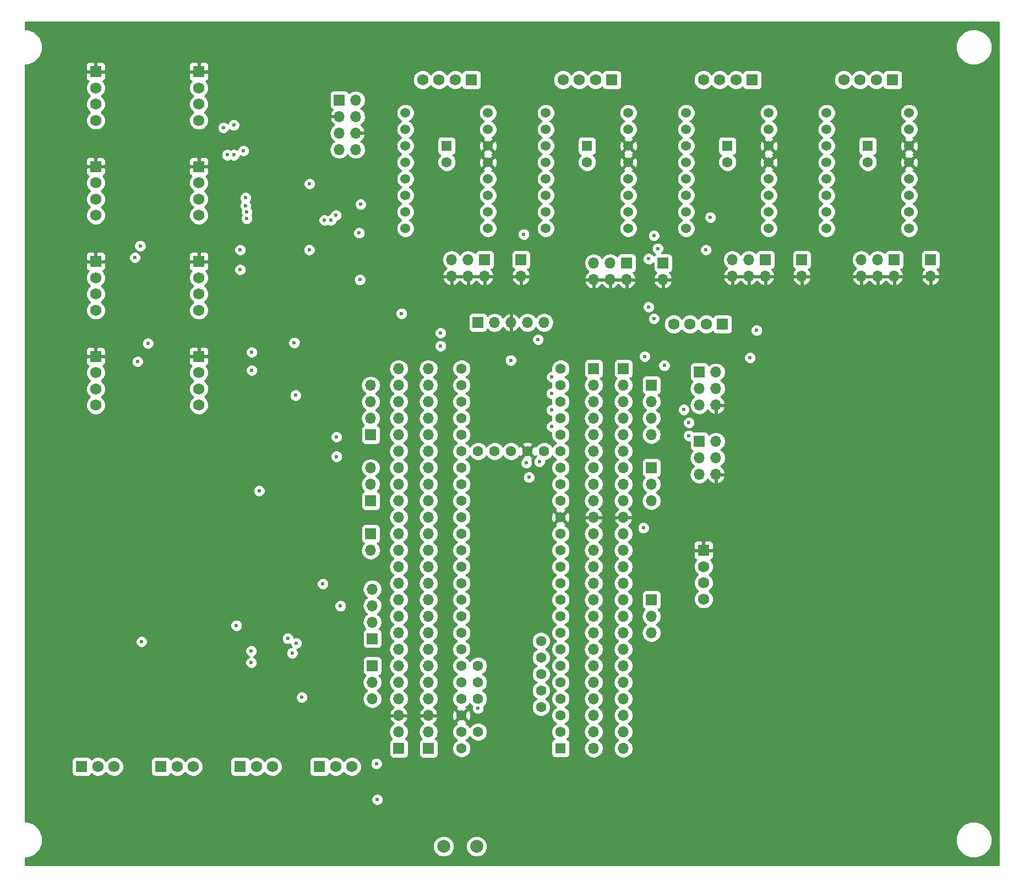
<source format=gbr>
G04 #@! TF.FileFunction,Copper,L2,Inr,Plane*
%FSLAX46Y46*%
G04 Gerber Fmt 4.6, Leading zero omitted, Abs format (unit mm)*
G04 Created by KiCad (PCBNEW 4.0.7-e2-6376~61~ubuntu18.04.1) date Fri Mar 15 16:23:44 2019*
%MOMM*%
%LPD*%
G01*
G04 APERTURE LIST*
%ADD10C,0.100000*%
%ADD11R,1.600000X1.600000*%
%ADD12C,1.600000*%
%ADD13R,1.700000X1.700000*%
%ADD14O,1.700000X1.700000*%
%ADD15C,1.524000*%
%ADD16R,1.750000X1.750000*%
%ADD17C,1.750000*%
%ADD18C,2.000000*%
%ADD19C,0.600000*%
%ADD20C,0.254000*%
G04 APERTURE END LIST*
D10*
D11*
X154700000Y-50210000D03*
D12*
X154700000Y-52710000D03*
D11*
X111520000Y-50210000D03*
D12*
X111520000Y-52710000D03*
D11*
X89930000Y-50210000D03*
D12*
X89930000Y-52710000D03*
D11*
X133110000Y-50210000D03*
D12*
X133110000Y-52710000D03*
D13*
X128792000Y-95676000D03*
D14*
X131332000Y-95676000D03*
X128792000Y-98216000D03*
X131332000Y-98216000D03*
X128792000Y-100756000D03*
X131332000Y-100756000D03*
D13*
X128792000Y-85008000D03*
D14*
X131332000Y-85008000D03*
X128792000Y-87548000D03*
X131332000Y-87548000D03*
X128792000Y-90088000D03*
X131332000Y-90088000D03*
D13*
X78246000Y-109900000D03*
D14*
X78246000Y-112440000D03*
D13*
X94756000Y-77388000D03*
D14*
X97296000Y-77388000D03*
X99836000Y-77388000D03*
X102376000Y-77388000D03*
X104916000Y-77388000D03*
D13*
X78246000Y-104820000D03*
D14*
X78246000Y-102280000D03*
X78246000Y-99740000D03*
D13*
X121426000Y-120060000D03*
D14*
X121426000Y-122600000D03*
X121426000Y-125140000D03*
D13*
X78500000Y-130220000D03*
D14*
X78500000Y-132760000D03*
X78500000Y-135300000D03*
D13*
X78500000Y-126029000D03*
D14*
X78500000Y-123489000D03*
X78500000Y-120949000D03*
X78500000Y-118409000D03*
D13*
X121426000Y-99740000D03*
D14*
X121426000Y-102280000D03*
X121426000Y-104820000D03*
D13*
X78246000Y-94660000D03*
D14*
X78246000Y-92120000D03*
X78246000Y-89580000D03*
X78246000Y-87040000D03*
D13*
X121426000Y-87040000D03*
D14*
X121426000Y-89580000D03*
X121426000Y-92120000D03*
X121426000Y-94660000D03*
D13*
X158764000Y-67736000D03*
D14*
X158764000Y-70276000D03*
X156224000Y-67736000D03*
X156224000Y-70276000D03*
X153684000Y-67736000D03*
X153684000Y-70276000D03*
D13*
X138952000Y-67736000D03*
D14*
X138952000Y-70276000D03*
X136412000Y-67736000D03*
X136412000Y-70276000D03*
X133872000Y-67736000D03*
X133872000Y-70276000D03*
D13*
X117616000Y-68244000D03*
D14*
X117616000Y-70784000D03*
X115076000Y-68244000D03*
X115076000Y-70784000D03*
X112536000Y-68244000D03*
X112536000Y-70784000D03*
D13*
X95772000Y-67736000D03*
D14*
X95772000Y-70276000D03*
X93232000Y-67736000D03*
X93232000Y-70276000D03*
X90692000Y-67736000D03*
X90692000Y-70276000D03*
D13*
X164352000Y-67736000D03*
D14*
X164352000Y-70276000D03*
D13*
X144540000Y-67736000D03*
D14*
X144540000Y-70276000D03*
D13*
X123204000Y-68244000D03*
D14*
X123204000Y-70784000D03*
D13*
X101360000Y-67736000D03*
D14*
X101360000Y-70276000D03*
D12*
X107456000Y-102280000D03*
X107456000Y-99740000D03*
X107456000Y-97200000D03*
X107456000Y-94660000D03*
X107456000Y-104820000D03*
X107456000Y-107360000D03*
X107456000Y-109900000D03*
X107456000Y-92120000D03*
X107456000Y-89580000D03*
X107456000Y-87040000D03*
X107456000Y-84500000D03*
X104916000Y-97200000D03*
X102376000Y-97200000D03*
X99836000Y-97200000D03*
X97296000Y-97200000D03*
X94756000Y-97200000D03*
X92216000Y-84500000D03*
X92216000Y-87040000D03*
X92216000Y-89580000D03*
X92216000Y-92120000D03*
X92216000Y-94660000D03*
X92216000Y-97200000D03*
X92216000Y-99740000D03*
X92216000Y-102280000D03*
X107456000Y-112440000D03*
X107456000Y-114980000D03*
X107456000Y-117520000D03*
X107456000Y-120060000D03*
X107456000Y-122600000D03*
X107456000Y-125140000D03*
X107456000Y-127680000D03*
X107456000Y-130220000D03*
X107456000Y-132760000D03*
X107456000Y-135300000D03*
X107456000Y-137840000D03*
X107456000Y-140380000D03*
D11*
X107456000Y-142920000D03*
D12*
X92216000Y-104820000D03*
X92216000Y-107360000D03*
X92216000Y-109900000D03*
X92216000Y-112440000D03*
X92216000Y-114980000D03*
X92216000Y-117520000D03*
X92216000Y-120060000D03*
X92216000Y-122600000D03*
X92216000Y-125140000D03*
X92216000Y-127680000D03*
X92216000Y-130220000D03*
X92216000Y-132760000D03*
X92216000Y-135300000D03*
X92216000Y-137840000D03*
X92216000Y-140380000D03*
X92216000Y-142920000D03*
X94756000Y-140380000D03*
X94756000Y-135300000D03*
X94756000Y-132760000D03*
X94756000Y-130220000D03*
X104456000Y-136570000D03*
X104456000Y-134030000D03*
X104456000Y-131490000D03*
X104456000Y-128950000D03*
X104456000Y-126410000D03*
D15*
X161050000Y-62910000D03*
X148350000Y-45130000D03*
X161050000Y-60370000D03*
X161050000Y-57830000D03*
X161050000Y-55290000D03*
X161050000Y-52750000D03*
X161050000Y-50210000D03*
X161050000Y-47670000D03*
X161050000Y-45130000D03*
X148350000Y-47670000D03*
X148350000Y-50210000D03*
X148350000Y-52750000D03*
X148350000Y-55290000D03*
X148350000Y-57830000D03*
X148350000Y-60370000D03*
X148350000Y-62910000D03*
X139460000Y-62910000D03*
X126760000Y-45130000D03*
X139460000Y-60370000D03*
X139460000Y-57830000D03*
X139460000Y-55290000D03*
X139460000Y-52750000D03*
X139460000Y-50210000D03*
X139460000Y-47670000D03*
X139460000Y-45130000D03*
X126760000Y-47670000D03*
X126760000Y-50210000D03*
X126760000Y-52750000D03*
X126760000Y-55290000D03*
X126760000Y-57830000D03*
X126760000Y-60370000D03*
X126760000Y-62910000D03*
X117870000Y-62910000D03*
X105170000Y-45130000D03*
X117870000Y-60370000D03*
X117870000Y-57830000D03*
X117870000Y-55290000D03*
X117870000Y-52750000D03*
X117870000Y-50210000D03*
X117870000Y-47670000D03*
X117870000Y-45130000D03*
X105170000Y-47670000D03*
X105170000Y-50210000D03*
X105170000Y-52750000D03*
X105170000Y-55290000D03*
X105170000Y-57830000D03*
X105170000Y-60370000D03*
X105170000Y-62910000D03*
X96280000Y-62910000D03*
X83580000Y-45130000D03*
X96280000Y-60370000D03*
X96280000Y-57830000D03*
X96280000Y-55290000D03*
X96280000Y-52750000D03*
X96280000Y-50210000D03*
X96280000Y-47670000D03*
X96280000Y-45130000D03*
X83580000Y-47670000D03*
X83580000Y-50210000D03*
X83580000Y-52750000D03*
X83580000Y-55290000D03*
X83580000Y-57830000D03*
X83580000Y-60370000D03*
X83580000Y-62910000D03*
D13*
X87136000Y-142920000D03*
D14*
X87136000Y-140380000D03*
X87136000Y-137840000D03*
X87136000Y-135300000D03*
X87136000Y-132760000D03*
X87136000Y-130220000D03*
X87136000Y-127680000D03*
X87136000Y-125140000D03*
X87136000Y-122600000D03*
X87136000Y-120060000D03*
X87136000Y-117520000D03*
X87136000Y-114980000D03*
X87136000Y-112440000D03*
X87136000Y-109900000D03*
X87136000Y-107360000D03*
X87136000Y-104820000D03*
X87136000Y-102280000D03*
X87136000Y-99740000D03*
X87136000Y-97200000D03*
X87136000Y-94660000D03*
X87136000Y-92120000D03*
X87136000Y-89580000D03*
X87136000Y-87040000D03*
X87136000Y-84500000D03*
D13*
X82564000Y-142920000D03*
D14*
X82564000Y-140380000D03*
X82564000Y-137840000D03*
X82564000Y-135300000D03*
X82564000Y-132760000D03*
X82564000Y-130220000D03*
X82564000Y-127680000D03*
X82564000Y-125140000D03*
X82564000Y-122600000D03*
X82564000Y-120060000D03*
X82564000Y-117520000D03*
X82564000Y-114980000D03*
X82564000Y-112440000D03*
X82564000Y-109900000D03*
X82564000Y-107360000D03*
X82564000Y-104820000D03*
X82564000Y-102280000D03*
X82564000Y-99740000D03*
X82564000Y-97200000D03*
X82564000Y-94660000D03*
X82564000Y-92120000D03*
X82564000Y-89580000D03*
X82564000Y-87040000D03*
X82564000Y-84500000D03*
D13*
X117108000Y-84500000D03*
D14*
X117108000Y-87040000D03*
X117108000Y-89580000D03*
X117108000Y-92120000D03*
X117108000Y-94660000D03*
X117108000Y-97200000D03*
X117108000Y-99740000D03*
X117108000Y-102280000D03*
X117108000Y-104820000D03*
X117108000Y-107360000D03*
X117108000Y-109900000D03*
X117108000Y-112440000D03*
X117108000Y-114980000D03*
X117108000Y-117520000D03*
X117108000Y-120060000D03*
X117108000Y-122600000D03*
X117108000Y-125140000D03*
X117108000Y-127680000D03*
X117108000Y-130220000D03*
X117108000Y-132760000D03*
X117108000Y-135300000D03*
X117108000Y-137840000D03*
X117108000Y-140380000D03*
X117108000Y-142920000D03*
D13*
X112536000Y-84500000D03*
D14*
X112536000Y-87040000D03*
X112536000Y-89580000D03*
X112536000Y-92120000D03*
X112536000Y-94660000D03*
X112536000Y-97200000D03*
X112536000Y-99740000D03*
X112536000Y-102280000D03*
X112536000Y-104820000D03*
X112536000Y-107360000D03*
X112536000Y-109900000D03*
X112536000Y-112440000D03*
X112536000Y-114980000D03*
X112536000Y-117520000D03*
X112536000Y-120060000D03*
X112536000Y-122600000D03*
X112536000Y-125140000D03*
X112536000Y-127680000D03*
X112536000Y-130220000D03*
X112536000Y-132760000D03*
X112536000Y-135300000D03*
X112536000Y-137840000D03*
X112536000Y-140380000D03*
X112536000Y-142920000D03*
D16*
X33796000Y-145714000D03*
D17*
X36296000Y-145714000D03*
X38796000Y-145714000D03*
D16*
X45988000Y-145714000D03*
D17*
X48488000Y-145714000D03*
X50988000Y-145714000D03*
D16*
X58180000Y-145714000D03*
D17*
X60680000Y-145714000D03*
X63180000Y-145714000D03*
D16*
X132348000Y-77642000D03*
D17*
X129848000Y-77642000D03*
X127348000Y-77642000D03*
X124848000Y-77642000D03*
D16*
X70372000Y-145714000D03*
D17*
X72872000Y-145714000D03*
X75372000Y-145714000D03*
D16*
X35955000Y-38780000D03*
D17*
X35955000Y-41280000D03*
X35955000Y-43780000D03*
X35955000Y-46280000D03*
D16*
X35955000Y-53385000D03*
D17*
X35955000Y-55885000D03*
X35955000Y-58385000D03*
X35955000Y-60885000D03*
D16*
X35955000Y-67990000D03*
D17*
X35955000Y-70490000D03*
X35955000Y-72990000D03*
X35955000Y-75490000D03*
D16*
X35955000Y-82595000D03*
D17*
X35955000Y-85095000D03*
X35955000Y-87595000D03*
X35955000Y-90095000D03*
D16*
X51830000Y-82595000D03*
D17*
X51830000Y-85095000D03*
X51830000Y-87595000D03*
X51830000Y-90095000D03*
D16*
X51830000Y-67990000D03*
D17*
X51830000Y-70490000D03*
X51830000Y-72990000D03*
X51830000Y-75490000D03*
D16*
X51830000Y-53385000D03*
D17*
X51830000Y-55885000D03*
X51830000Y-58385000D03*
X51830000Y-60885000D03*
D16*
X51830000Y-38780000D03*
D17*
X51830000Y-41280000D03*
X51830000Y-43780000D03*
X51830000Y-46280000D03*
D16*
X129427000Y-112440000D03*
D17*
X129427000Y-114940000D03*
X129427000Y-117440000D03*
X129427000Y-119940000D03*
D13*
X73420000Y-43161500D03*
D14*
X75960000Y-43161500D03*
X73420000Y-45701500D03*
X75960000Y-45701500D03*
X73420000Y-48241500D03*
X75960000Y-48241500D03*
X73420000Y-50781500D03*
X75960000Y-50781500D03*
D16*
X158510000Y-40050000D03*
D17*
X156010000Y-40050000D03*
X153510000Y-40050000D03*
X151010000Y-40050000D03*
D16*
X136920000Y-40050000D03*
D17*
X134420000Y-40050000D03*
X131920000Y-40050000D03*
X129420000Y-40050000D03*
D16*
X115330000Y-40050000D03*
D17*
X112830000Y-40050000D03*
X110330000Y-40050000D03*
X107830000Y-40050000D03*
D16*
X93740000Y-40050000D03*
D17*
X91240000Y-40050000D03*
X88740000Y-40050000D03*
X86240000Y-40050000D03*
D18*
X89460000Y-158000000D03*
X94540000Y-158000000D03*
D19*
X83000000Y-76000000D03*
X57600000Y-124000000D03*
X65500000Y-126000000D03*
X99800000Y-83200000D03*
X43000000Y-126500000D03*
X76700000Y-59200000D03*
X68800000Y-66200000D03*
X66500000Y-80500000D03*
X66700000Y-88600000D03*
X61100000Y-103300000D03*
X67659500Y-135059500D03*
X96100000Y-83400000D03*
X41000000Y-69000000D03*
X46800000Y-81100000D03*
X41700000Y-85100000D03*
X76800000Y-66600000D03*
X76700000Y-62200000D03*
X40400000Y-54500000D03*
X56300000Y-54600000D03*
X67300000Y-67400000D03*
X57200000Y-69800000D03*
X57900000Y-84700000D03*
X55100000Y-136500000D03*
X58688000Y-50972000D03*
X68848000Y-56052000D03*
X59000000Y-58200000D03*
X42000000Y-67400000D03*
X59000000Y-59400000D03*
X42800000Y-65600000D03*
X59200000Y-60400000D03*
X44000000Y-80600000D03*
X42400000Y-83400000D03*
X59200000Y-61400000D03*
X57200000Y-47000000D03*
X57200000Y-51600000D03*
X55600000Y-47400000D03*
X56200000Y-51600000D03*
X58180000Y-69260000D03*
X58180000Y-66212000D03*
X59958000Y-84754000D03*
X59958000Y-81960000D03*
X130500000Y-61200000D03*
X73600000Y-121000000D03*
X70900000Y-117600000D03*
X79262000Y-150794000D03*
X79135000Y-145269500D03*
X66816000Y-126727500D03*
X66181000Y-128251500D03*
X59894500Y-129712000D03*
X59894500Y-127934000D03*
X76600000Y-70800000D03*
X106059000Y-88310000D03*
X106122500Y-85770000D03*
X106059000Y-90850000D03*
X71134000Y-61640000D03*
X72150000Y-61640000D03*
X72912000Y-60878000D03*
X73000000Y-98000000D03*
X73000000Y-95000000D03*
X89000000Y-81000000D03*
X89000000Y-79000000D03*
X76468000Y-63608500D03*
X101800000Y-63800000D03*
X104200000Y-98800000D03*
X104000000Y-80000000D03*
X127200000Y-94800000D03*
X127200000Y-92800000D03*
X121800000Y-64000000D03*
X122400000Y-66000000D03*
X121000000Y-67600000D03*
X121000000Y-75000000D03*
X121800000Y-76800000D03*
X120400000Y-82600000D03*
X123400000Y-84000000D03*
X137600000Y-78600000D03*
X136600000Y-82800000D03*
X126400000Y-90800000D03*
X120200000Y-109000000D03*
X94756000Y-136760500D03*
X102200000Y-99000000D03*
X102600000Y-101200000D03*
X106122500Y-93390000D03*
X129808000Y-66212000D03*
D20*
G36*
X174873000Y-160873000D02*
X25127000Y-160873000D01*
X25127000Y-159785111D01*
X25551540Y-159785482D01*
X26575515Y-159362384D01*
X27359631Y-158579635D01*
X27465865Y-158323795D01*
X87824716Y-158323795D01*
X88073106Y-158924943D01*
X88532637Y-159385278D01*
X89133352Y-159634716D01*
X89783795Y-159635284D01*
X90384943Y-159386894D01*
X90845278Y-158927363D01*
X91094716Y-158326648D01*
X91094718Y-158323795D01*
X92904716Y-158323795D01*
X93153106Y-158924943D01*
X93612637Y-159385278D01*
X94213352Y-159634716D01*
X94863795Y-159635284D01*
X95464943Y-159386894D01*
X95925278Y-158927363D01*
X96174716Y-158326648D01*
X96175284Y-157676205D01*
X96123774Y-157551540D01*
X168214518Y-157551540D01*
X168637616Y-158575515D01*
X169420365Y-159359631D01*
X170443599Y-159784515D01*
X171551540Y-159785482D01*
X172575515Y-159362384D01*
X173359631Y-158579635D01*
X173784515Y-157556401D01*
X173785482Y-156448460D01*
X173362384Y-155424485D01*
X172579635Y-154640369D01*
X171556401Y-154215485D01*
X170448460Y-154214518D01*
X169424485Y-154637616D01*
X168640369Y-155420365D01*
X168215485Y-156443599D01*
X168214518Y-157551540D01*
X96123774Y-157551540D01*
X95926894Y-157075057D01*
X95467363Y-156614722D01*
X94866648Y-156365284D01*
X94216205Y-156364716D01*
X93615057Y-156613106D01*
X93154722Y-157072637D01*
X92905284Y-157673352D01*
X92904716Y-158323795D01*
X91094718Y-158323795D01*
X91095284Y-157676205D01*
X90846894Y-157075057D01*
X90387363Y-156614722D01*
X89786648Y-156365284D01*
X89136205Y-156364716D01*
X88535057Y-156613106D01*
X88074722Y-157072637D01*
X87825284Y-157673352D01*
X87824716Y-158323795D01*
X27465865Y-158323795D01*
X27784515Y-157556401D01*
X27785482Y-156448460D01*
X27362384Y-155424485D01*
X26579635Y-154640369D01*
X25556401Y-154215485D01*
X25127000Y-154215110D01*
X25127000Y-150979167D01*
X78326838Y-150979167D01*
X78468883Y-151322943D01*
X78731673Y-151586192D01*
X79075201Y-151728838D01*
X79447167Y-151729162D01*
X79790943Y-151587117D01*
X80054192Y-151324327D01*
X80196838Y-150980799D01*
X80197162Y-150608833D01*
X80055117Y-150265057D01*
X79792327Y-150001808D01*
X79448799Y-149859162D01*
X79076833Y-149858838D01*
X78733057Y-150000883D01*
X78469808Y-150263673D01*
X78327162Y-150607201D01*
X78326838Y-150979167D01*
X25127000Y-150979167D01*
X25127000Y-144839000D01*
X32273560Y-144839000D01*
X32273560Y-146589000D01*
X32317838Y-146824317D01*
X32456910Y-147040441D01*
X32669110Y-147185431D01*
X32921000Y-147236440D01*
X34671000Y-147236440D01*
X34906317Y-147192162D01*
X35122441Y-147053090D01*
X35267431Y-146840890D01*
X35270786Y-146824324D01*
X35439537Y-146993370D01*
X35994325Y-147223738D01*
X36595040Y-147224262D01*
X37150229Y-146994862D01*
X37546318Y-146599464D01*
X37939537Y-146993370D01*
X38494325Y-147223738D01*
X39095040Y-147224262D01*
X39650229Y-146994862D01*
X40075370Y-146570463D01*
X40305738Y-146015675D01*
X40306262Y-145414960D01*
X40076862Y-144859771D01*
X40056128Y-144839000D01*
X44465560Y-144839000D01*
X44465560Y-146589000D01*
X44509838Y-146824317D01*
X44648910Y-147040441D01*
X44861110Y-147185431D01*
X45113000Y-147236440D01*
X46863000Y-147236440D01*
X47098317Y-147192162D01*
X47314441Y-147053090D01*
X47459431Y-146840890D01*
X47462786Y-146824324D01*
X47631537Y-146993370D01*
X48186325Y-147223738D01*
X48787040Y-147224262D01*
X49342229Y-146994862D01*
X49738318Y-146599464D01*
X50131537Y-146993370D01*
X50686325Y-147223738D01*
X51287040Y-147224262D01*
X51842229Y-146994862D01*
X52267370Y-146570463D01*
X52497738Y-146015675D01*
X52498262Y-145414960D01*
X52268862Y-144859771D01*
X52248128Y-144839000D01*
X56657560Y-144839000D01*
X56657560Y-146589000D01*
X56701838Y-146824317D01*
X56840910Y-147040441D01*
X57053110Y-147185431D01*
X57305000Y-147236440D01*
X59055000Y-147236440D01*
X59290317Y-147192162D01*
X59506441Y-147053090D01*
X59651431Y-146840890D01*
X59654786Y-146824324D01*
X59823537Y-146993370D01*
X60378325Y-147223738D01*
X60979040Y-147224262D01*
X61534229Y-146994862D01*
X61930318Y-146599464D01*
X62323537Y-146993370D01*
X62878325Y-147223738D01*
X63479040Y-147224262D01*
X64034229Y-146994862D01*
X64459370Y-146570463D01*
X64689738Y-146015675D01*
X64690262Y-145414960D01*
X64460862Y-144859771D01*
X64440128Y-144839000D01*
X68849560Y-144839000D01*
X68849560Y-146589000D01*
X68893838Y-146824317D01*
X69032910Y-147040441D01*
X69245110Y-147185431D01*
X69497000Y-147236440D01*
X71247000Y-147236440D01*
X71482317Y-147192162D01*
X71698441Y-147053090D01*
X71843431Y-146840890D01*
X71846786Y-146824324D01*
X72015537Y-146993370D01*
X72570325Y-147223738D01*
X73171040Y-147224262D01*
X73726229Y-146994862D01*
X74122318Y-146599464D01*
X74515537Y-146993370D01*
X75070325Y-147223738D01*
X75671040Y-147224262D01*
X76226229Y-146994862D01*
X76651370Y-146570463D01*
X76881738Y-146015675D01*
X76882227Y-145454667D01*
X78199838Y-145454667D01*
X78341883Y-145798443D01*
X78604673Y-146061692D01*
X78948201Y-146204338D01*
X79320167Y-146204662D01*
X79663943Y-146062617D01*
X79927192Y-145799827D01*
X80069838Y-145456299D01*
X80070162Y-145084333D01*
X79928117Y-144740557D01*
X79665327Y-144477308D01*
X79321799Y-144334662D01*
X78949833Y-144334338D01*
X78606057Y-144476383D01*
X78342808Y-144739173D01*
X78200162Y-145082701D01*
X78199838Y-145454667D01*
X76882227Y-145454667D01*
X76882262Y-145414960D01*
X76652862Y-144859771D01*
X76228463Y-144434630D01*
X75673675Y-144204262D01*
X75072960Y-144203738D01*
X74517771Y-144433138D01*
X74121682Y-144828536D01*
X73728463Y-144434630D01*
X73173675Y-144204262D01*
X72572960Y-144203738D01*
X72017771Y-144433138D01*
X71848897Y-144601717D01*
X71711090Y-144387559D01*
X71498890Y-144242569D01*
X71247000Y-144191560D01*
X69497000Y-144191560D01*
X69261683Y-144235838D01*
X69045559Y-144374910D01*
X68900569Y-144587110D01*
X68849560Y-144839000D01*
X64440128Y-144839000D01*
X64036463Y-144434630D01*
X63481675Y-144204262D01*
X62880960Y-144203738D01*
X62325771Y-144433138D01*
X61929682Y-144828536D01*
X61536463Y-144434630D01*
X60981675Y-144204262D01*
X60380960Y-144203738D01*
X59825771Y-144433138D01*
X59656897Y-144601717D01*
X59519090Y-144387559D01*
X59306890Y-144242569D01*
X59055000Y-144191560D01*
X57305000Y-144191560D01*
X57069683Y-144235838D01*
X56853559Y-144374910D01*
X56708569Y-144587110D01*
X56657560Y-144839000D01*
X52248128Y-144839000D01*
X51844463Y-144434630D01*
X51289675Y-144204262D01*
X50688960Y-144203738D01*
X50133771Y-144433138D01*
X49737682Y-144828536D01*
X49344463Y-144434630D01*
X48789675Y-144204262D01*
X48188960Y-144203738D01*
X47633771Y-144433138D01*
X47464897Y-144601717D01*
X47327090Y-144387559D01*
X47114890Y-144242569D01*
X46863000Y-144191560D01*
X45113000Y-144191560D01*
X44877683Y-144235838D01*
X44661559Y-144374910D01*
X44516569Y-144587110D01*
X44465560Y-144839000D01*
X40056128Y-144839000D01*
X39652463Y-144434630D01*
X39097675Y-144204262D01*
X38496960Y-144203738D01*
X37941771Y-144433138D01*
X37545682Y-144828536D01*
X37152463Y-144434630D01*
X36597675Y-144204262D01*
X35996960Y-144203738D01*
X35441771Y-144433138D01*
X35272897Y-144601717D01*
X35135090Y-144387559D01*
X34922890Y-144242569D01*
X34671000Y-144191560D01*
X32921000Y-144191560D01*
X32685683Y-144235838D01*
X32469559Y-144374910D01*
X32324569Y-144587110D01*
X32273560Y-144839000D01*
X25127000Y-144839000D01*
X25127000Y-140380000D01*
X81049907Y-140380000D01*
X81162946Y-140948285D01*
X81484853Y-141430054D01*
X81526452Y-141457850D01*
X81478683Y-141466838D01*
X81262559Y-141605910D01*
X81117569Y-141818110D01*
X81066560Y-142070000D01*
X81066560Y-143770000D01*
X81110838Y-144005317D01*
X81249910Y-144221441D01*
X81462110Y-144366431D01*
X81714000Y-144417440D01*
X83414000Y-144417440D01*
X83649317Y-144373162D01*
X83865441Y-144234090D01*
X84010431Y-144021890D01*
X84061440Y-143770000D01*
X84061440Y-142070000D01*
X84017162Y-141834683D01*
X83878090Y-141618559D01*
X83665890Y-141473569D01*
X83598459Y-141459914D01*
X83643147Y-141430054D01*
X83965054Y-140948285D01*
X84078093Y-140380000D01*
X85621907Y-140380000D01*
X85734946Y-140948285D01*
X86056853Y-141430054D01*
X86098452Y-141457850D01*
X86050683Y-141466838D01*
X85834559Y-141605910D01*
X85689569Y-141818110D01*
X85638560Y-142070000D01*
X85638560Y-143770000D01*
X85682838Y-144005317D01*
X85821910Y-144221441D01*
X86034110Y-144366431D01*
X86286000Y-144417440D01*
X87986000Y-144417440D01*
X88221317Y-144373162D01*
X88437441Y-144234090D01*
X88582431Y-144021890D01*
X88633440Y-143770000D01*
X88633440Y-142070000D01*
X88589162Y-141834683D01*
X88450090Y-141618559D01*
X88237890Y-141473569D01*
X88170459Y-141459914D01*
X88215147Y-141430054D01*
X88537054Y-140948285D01*
X88593564Y-140664187D01*
X90780752Y-140664187D01*
X90998757Y-141191800D01*
X91402077Y-141595824D01*
X91532215Y-141649862D01*
X91404200Y-141702757D01*
X91000176Y-142106077D01*
X90781250Y-142633309D01*
X90780752Y-143204187D01*
X90998757Y-143731800D01*
X91402077Y-144135824D01*
X91929309Y-144354750D01*
X92500187Y-144355248D01*
X93027800Y-144137243D01*
X93431824Y-143733923D01*
X93650750Y-143206691D01*
X93651248Y-142635813D01*
X93438119Y-142120000D01*
X106008560Y-142120000D01*
X106008560Y-143720000D01*
X106052838Y-143955317D01*
X106191910Y-144171441D01*
X106404110Y-144316431D01*
X106656000Y-144367440D01*
X108256000Y-144367440D01*
X108491317Y-144323162D01*
X108707441Y-144184090D01*
X108852431Y-143971890D01*
X108903440Y-143720000D01*
X108903440Y-142120000D01*
X108859162Y-141884683D01*
X108720090Y-141668559D01*
X108507890Y-141523569D01*
X108369646Y-141495574D01*
X108671824Y-141193923D01*
X108890750Y-140666691D01*
X108891248Y-140095813D01*
X108673243Y-139568200D01*
X108269923Y-139164176D01*
X108139785Y-139110138D01*
X108267800Y-139057243D01*
X108671824Y-138653923D01*
X108890750Y-138126691D01*
X108891248Y-137555813D01*
X108673243Y-137028200D01*
X108269923Y-136624176D01*
X108139785Y-136570138D01*
X108267800Y-136517243D01*
X108671824Y-136113923D01*
X108890750Y-135586691D01*
X108891248Y-135015813D01*
X108673243Y-134488200D01*
X108269923Y-134084176D01*
X108139785Y-134030138D01*
X108267800Y-133977243D01*
X108671824Y-133573923D01*
X108890750Y-133046691D01*
X108891248Y-132475813D01*
X108673243Y-131948200D01*
X108269923Y-131544176D01*
X108139785Y-131490138D01*
X108267800Y-131437243D01*
X108671824Y-131033923D01*
X108890750Y-130506691D01*
X108891248Y-129935813D01*
X108673243Y-129408200D01*
X108269923Y-129004176D01*
X108139785Y-128950138D01*
X108267800Y-128897243D01*
X108671824Y-128493923D01*
X108890750Y-127966691D01*
X108891248Y-127395813D01*
X108673243Y-126868200D01*
X108269923Y-126464176D01*
X108139785Y-126410138D01*
X108267800Y-126357243D01*
X108671824Y-125953923D01*
X108890750Y-125426691D01*
X108891248Y-124855813D01*
X108673243Y-124328200D01*
X108269923Y-123924176D01*
X108139785Y-123870138D01*
X108267800Y-123817243D01*
X108671824Y-123413923D01*
X108890750Y-122886691D01*
X108891248Y-122315813D01*
X108673243Y-121788200D01*
X108269923Y-121384176D01*
X108139785Y-121330138D01*
X108267800Y-121277243D01*
X108671824Y-120873923D01*
X108890750Y-120346691D01*
X108891248Y-119775813D01*
X108673243Y-119248200D01*
X108269923Y-118844176D01*
X108139785Y-118790138D01*
X108267800Y-118737243D01*
X108671824Y-118333923D01*
X108890750Y-117806691D01*
X108891248Y-117235813D01*
X108673243Y-116708200D01*
X108269923Y-116304176D01*
X108139785Y-116250138D01*
X108267800Y-116197243D01*
X108671824Y-115793923D01*
X108890750Y-115266691D01*
X108891248Y-114695813D01*
X108673243Y-114168200D01*
X108269923Y-113764176D01*
X108139785Y-113710138D01*
X108267800Y-113657243D01*
X108671824Y-113253923D01*
X108890750Y-112726691D01*
X108891248Y-112155813D01*
X108673243Y-111628200D01*
X108269923Y-111224176D01*
X108139785Y-111170138D01*
X108267800Y-111117243D01*
X108671824Y-110713923D01*
X108890750Y-110186691D01*
X108891000Y-109900000D01*
X111021907Y-109900000D01*
X111134946Y-110468285D01*
X111456853Y-110950054D01*
X111786026Y-111170000D01*
X111456853Y-111389946D01*
X111134946Y-111871715D01*
X111021907Y-112440000D01*
X111134946Y-113008285D01*
X111456853Y-113490054D01*
X111786026Y-113710000D01*
X111456853Y-113929946D01*
X111134946Y-114411715D01*
X111021907Y-114980000D01*
X111134946Y-115548285D01*
X111456853Y-116030054D01*
X111786026Y-116250000D01*
X111456853Y-116469946D01*
X111134946Y-116951715D01*
X111021907Y-117520000D01*
X111134946Y-118088285D01*
X111456853Y-118570054D01*
X111786026Y-118790000D01*
X111456853Y-119009946D01*
X111134946Y-119491715D01*
X111021907Y-120060000D01*
X111134946Y-120628285D01*
X111456853Y-121110054D01*
X111786026Y-121330000D01*
X111456853Y-121549946D01*
X111134946Y-122031715D01*
X111021907Y-122600000D01*
X111134946Y-123168285D01*
X111456853Y-123650054D01*
X111786026Y-123870000D01*
X111456853Y-124089946D01*
X111134946Y-124571715D01*
X111021907Y-125140000D01*
X111134946Y-125708285D01*
X111456853Y-126190054D01*
X111786026Y-126410000D01*
X111456853Y-126629946D01*
X111134946Y-127111715D01*
X111021907Y-127680000D01*
X111134946Y-128248285D01*
X111456853Y-128730054D01*
X111786026Y-128950000D01*
X111456853Y-129169946D01*
X111134946Y-129651715D01*
X111021907Y-130220000D01*
X111134946Y-130788285D01*
X111456853Y-131270054D01*
X111786026Y-131490000D01*
X111456853Y-131709946D01*
X111134946Y-132191715D01*
X111021907Y-132760000D01*
X111134946Y-133328285D01*
X111456853Y-133810054D01*
X111786026Y-134030000D01*
X111456853Y-134249946D01*
X111134946Y-134731715D01*
X111021907Y-135300000D01*
X111134946Y-135868285D01*
X111456853Y-136350054D01*
X111786026Y-136570000D01*
X111456853Y-136789946D01*
X111134946Y-137271715D01*
X111021907Y-137840000D01*
X111134946Y-138408285D01*
X111456853Y-138890054D01*
X111786026Y-139110000D01*
X111456853Y-139329946D01*
X111134946Y-139811715D01*
X111021907Y-140380000D01*
X111134946Y-140948285D01*
X111456853Y-141430054D01*
X111786026Y-141650000D01*
X111456853Y-141869946D01*
X111134946Y-142351715D01*
X111021907Y-142920000D01*
X111134946Y-143488285D01*
X111456853Y-143970054D01*
X111938622Y-144291961D01*
X112506907Y-144405000D01*
X112565093Y-144405000D01*
X113133378Y-144291961D01*
X113615147Y-143970054D01*
X113937054Y-143488285D01*
X114050093Y-142920000D01*
X113937054Y-142351715D01*
X113615147Y-141869946D01*
X113285974Y-141650000D01*
X113615147Y-141430054D01*
X113937054Y-140948285D01*
X114050093Y-140380000D01*
X113937054Y-139811715D01*
X113615147Y-139329946D01*
X113285974Y-139110000D01*
X113615147Y-138890054D01*
X113937054Y-138408285D01*
X114050093Y-137840000D01*
X113937054Y-137271715D01*
X113615147Y-136789946D01*
X113285974Y-136570000D01*
X113615147Y-136350054D01*
X113937054Y-135868285D01*
X114050093Y-135300000D01*
X113937054Y-134731715D01*
X113615147Y-134249946D01*
X113285974Y-134030000D01*
X113615147Y-133810054D01*
X113937054Y-133328285D01*
X114050093Y-132760000D01*
X113937054Y-132191715D01*
X113615147Y-131709946D01*
X113285974Y-131490000D01*
X113615147Y-131270054D01*
X113937054Y-130788285D01*
X114050093Y-130220000D01*
X113937054Y-129651715D01*
X113615147Y-129169946D01*
X113285974Y-128950000D01*
X113615147Y-128730054D01*
X113937054Y-128248285D01*
X114050093Y-127680000D01*
X113937054Y-127111715D01*
X113615147Y-126629946D01*
X113285974Y-126410000D01*
X113615147Y-126190054D01*
X113937054Y-125708285D01*
X114050093Y-125140000D01*
X113937054Y-124571715D01*
X113615147Y-124089946D01*
X113285974Y-123870000D01*
X113615147Y-123650054D01*
X113937054Y-123168285D01*
X114050093Y-122600000D01*
X113937054Y-122031715D01*
X113615147Y-121549946D01*
X113285974Y-121330000D01*
X113615147Y-121110054D01*
X113937054Y-120628285D01*
X114050093Y-120060000D01*
X113937054Y-119491715D01*
X113615147Y-119009946D01*
X113285974Y-118790000D01*
X113615147Y-118570054D01*
X113937054Y-118088285D01*
X114050093Y-117520000D01*
X113937054Y-116951715D01*
X113615147Y-116469946D01*
X113285974Y-116250000D01*
X113615147Y-116030054D01*
X113937054Y-115548285D01*
X114050093Y-114980000D01*
X113937054Y-114411715D01*
X113615147Y-113929946D01*
X113285974Y-113710000D01*
X113615147Y-113490054D01*
X113937054Y-113008285D01*
X114050093Y-112440000D01*
X113937054Y-111871715D01*
X113615147Y-111389946D01*
X113285974Y-111170000D01*
X113615147Y-110950054D01*
X113937054Y-110468285D01*
X114050093Y-109900000D01*
X115593907Y-109900000D01*
X115706946Y-110468285D01*
X116028853Y-110950054D01*
X116358026Y-111170000D01*
X116028853Y-111389946D01*
X115706946Y-111871715D01*
X115593907Y-112440000D01*
X115706946Y-113008285D01*
X116028853Y-113490054D01*
X116358026Y-113710000D01*
X116028853Y-113929946D01*
X115706946Y-114411715D01*
X115593907Y-114980000D01*
X115706946Y-115548285D01*
X116028853Y-116030054D01*
X116358026Y-116250000D01*
X116028853Y-116469946D01*
X115706946Y-116951715D01*
X115593907Y-117520000D01*
X115706946Y-118088285D01*
X116028853Y-118570054D01*
X116358026Y-118790000D01*
X116028853Y-119009946D01*
X115706946Y-119491715D01*
X115593907Y-120060000D01*
X115706946Y-120628285D01*
X116028853Y-121110054D01*
X116358026Y-121330000D01*
X116028853Y-121549946D01*
X115706946Y-122031715D01*
X115593907Y-122600000D01*
X115706946Y-123168285D01*
X116028853Y-123650054D01*
X116358026Y-123870000D01*
X116028853Y-124089946D01*
X115706946Y-124571715D01*
X115593907Y-125140000D01*
X115706946Y-125708285D01*
X116028853Y-126190054D01*
X116358026Y-126410000D01*
X116028853Y-126629946D01*
X115706946Y-127111715D01*
X115593907Y-127680000D01*
X115706946Y-128248285D01*
X116028853Y-128730054D01*
X116358026Y-128950000D01*
X116028853Y-129169946D01*
X115706946Y-129651715D01*
X115593907Y-130220000D01*
X115706946Y-130788285D01*
X116028853Y-131270054D01*
X116358026Y-131490000D01*
X116028853Y-131709946D01*
X115706946Y-132191715D01*
X115593907Y-132760000D01*
X115706946Y-133328285D01*
X116028853Y-133810054D01*
X116358026Y-134030000D01*
X116028853Y-134249946D01*
X115706946Y-134731715D01*
X115593907Y-135300000D01*
X115706946Y-135868285D01*
X116028853Y-136350054D01*
X116358026Y-136570000D01*
X116028853Y-136789946D01*
X115706946Y-137271715D01*
X115593907Y-137840000D01*
X115706946Y-138408285D01*
X116028853Y-138890054D01*
X116358026Y-139110000D01*
X116028853Y-139329946D01*
X115706946Y-139811715D01*
X115593907Y-140380000D01*
X115706946Y-140948285D01*
X116028853Y-141430054D01*
X116358026Y-141650000D01*
X116028853Y-141869946D01*
X115706946Y-142351715D01*
X115593907Y-142920000D01*
X115706946Y-143488285D01*
X116028853Y-143970054D01*
X116510622Y-144291961D01*
X117078907Y-144405000D01*
X117137093Y-144405000D01*
X117705378Y-144291961D01*
X118187147Y-143970054D01*
X118509054Y-143488285D01*
X118622093Y-142920000D01*
X118509054Y-142351715D01*
X118187147Y-141869946D01*
X117857974Y-141650000D01*
X118187147Y-141430054D01*
X118509054Y-140948285D01*
X118622093Y-140380000D01*
X118509054Y-139811715D01*
X118187147Y-139329946D01*
X117857974Y-139110000D01*
X118187147Y-138890054D01*
X118509054Y-138408285D01*
X118622093Y-137840000D01*
X118509054Y-137271715D01*
X118187147Y-136789946D01*
X117857974Y-136570000D01*
X118187147Y-136350054D01*
X118509054Y-135868285D01*
X118622093Y-135300000D01*
X118509054Y-134731715D01*
X118187147Y-134249946D01*
X117857974Y-134030000D01*
X118187147Y-133810054D01*
X118509054Y-133328285D01*
X118622093Y-132760000D01*
X118509054Y-132191715D01*
X118187147Y-131709946D01*
X117857974Y-131490000D01*
X118187147Y-131270054D01*
X118509054Y-130788285D01*
X118622093Y-130220000D01*
X118509054Y-129651715D01*
X118187147Y-129169946D01*
X117857974Y-128950000D01*
X118187147Y-128730054D01*
X118509054Y-128248285D01*
X118622093Y-127680000D01*
X118509054Y-127111715D01*
X118187147Y-126629946D01*
X117857974Y-126410000D01*
X118187147Y-126190054D01*
X118509054Y-125708285D01*
X118622093Y-125140000D01*
X118509054Y-124571715D01*
X118187147Y-124089946D01*
X117857974Y-123870000D01*
X118187147Y-123650054D01*
X118509054Y-123168285D01*
X118622093Y-122600000D01*
X119911907Y-122600000D01*
X120024946Y-123168285D01*
X120346853Y-123650054D01*
X120676026Y-123870000D01*
X120346853Y-124089946D01*
X120024946Y-124571715D01*
X119911907Y-125140000D01*
X120024946Y-125708285D01*
X120346853Y-126190054D01*
X120828622Y-126511961D01*
X121396907Y-126625000D01*
X121455093Y-126625000D01*
X122023378Y-126511961D01*
X122505147Y-126190054D01*
X122827054Y-125708285D01*
X122940093Y-125140000D01*
X122827054Y-124571715D01*
X122505147Y-124089946D01*
X122175974Y-123870000D01*
X122505147Y-123650054D01*
X122827054Y-123168285D01*
X122940093Y-122600000D01*
X122827054Y-122031715D01*
X122505147Y-121549946D01*
X122463548Y-121522150D01*
X122511317Y-121513162D01*
X122727441Y-121374090D01*
X122872431Y-121161890D01*
X122923440Y-120910000D01*
X122923440Y-119210000D01*
X122879162Y-118974683D01*
X122740090Y-118758559D01*
X122527890Y-118613569D01*
X122276000Y-118562560D01*
X120576000Y-118562560D01*
X120340683Y-118606838D01*
X120124559Y-118745910D01*
X119979569Y-118958110D01*
X119928560Y-119210000D01*
X119928560Y-120910000D01*
X119972838Y-121145317D01*
X120111910Y-121361441D01*
X120324110Y-121506431D01*
X120391541Y-121520086D01*
X120346853Y-121549946D01*
X120024946Y-122031715D01*
X119911907Y-122600000D01*
X118622093Y-122600000D01*
X118509054Y-122031715D01*
X118187147Y-121549946D01*
X117857974Y-121330000D01*
X118187147Y-121110054D01*
X118509054Y-120628285D01*
X118622093Y-120060000D01*
X118509054Y-119491715D01*
X118187147Y-119009946D01*
X117857974Y-118790000D01*
X118187147Y-118570054D01*
X118509054Y-118088285D01*
X118622093Y-117520000D01*
X118509054Y-116951715D01*
X118187147Y-116469946D01*
X117857974Y-116250000D01*
X118187147Y-116030054D01*
X118509054Y-115548285D01*
X118570566Y-115239040D01*
X127916738Y-115239040D01*
X128146138Y-115794229D01*
X128541536Y-116190318D01*
X128147630Y-116583537D01*
X127917262Y-117138325D01*
X127916738Y-117739040D01*
X128146138Y-118294229D01*
X128541536Y-118690318D01*
X128147630Y-119083537D01*
X127917262Y-119638325D01*
X127916738Y-120239040D01*
X128146138Y-120794229D01*
X128570537Y-121219370D01*
X129125325Y-121449738D01*
X129726040Y-121450262D01*
X130281229Y-121220862D01*
X130706370Y-120796463D01*
X130936738Y-120241675D01*
X130937262Y-119640960D01*
X130707862Y-119085771D01*
X130312464Y-118689682D01*
X130706370Y-118296463D01*
X130936738Y-117741675D01*
X130937262Y-117140960D01*
X130707862Y-116585771D01*
X130312464Y-116189682D01*
X130706370Y-115796463D01*
X130936738Y-115241675D01*
X130937262Y-114640960D01*
X130707862Y-114085771D01*
X130530198Y-113907797D01*
X130661699Y-113853327D01*
X130840327Y-113674698D01*
X130937000Y-113441309D01*
X130937000Y-112725750D01*
X130778250Y-112567000D01*
X129554000Y-112567000D01*
X129554000Y-112587000D01*
X129300000Y-112587000D01*
X129300000Y-112567000D01*
X128075750Y-112567000D01*
X127917000Y-112725750D01*
X127917000Y-113441309D01*
X128013673Y-113674698D01*
X128192301Y-113853327D01*
X128323714Y-113907760D01*
X128147630Y-114083537D01*
X127917262Y-114638325D01*
X127916738Y-115239040D01*
X118570566Y-115239040D01*
X118622093Y-114980000D01*
X118509054Y-114411715D01*
X118187147Y-113929946D01*
X117857974Y-113710000D01*
X118187147Y-113490054D01*
X118509054Y-113008285D01*
X118622093Y-112440000D01*
X118509054Y-111871715D01*
X118219718Y-111438691D01*
X127917000Y-111438691D01*
X127917000Y-112154250D01*
X128075750Y-112313000D01*
X129300000Y-112313000D01*
X129300000Y-111088750D01*
X129554000Y-111088750D01*
X129554000Y-112313000D01*
X130778250Y-112313000D01*
X130937000Y-112154250D01*
X130937000Y-111438691D01*
X130840327Y-111205302D01*
X130661699Y-111026673D01*
X130428310Y-110930000D01*
X129712750Y-110930000D01*
X129554000Y-111088750D01*
X129300000Y-111088750D01*
X129141250Y-110930000D01*
X128425690Y-110930000D01*
X128192301Y-111026673D01*
X128013673Y-111205302D01*
X127917000Y-111438691D01*
X118219718Y-111438691D01*
X118187147Y-111389946D01*
X117857974Y-111170000D01*
X118187147Y-110950054D01*
X118509054Y-110468285D01*
X118622093Y-109900000D01*
X118509054Y-109331715D01*
X118411134Y-109185167D01*
X119264838Y-109185167D01*
X119406883Y-109528943D01*
X119669673Y-109792192D01*
X120013201Y-109934838D01*
X120385167Y-109935162D01*
X120728943Y-109793117D01*
X120992192Y-109530327D01*
X121134838Y-109186799D01*
X121135162Y-108814833D01*
X120993117Y-108471057D01*
X120730327Y-108207808D01*
X120386799Y-108065162D01*
X120014833Y-108064838D01*
X119671057Y-108206883D01*
X119407808Y-108469673D01*
X119265162Y-108813201D01*
X119264838Y-109185167D01*
X118411134Y-109185167D01*
X118187147Y-108849946D01*
X117846447Y-108622298D01*
X117989358Y-108555183D01*
X118379645Y-108126924D01*
X118549476Y-107716890D01*
X118428155Y-107487000D01*
X117235000Y-107487000D01*
X117235000Y-107507000D01*
X116981000Y-107507000D01*
X116981000Y-107487000D01*
X115787845Y-107487000D01*
X115666524Y-107716890D01*
X115836355Y-108126924D01*
X116226642Y-108555183D01*
X116369553Y-108622298D01*
X116028853Y-108849946D01*
X115706946Y-109331715D01*
X115593907Y-109900000D01*
X114050093Y-109900000D01*
X113937054Y-109331715D01*
X113615147Y-108849946D01*
X113274447Y-108622298D01*
X113417358Y-108555183D01*
X113807645Y-108126924D01*
X113977476Y-107716890D01*
X113856155Y-107487000D01*
X112663000Y-107487000D01*
X112663000Y-107507000D01*
X112409000Y-107507000D01*
X112409000Y-107487000D01*
X111215845Y-107487000D01*
X111094524Y-107716890D01*
X111264355Y-108126924D01*
X111654642Y-108555183D01*
X111797553Y-108622298D01*
X111456853Y-108849946D01*
X111134946Y-109331715D01*
X111021907Y-109900000D01*
X108891000Y-109900000D01*
X108891248Y-109615813D01*
X108673243Y-109088200D01*
X108269923Y-108684176D01*
X108155232Y-108636552D01*
X108210005Y-108613864D01*
X108284139Y-108367745D01*
X107456000Y-107539605D01*
X106627861Y-108367745D01*
X106701995Y-108613864D01*
X106760254Y-108634805D01*
X106644200Y-108682757D01*
X106240176Y-109086077D01*
X106021250Y-109613309D01*
X106020752Y-110184187D01*
X106238757Y-110711800D01*
X106642077Y-111115824D01*
X106772215Y-111169862D01*
X106644200Y-111222757D01*
X106240176Y-111626077D01*
X106021250Y-112153309D01*
X106020752Y-112724187D01*
X106238757Y-113251800D01*
X106642077Y-113655824D01*
X106772215Y-113709862D01*
X106644200Y-113762757D01*
X106240176Y-114166077D01*
X106021250Y-114693309D01*
X106020752Y-115264187D01*
X106238757Y-115791800D01*
X106642077Y-116195824D01*
X106772215Y-116249862D01*
X106644200Y-116302757D01*
X106240176Y-116706077D01*
X106021250Y-117233309D01*
X106020752Y-117804187D01*
X106238757Y-118331800D01*
X106642077Y-118735824D01*
X106772215Y-118789862D01*
X106644200Y-118842757D01*
X106240176Y-119246077D01*
X106021250Y-119773309D01*
X106020752Y-120344187D01*
X106238757Y-120871800D01*
X106642077Y-121275824D01*
X106772215Y-121329862D01*
X106644200Y-121382757D01*
X106240176Y-121786077D01*
X106021250Y-122313309D01*
X106020752Y-122884187D01*
X106238757Y-123411800D01*
X106642077Y-123815824D01*
X106772215Y-123869862D01*
X106644200Y-123922757D01*
X106240176Y-124326077D01*
X106021250Y-124853309D01*
X106020752Y-125424187D01*
X106238757Y-125951800D01*
X106642077Y-126355824D01*
X106772215Y-126409862D01*
X106644200Y-126462757D01*
X106240176Y-126866077D01*
X106021250Y-127393309D01*
X106020752Y-127964187D01*
X106238757Y-128491800D01*
X106642077Y-128895824D01*
X106772215Y-128949862D01*
X106644200Y-129002757D01*
X106240176Y-129406077D01*
X106021250Y-129933309D01*
X106020752Y-130504187D01*
X106238757Y-131031800D01*
X106642077Y-131435824D01*
X106772215Y-131489862D01*
X106644200Y-131542757D01*
X106240176Y-131946077D01*
X106021250Y-132473309D01*
X106020752Y-133044187D01*
X106238757Y-133571800D01*
X106642077Y-133975824D01*
X106772215Y-134029862D01*
X106644200Y-134082757D01*
X106240176Y-134486077D01*
X106021250Y-135013309D01*
X106020752Y-135584187D01*
X106238757Y-136111800D01*
X106642077Y-136515824D01*
X106772215Y-136569862D01*
X106644200Y-136622757D01*
X106240176Y-137026077D01*
X106021250Y-137553309D01*
X106020752Y-138124187D01*
X106238757Y-138651800D01*
X106642077Y-139055824D01*
X106772215Y-139109862D01*
X106644200Y-139162757D01*
X106240176Y-139566077D01*
X106021250Y-140093309D01*
X106020752Y-140664187D01*
X106238757Y-141191800D01*
X106540688Y-141494258D01*
X106420683Y-141516838D01*
X106204559Y-141655910D01*
X106059569Y-141868110D01*
X106008560Y-142120000D01*
X93438119Y-142120000D01*
X93433243Y-142108200D01*
X93029923Y-141704176D01*
X92899785Y-141650138D01*
X93027800Y-141597243D01*
X93431824Y-141193923D01*
X93485862Y-141063785D01*
X93538757Y-141191800D01*
X93942077Y-141595824D01*
X94469309Y-141814750D01*
X95040187Y-141815248D01*
X95567800Y-141597243D01*
X95971824Y-141193923D01*
X96190750Y-140666691D01*
X96191248Y-140095813D01*
X95973243Y-139568200D01*
X95569923Y-139164176D01*
X95042691Y-138945250D01*
X94471813Y-138944752D01*
X93944200Y-139162757D01*
X93540176Y-139566077D01*
X93486138Y-139696215D01*
X93433243Y-139568200D01*
X93029923Y-139164176D01*
X92915232Y-139116552D01*
X92970005Y-139093864D01*
X93044139Y-138847745D01*
X92216000Y-138019605D01*
X91387861Y-138847745D01*
X91461995Y-139093864D01*
X91520254Y-139114805D01*
X91404200Y-139162757D01*
X91000176Y-139566077D01*
X90781250Y-140093309D01*
X90780752Y-140664187D01*
X88593564Y-140664187D01*
X88650093Y-140380000D01*
X88537054Y-139811715D01*
X88215147Y-139329946D01*
X87874447Y-139102298D01*
X88017358Y-139035183D01*
X88407645Y-138606924D01*
X88577476Y-138196890D01*
X88456155Y-137967000D01*
X87263000Y-137967000D01*
X87263000Y-137987000D01*
X87009000Y-137987000D01*
X87009000Y-137967000D01*
X85815845Y-137967000D01*
X85694524Y-138196890D01*
X85864355Y-138606924D01*
X86254642Y-139035183D01*
X86397553Y-139102298D01*
X86056853Y-139329946D01*
X85734946Y-139811715D01*
X85621907Y-140380000D01*
X84078093Y-140380000D01*
X83965054Y-139811715D01*
X83643147Y-139329946D01*
X83302447Y-139102298D01*
X83445358Y-139035183D01*
X83835645Y-138606924D01*
X84005476Y-138196890D01*
X83884155Y-137967000D01*
X82691000Y-137967000D01*
X82691000Y-137987000D01*
X82437000Y-137987000D01*
X82437000Y-137967000D01*
X81243845Y-137967000D01*
X81122524Y-138196890D01*
X81292355Y-138606924D01*
X81682642Y-139035183D01*
X81825553Y-139102298D01*
X81484853Y-139329946D01*
X81162946Y-139811715D01*
X81049907Y-140380000D01*
X25127000Y-140380000D01*
X25127000Y-135244667D01*
X66724338Y-135244667D01*
X66866383Y-135588443D01*
X67129173Y-135851692D01*
X67472701Y-135994338D01*
X67844667Y-135994662D01*
X68188443Y-135852617D01*
X68451692Y-135589827D01*
X68594338Y-135246299D01*
X68594662Y-134874333D01*
X68452617Y-134530557D01*
X68189827Y-134267308D01*
X67846299Y-134124662D01*
X67474333Y-134124338D01*
X67130557Y-134266383D01*
X66867308Y-134529173D01*
X66724662Y-134872701D01*
X66724338Y-135244667D01*
X25127000Y-135244667D01*
X25127000Y-132760000D01*
X76985907Y-132760000D01*
X77098946Y-133328285D01*
X77420853Y-133810054D01*
X77750026Y-134030000D01*
X77420853Y-134249946D01*
X77098946Y-134731715D01*
X76985907Y-135300000D01*
X77098946Y-135868285D01*
X77420853Y-136350054D01*
X77902622Y-136671961D01*
X78470907Y-136785000D01*
X78529093Y-136785000D01*
X79097378Y-136671961D01*
X79579147Y-136350054D01*
X79901054Y-135868285D01*
X80014093Y-135300000D01*
X79901054Y-134731715D01*
X79579147Y-134249946D01*
X79249974Y-134030000D01*
X79579147Y-133810054D01*
X79901054Y-133328285D01*
X80014093Y-132760000D01*
X79901054Y-132191715D01*
X79579147Y-131709946D01*
X79537548Y-131682150D01*
X79585317Y-131673162D01*
X79801441Y-131534090D01*
X79946431Y-131321890D01*
X79997440Y-131070000D01*
X79997440Y-129370000D01*
X79953162Y-129134683D01*
X79814090Y-128918559D01*
X79601890Y-128773569D01*
X79350000Y-128722560D01*
X77650000Y-128722560D01*
X77414683Y-128766838D01*
X77198559Y-128905910D01*
X77053569Y-129118110D01*
X77002560Y-129370000D01*
X77002560Y-131070000D01*
X77046838Y-131305317D01*
X77185910Y-131521441D01*
X77398110Y-131666431D01*
X77465541Y-131680086D01*
X77420853Y-131709946D01*
X77098946Y-132191715D01*
X76985907Y-132760000D01*
X25127000Y-132760000D01*
X25127000Y-128119167D01*
X58959338Y-128119167D01*
X59101383Y-128462943D01*
X59364173Y-128726192D01*
X59597461Y-128823062D01*
X59365557Y-128918883D01*
X59102308Y-129181673D01*
X58959662Y-129525201D01*
X58959338Y-129897167D01*
X59101383Y-130240943D01*
X59364173Y-130504192D01*
X59707701Y-130646838D01*
X60079667Y-130647162D01*
X60423443Y-130505117D01*
X60686692Y-130242327D01*
X60829338Y-129898799D01*
X60829662Y-129526833D01*
X60687617Y-129183057D01*
X60424827Y-128919808D01*
X60191539Y-128822938D01*
X60423443Y-128727117D01*
X60686692Y-128464327D01*
X60829338Y-128120799D01*
X60829662Y-127748833D01*
X60687617Y-127405057D01*
X60424827Y-127141808D01*
X60081299Y-126999162D01*
X59709333Y-126998838D01*
X59365557Y-127140883D01*
X59102308Y-127403673D01*
X58959662Y-127747201D01*
X58959338Y-128119167D01*
X25127000Y-128119167D01*
X25127000Y-126685167D01*
X42064838Y-126685167D01*
X42206883Y-127028943D01*
X42469673Y-127292192D01*
X42813201Y-127434838D01*
X43185167Y-127435162D01*
X43528943Y-127293117D01*
X43792192Y-127030327D01*
X43934838Y-126686799D01*
X43935162Y-126314833D01*
X43881586Y-126185167D01*
X64564838Y-126185167D01*
X64706883Y-126528943D01*
X64969673Y-126792192D01*
X65313201Y-126934838D01*
X65685167Y-126935162D01*
X65880889Y-126854292D01*
X65880838Y-126912667D01*
X66022883Y-127256443D01*
X66082749Y-127316414D01*
X65995833Y-127316338D01*
X65652057Y-127458383D01*
X65388808Y-127721173D01*
X65246162Y-128064701D01*
X65245838Y-128436667D01*
X65387883Y-128780443D01*
X65650673Y-129043692D01*
X65994201Y-129186338D01*
X66366167Y-129186662D01*
X66709943Y-129044617D01*
X66973192Y-128781827D01*
X67115838Y-128438299D01*
X67116162Y-128066333D01*
X66974117Y-127722557D01*
X66914251Y-127662586D01*
X67001167Y-127662662D01*
X67344943Y-127520617D01*
X67608192Y-127257827D01*
X67750838Y-126914299D01*
X67751162Y-126542333D01*
X67609117Y-126198557D01*
X67346327Y-125935308D01*
X67002799Y-125792662D01*
X66630833Y-125792338D01*
X66435111Y-125873208D01*
X66435162Y-125814833D01*
X66293117Y-125471057D01*
X66030327Y-125207808D01*
X65686799Y-125065162D01*
X65314833Y-125064838D01*
X64971057Y-125206883D01*
X64707808Y-125469673D01*
X64565162Y-125813201D01*
X64564838Y-126185167D01*
X43881586Y-126185167D01*
X43793117Y-125971057D01*
X43530327Y-125707808D01*
X43186799Y-125565162D01*
X42814833Y-125564838D01*
X42471057Y-125706883D01*
X42207808Y-125969673D01*
X42065162Y-126313201D01*
X42064838Y-126685167D01*
X25127000Y-126685167D01*
X25127000Y-124185167D01*
X56664838Y-124185167D01*
X56806883Y-124528943D01*
X57069673Y-124792192D01*
X57413201Y-124934838D01*
X57785167Y-124935162D01*
X58128943Y-124793117D01*
X58392192Y-124530327D01*
X58534838Y-124186799D01*
X58535162Y-123814833D01*
X58393117Y-123471057D01*
X58130327Y-123207808D01*
X57786799Y-123065162D01*
X57414833Y-123064838D01*
X57071057Y-123206883D01*
X56807808Y-123469673D01*
X56665162Y-123813201D01*
X56664838Y-124185167D01*
X25127000Y-124185167D01*
X25127000Y-121185167D01*
X72664838Y-121185167D01*
X72806883Y-121528943D01*
X73069673Y-121792192D01*
X73413201Y-121934838D01*
X73785167Y-121935162D01*
X74128943Y-121793117D01*
X74392192Y-121530327D01*
X74534838Y-121186799D01*
X74535162Y-120814833D01*
X74393117Y-120471057D01*
X74130327Y-120207808D01*
X73786799Y-120065162D01*
X73414833Y-120064838D01*
X73071057Y-120206883D01*
X72807808Y-120469673D01*
X72665162Y-120813201D01*
X72664838Y-121185167D01*
X25127000Y-121185167D01*
X25127000Y-117785167D01*
X69964838Y-117785167D01*
X70106883Y-118128943D01*
X70369673Y-118392192D01*
X70713201Y-118534838D01*
X71085167Y-118535162D01*
X71390503Y-118409000D01*
X76985907Y-118409000D01*
X77098946Y-118977285D01*
X77420853Y-119459054D01*
X77750026Y-119679000D01*
X77420853Y-119898946D01*
X77098946Y-120380715D01*
X76985907Y-120949000D01*
X77098946Y-121517285D01*
X77420853Y-121999054D01*
X77750026Y-122219000D01*
X77420853Y-122438946D01*
X77098946Y-122920715D01*
X76985907Y-123489000D01*
X77098946Y-124057285D01*
X77420853Y-124539054D01*
X77462452Y-124566850D01*
X77414683Y-124575838D01*
X77198559Y-124714910D01*
X77053569Y-124927110D01*
X77002560Y-125179000D01*
X77002560Y-126879000D01*
X77046838Y-127114317D01*
X77185910Y-127330441D01*
X77398110Y-127475431D01*
X77650000Y-127526440D01*
X79350000Y-127526440D01*
X79585317Y-127482162D01*
X79801441Y-127343090D01*
X79946431Y-127130890D01*
X79997440Y-126879000D01*
X79997440Y-125179000D01*
X79953162Y-124943683D01*
X79814090Y-124727559D01*
X79601890Y-124582569D01*
X79534459Y-124568914D01*
X79579147Y-124539054D01*
X79901054Y-124057285D01*
X80014093Y-123489000D01*
X79901054Y-122920715D01*
X79579147Y-122438946D01*
X79249974Y-122219000D01*
X79579147Y-121999054D01*
X79901054Y-121517285D01*
X80014093Y-120949000D01*
X79901054Y-120380715D01*
X79579147Y-119898946D01*
X79249974Y-119679000D01*
X79579147Y-119459054D01*
X79901054Y-118977285D01*
X80014093Y-118409000D01*
X79901054Y-117840715D01*
X79579147Y-117358946D01*
X79097378Y-117037039D01*
X78529093Y-116924000D01*
X78470907Y-116924000D01*
X77902622Y-117037039D01*
X77420853Y-117358946D01*
X77098946Y-117840715D01*
X76985907Y-118409000D01*
X71390503Y-118409000D01*
X71428943Y-118393117D01*
X71692192Y-118130327D01*
X71834838Y-117786799D01*
X71835162Y-117414833D01*
X71693117Y-117071057D01*
X71430327Y-116807808D01*
X71086799Y-116665162D01*
X70714833Y-116664838D01*
X70371057Y-116806883D01*
X70107808Y-117069673D01*
X69965162Y-117413201D01*
X69964838Y-117785167D01*
X25127000Y-117785167D01*
X25127000Y-112440000D01*
X76731907Y-112440000D01*
X76844946Y-113008285D01*
X77166853Y-113490054D01*
X77648622Y-113811961D01*
X78216907Y-113925000D01*
X78275093Y-113925000D01*
X78843378Y-113811961D01*
X79325147Y-113490054D01*
X79647054Y-113008285D01*
X79760093Y-112440000D01*
X79647054Y-111871715D01*
X79325147Y-111389946D01*
X79283548Y-111362150D01*
X79331317Y-111353162D01*
X79547441Y-111214090D01*
X79692431Y-111001890D01*
X79743440Y-110750000D01*
X79743440Y-109050000D01*
X79699162Y-108814683D01*
X79560090Y-108598559D01*
X79347890Y-108453569D01*
X79096000Y-108402560D01*
X77396000Y-108402560D01*
X77160683Y-108446838D01*
X76944559Y-108585910D01*
X76799569Y-108798110D01*
X76748560Y-109050000D01*
X76748560Y-110750000D01*
X76792838Y-110985317D01*
X76931910Y-111201441D01*
X77144110Y-111346431D01*
X77211541Y-111360086D01*
X77166853Y-111389946D01*
X76844946Y-111871715D01*
X76731907Y-112440000D01*
X25127000Y-112440000D01*
X25127000Y-103485167D01*
X60164838Y-103485167D01*
X60306883Y-103828943D01*
X60569673Y-104092192D01*
X60913201Y-104234838D01*
X61285167Y-104235162D01*
X61628943Y-104093117D01*
X61892192Y-103830327D01*
X62034838Y-103486799D01*
X62035162Y-103114833D01*
X61893117Y-102771057D01*
X61630327Y-102507808D01*
X61286799Y-102365162D01*
X60914833Y-102364838D01*
X60571057Y-102506883D01*
X60307808Y-102769673D01*
X60165162Y-103113201D01*
X60164838Y-103485167D01*
X25127000Y-103485167D01*
X25127000Y-99740000D01*
X76731907Y-99740000D01*
X76844946Y-100308285D01*
X77166853Y-100790054D01*
X77496026Y-101010000D01*
X77166853Y-101229946D01*
X76844946Y-101711715D01*
X76731907Y-102280000D01*
X76844946Y-102848285D01*
X77166853Y-103330054D01*
X77208452Y-103357850D01*
X77160683Y-103366838D01*
X76944559Y-103505910D01*
X76799569Y-103718110D01*
X76748560Y-103970000D01*
X76748560Y-105670000D01*
X76792838Y-105905317D01*
X76931910Y-106121441D01*
X77144110Y-106266431D01*
X77396000Y-106317440D01*
X79096000Y-106317440D01*
X79331317Y-106273162D01*
X79547441Y-106134090D01*
X79692431Y-105921890D01*
X79743440Y-105670000D01*
X79743440Y-103970000D01*
X79699162Y-103734683D01*
X79560090Y-103518559D01*
X79347890Y-103373569D01*
X79280459Y-103359914D01*
X79325147Y-103330054D01*
X79647054Y-102848285D01*
X79760093Y-102280000D01*
X79647054Y-101711715D01*
X79325147Y-101229946D01*
X78995974Y-101010000D01*
X79325147Y-100790054D01*
X79647054Y-100308285D01*
X79760093Y-99740000D01*
X79647054Y-99171715D01*
X79325147Y-98689946D01*
X78843378Y-98368039D01*
X78275093Y-98255000D01*
X78216907Y-98255000D01*
X77648622Y-98368039D01*
X77166853Y-98689946D01*
X76844946Y-99171715D01*
X76731907Y-99740000D01*
X25127000Y-99740000D01*
X25127000Y-98185167D01*
X72064838Y-98185167D01*
X72206883Y-98528943D01*
X72469673Y-98792192D01*
X72813201Y-98934838D01*
X73185167Y-98935162D01*
X73528943Y-98793117D01*
X73792192Y-98530327D01*
X73934838Y-98186799D01*
X73935162Y-97814833D01*
X73793117Y-97471057D01*
X73530327Y-97207808D01*
X73186799Y-97065162D01*
X72814833Y-97064838D01*
X72471057Y-97206883D01*
X72207808Y-97469673D01*
X72065162Y-97813201D01*
X72064838Y-98185167D01*
X25127000Y-98185167D01*
X25127000Y-95185167D01*
X72064838Y-95185167D01*
X72206883Y-95528943D01*
X72469673Y-95792192D01*
X72813201Y-95934838D01*
X73185167Y-95935162D01*
X73528943Y-95793117D01*
X73792192Y-95530327D01*
X73934838Y-95186799D01*
X73935162Y-94814833D01*
X73793117Y-94471057D01*
X73530327Y-94207808D01*
X73186799Y-94065162D01*
X72814833Y-94064838D01*
X72471057Y-94206883D01*
X72207808Y-94469673D01*
X72065162Y-94813201D01*
X72064838Y-95185167D01*
X25127000Y-95185167D01*
X25127000Y-85394040D01*
X34444738Y-85394040D01*
X34674138Y-85949229D01*
X35069536Y-86345318D01*
X34675630Y-86738537D01*
X34445262Y-87293325D01*
X34444738Y-87894040D01*
X34674138Y-88449229D01*
X35069536Y-88845318D01*
X34675630Y-89238537D01*
X34445262Y-89793325D01*
X34444738Y-90394040D01*
X34674138Y-90949229D01*
X35098537Y-91374370D01*
X35653325Y-91604738D01*
X36254040Y-91605262D01*
X36809229Y-91375862D01*
X37234370Y-90951463D01*
X37464738Y-90396675D01*
X37465262Y-89795960D01*
X37235862Y-89240771D01*
X36840464Y-88844682D01*
X37234370Y-88451463D01*
X37464738Y-87896675D01*
X37465262Y-87295960D01*
X37235862Y-86740771D01*
X36840464Y-86344682D01*
X37234370Y-85951463D01*
X37464738Y-85396675D01*
X37464740Y-85394040D01*
X50319738Y-85394040D01*
X50549138Y-85949229D01*
X50944536Y-86345318D01*
X50550630Y-86738537D01*
X50320262Y-87293325D01*
X50319738Y-87894040D01*
X50549138Y-88449229D01*
X50944536Y-88845318D01*
X50550630Y-89238537D01*
X50320262Y-89793325D01*
X50319738Y-90394040D01*
X50549138Y-90949229D01*
X50973537Y-91374370D01*
X51528325Y-91604738D01*
X52129040Y-91605262D01*
X52684229Y-91375862D01*
X53109370Y-90951463D01*
X53339738Y-90396675D01*
X53340262Y-89795960D01*
X53110862Y-89240771D01*
X52715464Y-88844682D01*
X52775082Y-88785167D01*
X65764838Y-88785167D01*
X65906883Y-89128943D01*
X66169673Y-89392192D01*
X66513201Y-89534838D01*
X66885167Y-89535162D01*
X67228943Y-89393117D01*
X67492192Y-89130327D01*
X67634838Y-88786799D01*
X67635162Y-88414833D01*
X67493117Y-88071057D01*
X67230327Y-87807808D01*
X66886799Y-87665162D01*
X66514833Y-87664838D01*
X66171057Y-87806883D01*
X65907808Y-88069673D01*
X65765162Y-88413201D01*
X65764838Y-88785167D01*
X52775082Y-88785167D01*
X53109370Y-88451463D01*
X53339738Y-87896675D01*
X53340262Y-87295960D01*
X53234502Y-87040000D01*
X76731907Y-87040000D01*
X76844946Y-87608285D01*
X77166853Y-88090054D01*
X77496026Y-88310000D01*
X77166853Y-88529946D01*
X76844946Y-89011715D01*
X76731907Y-89580000D01*
X76844946Y-90148285D01*
X77166853Y-90630054D01*
X77496026Y-90850000D01*
X77166853Y-91069946D01*
X76844946Y-91551715D01*
X76731907Y-92120000D01*
X76844946Y-92688285D01*
X77166853Y-93170054D01*
X77208452Y-93197850D01*
X77160683Y-93206838D01*
X76944559Y-93345910D01*
X76799569Y-93558110D01*
X76748560Y-93810000D01*
X76748560Y-95510000D01*
X76792838Y-95745317D01*
X76931910Y-95961441D01*
X77144110Y-96106431D01*
X77396000Y-96157440D01*
X79096000Y-96157440D01*
X79331317Y-96113162D01*
X79547441Y-95974090D01*
X79692431Y-95761890D01*
X79743440Y-95510000D01*
X79743440Y-93810000D01*
X79699162Y-93574683D01*
X79560090Y-93358559D01*
X79347890Y-93213569D01*
X79280459Y-93199914D01*
X79325147Y-93170054D01*
X79647054Y-92688285D01*
X79760093Y-92120000D01*
X79647054Y-91551715D01*
X79325147Y-91069946D01*
X78995974Y-90850000D01*
X79325147Y-90630054D01*
X79647054Y-90148285D01*
X79760093Y-89580000D01*
X79647054Y-89011715D01*
X79325147Y-88529946D01*
X78995974Y-88310000D01*
X79325147Y-88090054D01*
X79647054Y-87608285D01*
X79760093Y-87040000D01*
X79647054Y-86471715D01*
X79325147Y-85989946D01*
X78843378Y-85668039D01*
X78275093Y-85555000D01*
X78216907Y-85555000D01*
X77648622Y-85668039D01*
X77166853Y-85989946D01*
X76844946Y-86471715D01*
X76731907Y-87040000D01*
X53234502Y-87040000D01*
X53110862Y-86740771D01*
X52715464Y-86344682D01*
X53109370Y-85951463D01*
X53339738Y-85396675D01*
X53340137Y-84939167D01*
X59022838Y-84939167D01*
X59164883Y-85282943D01*
X59427673Y-85546192D01*
X59771201Y-85688838D01*
X60143167Y-85689162D01*
X60486943Y-85547117D01*
X60750192Y-85284327D01*
X60892838Y-84940799D01*
X60893162Y-84568833D01*
X60864721Y-84500000D01*
X81049907Y-84500000D01*
X81162946Y-85068285D01*
X81484853Y-85550054D01*
X81814026Y-85770000D01*
X81484853Y-85989946D01*
X81162946Y-86471715D01*
X81049907Y-87040000D01*
X81162946Y-87608285D01*
X81484853Y-88090054D01*
X81814026Y-88310000D01*
X81484853Y-88529946D01*
X81162946Y-89011715D01*
X81049907Y-89580000D01*
X81162946Y-90148285D01*
X81484853Y-90630054D01*
X81814026Y-90850000D01*
X81484853Y-91069946D01*
X81162946Y-91551715D01*
X81049907Y-92120000D01*
X81162946Y-92688285D01*
X81484853Y-93170054D01*
X81814026Y-93390000D01*
X81484853Y-93609946D01*
X81162946Y-94091715D01*
X81049907Y-94660000D01*
X81162946Y-95228285D01*
X81484853Y-95710054D01*
X81814026Y-95930000D01*
X81484853Y-96149946D01*
X81162946Y-96631715D01*
X81049907Y-97200000D01*
X81162946Y-97768285D01*
X81484853Y-98250054D01*
X81814026Y-98470000D01*
X81484853Y-98689946D01*
X81162946Y-99171715D01*
X81049907Y-99740000D01*
X81162946Y-100308285D01*
X81484853Y-100790054D01*
X81814026Y-101010000D01*
X81484853Y-101229946D01*
X81162946Y-101711715D01*
X81049907Y-102280000D01*
X81162946Y-102848285D01*
X81484853Y-103330054D01*
X81814026Y-103550000D01*
X81484853Y-103769946D01*
X81162946Y-104251715D01*
X81049907Y-104820000D01*
X81162946Y-105388285D01*
X81484853Y-105870054D01*
X81814026Y-106090000D01*
X81484853Y-106309946D01*
X81162946Y-106791715D01*
X81049907Y-107360000D01*
X81162946Y-107928285D01*
X81484853Y-108410054D01*
X81814026Y-108630000D01*
X81484853Y-108849946D01*
X81162946Y-109331715D01*
X81049907Y-109900000D01*
X81162946Y-110468285D01*
X81484853Y-110950054D01*
X81814026Y-111170000D01*
X81484853Y-111389946D01*
X81162946Y-111871715D01*
X81049907Y-112440000D01*
X81162946Y-113008285D01*
X81484853Y-113490054D01*
X81814026Y-113710000D01*
X81484853Y-113929946D01*
X81162946Y-114411715D01*
X81049907Y-114980000D01*
X81162946Y-115548285D01*
X81484853Y-116030054D01*
X81814026Y-116250000D01*
X81484853Y-116469946D01*
X81162946Y-116951715D01*
X81049907Y-117520000D01*
X81162946Y-118088285D01*
X81484853Y-118570054D01*
X81814026Y-118790000D01*
X81484853Y-119009946D01*
X81162946Y-119491715D01*
X81049907Y-120060000D01*
X81162946Y-120628285D01*
X81484853Y-121110054D01*
X81814026Y-121330000D01*
X81484853Y-121549946D01*
X81162946Y-122031715D01*
X81049907Y-122600000D01*
X81162946Y-123168285D01*
X81484853Y-123650054D01*
X81814026Y-123870000D01*
X81484853Y-124089946D01*
X81162946Y-124571715D01*
X81049907Y-125140000D01*
X81162946Y-125708285D01*
X81484853Y-126190054D01*
X81814026Y-126410000D01*
X81484853Y-126629946D01*
X81162946Y-127111715D01*
X81049907Y-127680000D01*
X81162946Y-128248285D01*
X81484853Y-128730054D01*
X81814026Y-128950000D01*
X81484853Y-129169946D01*
X81162946Y-129651715D01*
X81049907Y-130220000D01*
X81162946Y-130788285D01*
X81484853Y-131270054D01*
X81814026Y-131490000D01*
X81484853Y-131709946D01*
X81162946Y-132191715D01*
X81049907Y-132760000D01*
X81162946Y-133328285D01*
X81484853Y-133810054D01*
X81814026Y-134030000D01*
X81484853Y-134249946D01*
X81162946Y-134731715D01*
X81049907Y-135300000D01*
X81162946Y-135868285D01*
X81484853Y-136350054D01*
X81825553Y-136577702D01*
X81682642Y-136644817D01*
X81292355Y-137073076D01*
X81122524Y-137483110D01*
X81243845Y-137713000D01*
X82437000Y-137713000D01*
X82437000Y-137693000D01*
X82691000Y-137693000D01*
X82691000Y-137713000D01*
X83884155Y-137713000D01*
X84005476Y-137483110D01*
X83835645Y-137073076D01*
X83445358Y-136644817D01*
X83302447Y-136577702D01*
X83643147Y-136350054D01*
X83965054Y-135868285D01*
X84078093Y-135300000D01*
X83965054Y-134731715D01*
X83643147Y-134249946D01*
X83313974Y-134030000D01*
X83643147Y-133810054D01*
X83965054Y-133328285D01*
X84078093Y-132760000D01*
X83965054Y-132191715D01*
X83643147Y-131709946D01*
X83313974Y-131490000D01*
X83643147Y-131270054D01*
X83965054Y-130788285D01*
X84078093Y-130220000D01*
X83965054Y-129651715D01*
X83643147Y-129169946D01*
X83313974Y-128950000D01*
X83643147Y-128730054D01*
X83965054Y-128248285D01*
X84078093Y-127680000D01*
X83965054Y-127111715D01*
X83643147Y-126629946D01*
X83313974Y-126410000D01*
X83643147Y-126190054D01*
X83965054Y-125708285D01*
X84078093Y-125140000D01*
X83965054Y-124571715D01*
X83643147Y-124089946D01*
X83313974Y-123870000D01*
X83643147Y-123650054D01*
X83965054Y-123168285D01*
X84078093Y-122600000D01*
X83965054Y-122031715D01*
X83643147Y-121549946D01*
X83313974Y-121330000D01*
X83643147Y-121110054D01*
X83965054Y-120628285D01*
X84078093Y-120060000D01*
X83965054Y-119491715D01*
X83643147Y-119009946D01*
X83313974Y-118790000D01*
X83643147Y-118570054D01*
X83965054Y-118088285D01*
X84078093Y-117520000D01*
X83965054Y-116951715D01*
X83643147Y-116469946D01*
X83313974Y-116250000D01*
X83643147Y-116030054D01*
X83965054Y-115548285D01*
X84078093Y-114980000D01*
X83965054Y-114411715D01*
X83643147Y-113929946D01*
X83313974Y-113710000D01*
X83643147Y-113490054D01*
X83965054Y-113008285D01*
X84078093Y-112440000D01*
X83965054Y-111871715D01*
X83643147Y-111389946D01*
X83313974Y-111170000D01*
X83643147Y-110950054D01*
X83965054Y-110468285D01*
X84078093Y-109900000D01*
X83965054Y-109331715D01*
X83643147Y-108849946D01*
X83313974Y-108630000D01*
X83643147Y-108410054D01*
X83965054Y-107928285D01*
X84078093Y-107360000D01*
X83965054Y-106791715D01*
X83643147Y-106309946D01*
X83313974Y-106090000D01*
X83643147Y-105870054D01*
X83965054Y-105388285D01*
X84078093Y-104820000D01*
X83965054Y-104251715D01*
X83643147Y-103769946D01*
X83313974Y-103550000D01*
X83643147Y-103330054D01*
X83965054Y-102848285D01*
X84078093Y-102280000D01*
X83965054Y-101711715D01*
X83643147Y-101229946D01*
X83313974Y-101010000D01*
X83643147Y-100790054D01*
X83965054Y-100308285D01*
X84078093Y-99740000D01*
X83965054Y-99171715D01*
X83643147Y-98689946D01*
X83313974Y-98470000D01*
X83643147Y-98250054D01*
X83965054Y-97768285D01*
X84078093Y-97200000D01*
X83965054Y-96631715D01*
X83643147Y-96149946D01*
X83313974Y-95930000D01*
X83643147Y-95710054D01*
X83965054Y-95228285D01*
X84078093Y-94660000D01*
X83965054Y-94091715D01*
X83643147Y-93609946D01*
X83313974Y-93390000D01*
X83643147Y-93170054D01*
X83965054Y-92688285D01*
X84078093Y-92120000D01*
X83965054Y-91551715D01*
X83643147Y-91069946D01*
X83313974Y-90850000D01*
X83643147Y-90630054D01*
X83965054Y-90148285D01*
X84078093Y-89580000D01*
X83965054Y-89011715D01*
X83643147Y-88529946D01*
X83313974Y-88310000D01*
X83643147Y-88090054D01*
X83965054Y-87608285D01*
X84078093Y-87040000D01*
X83965054Y-86471715D01*
X83643147Y-85989946D01*
X83313974Y-85770000D01*
X83643147Y-85550054D01*
X83965054Y-85068285D01*
X84078093Y-84500000D01*
X85621907Y-84500000D01*
X85734946Y-85068285D01*
X86056853Y-85550054D01*
X86386026Y-85770000D01*
X86056853Y-85989946D01*
X85734946Y-86471715D01*
X85621907Y-87040000D01*
X85734946Y-87608285D01*
X86056853Y-88090054D01*
X86386026Y-88310000D01*
X86056853Y-88529946D01*
X85734946Y-89011715D01*
X85621907Y-89580000D01*
X85734946Y-90148285D01*
X86056853Y-90630054D01*
X86386026Y-90850000D01*
X86056853Y-91069946D01*
X85734946Y-91551715D01*
X85621907Y-92120000D01*
X85734946Y-92688285D01*
X86056853Y-93170054D01*
X86386026Y-93390000D01*
X86056853Y-93609946D01*
X85734946Y-94091715D01*
X85621907Y-94660000D01*
X85734946Y-95228285D01*
X86056853Y-95710054D01*
X86386026Y-95930000D01*
X86056853Y-96149946D01*
X85734946Y-96631715D01*
X85621907Y-97200000D01*
X85734946Y-97768285D01*
X86056853Y-98250054D01*
X86386026Y-98470000D01*
X86056853Y-98689946D01*
X85734946Y-99171715D01*
X85621907Y-99740000D01*
X85734946Y-100308285D01*
X86056853Y-100790054D01*
X86386026Y-101010000D01*
X86056853Y-101229946D01*
X85734946Y-101711715D01*
X85621907Y-102280000D01*
X85734946Y-102848285D01*
X86056853Y-103330054D01*
X86386026Y-103550000D01*
X86056853Y-103769946D01*
X85734946Y-104251715D01*
X85621907Y-104820000D01*
X85734946Y-105388285D01*
X86056853Y-105870054D01*
X86386026Y-106090000D01*
X86056853Y-106309946D01*
X85734946Y-106791715D01*
X85621907Y-107360000D01*
X85734946Y-107928285D01*
X86056853Y-108410054D01*
X86386026Y-108630000D01*
X86056853Y-108849946D01*
X85734946Y-109331715D01*
X85621907Y-109900000D01*
X85734946Y-110468285D01*
X86056853Y-110950054D01*
X86386026Y-111170000D01*
X86056853Y-111389946D01*
X85734946Y-111871715D01*
X85621907Y-112440000D01*
X85734946Y-113008285D01*
X86056853Y-113490054D01*
X86386026Y-113710000D01*
X86056853Y-113929946D01*
X85734946Y-114411715D01*
X85621907Y-114980000D01*
X85734946Y-115548285D01*
X86056853Y-116030054D01*
X86386026Y-116250000D01*
X86056853Y-116469946D01*
X85734946Y-116951715D01*
X85621907Y-117520000D01*
X85734946Y-118088285D01*
X86056853Y-118570054D01*
X86386026Y-118790000D01*
X86056853Y-119009946D01*
X85734946Y-119491715D01*
X85621907Y-120060000D01*
X85734946Y-120628285D01*
X86056853Y-121110054D01*
X86386026Y-121330000D01*
X86056853Y-121549946D01*
X85734946Y-122031715D01*
X85621907Y-122600000D01*
X85734946Y-123168285D01*
X86056853Y-123650054D01*
X86386026Y-123870000D01*
X86056853Y-124089946D01*
X85734946Y-124571715D01*
X85621907Y-125140000D01*
X85734946Y-125708285D01*
X86056853Y-126190054D01*
X86386026Y-126410000D01*
X86056853Y-126629946D01*
X85734946Y-127111715D01*
X85621907Y-127680000D01*
X85734946Y-128248285D01*
X86056853Y-128730054D01*
X86386026Y-128950000D01*
X86056853Y-129169946D01*
X85734946Y-129651715D01*
X85621907Y-130220000D01*
X85734946Y-130788285D01*
X86056853Y-131270054D01*
X86386026Y-131490000D01*
X86056853Y-131709946D01*
X85734946Y-132191715D01*
X85621907Y-132760000D01*
X85734946Y-133328285D01*
X86056853Y-133810054D01*
X86386026Y-134030000D01*
X86056853Y-134249946D01*
X85734946Y-134731715D01*
X85621907Y-135300000D01*
X85734946Y-135868285D01*
X86056853Y-136350054D01*
X86397553Y-136577702D01*
X86254642Y-136644817D01*
X85864355Y-137073076D01*
X85694524Y-137483110D01*
X85815845Y-137713000D01*
X87009000Y-137713000D01*
X87009000Y-137693000D01*
X87263000Y-137693000D01*
X87263000Y-137713000D01*
X88456155Y-137713000D01*
X88503533Y-137623223D01*
X90769035Y-137623223D01*
X90796222Y-138193454D01*
X90962136Y-138594005D01*
X91208255Y-138668139D01*
X92036395Y-137840000D01*
X92395605Y-137840000D01*
X93223745Y-138668139D01*
X93469864Y-138594005D01*
X93662965Y-138056777D01*
X93635778Y-137486546D01*
X93469864Y-137085995D01*
X93223745Y-137011861D01*
X92395605Y-137840000D01*
X92036395Y-137840000D01*
X91208255Y-137011861D01*
X90962136Y-137085995D01*
X90769035Y-137623223D01*
X88503533Y-137623223D01*
X88577476Y-137483110D01*
X88407645Y-137073076D01*
X88017358Y-136644817D01*
X87874447Y-136577702D01*
X88215147Y-136350054D01*
X88537054Y-135868285D01*
X88650093Y-135300000D01*
X88537054Y-134731715D01*
X88215147Y-134249946D01*
X87885974Y-134030000D01*
X88215147Y-133810054D01*
X88537054Y-133328285D01*
X88650093Y-132760000D01*
X88537054Y-132191715D01*
X88215147Y-131709946D01*
X87885974Y-131490000D01*
X88215147Y-131270054D01*
X88537054Y-130788285D01*
X88650093Y-130220000D01*
X88537054Y-129651715D01*
X88215147Y-129169946D01*
X87885974Y-128950000D01*
X88215147Y-128730054D01*
X88537054Y-128248285D01*
X88650093Y-127680000D01*
X88537054Y-127111715D01*
X88215147Y-126629946D01*
X87885974Y-126410000D01*
X88215147Y-126190054D01*
X88537054Y-125708285D01*
X88650093Y-125140000D01*
X88537054Y-124571715D01*
X88215147Y-124089946D01*
X87885974Y-123870000D01*
X88215147Y-123650054D01*
X88537054Y-123168285D01*
X88650093Y-122600000D01*
X88537054Y-122031715D01*
X88215147Y-121549946D01*
X87885974Y-121330000D01*
X88215147Y-121110054D01*
X88537054Y-120628285D01*
X88650093Y-120060000D01*
X88537054Y-119491715D01*
X88215147Y-119009946D01*
X87885974Y-118790000D01*
X88215147Y-118570054D01*
X88537054Y-118088285D01*
X88650093Y-117520000D01*
X88537054Y-116951715D01*
X88215147Y-116469946D01*
X87885974Y-116250000D01*
X88215147Y-116030054D01*
X88537054Y-115548285D01*
X88650093Y-114980000D01*
X88537054Y-114411715D01*
X88215147Y-113929946D01*
X87885974Y-113710000D01*
X88215147Y-113490054D01*
X88537054Y-113008285D01*
X88650093Y-112440000D01*
X88537054Y-111871715D01*
X88215147Y-111389946D01*
X87885974Y-111170000D01*
X88215147Y-110950054D01*
X88537054Y-110468285D01*
X88650093Y-109900000D01*
X88537054Y-109331715D01*
X88215147Y-108849946D01*
X87885974Y-108630000D01*
X88215147Y-108410054D01*
X88537054Y-107928285D01*
X88650093Y-107360000D01*
X88537054Y-106791715D01*
X88215147Y-106309946D01*
X87885974Y-106090000D01*
X88215147Y-105870054D01*
X88537054Y-105388285D01*
X88650093Y-104820000D01*
X88537054Y-104251715D01*
X88215147Y-103769946D01*
X87885974Y-103550000D01*
X88215147Y-103330054D01*
X88537054Y-102848285D01*
X88650093Y-102280000D01*
X88537054Y-101711715D01*
X88215147Y-101229946D01*
X87885974Y-101010000D01*
X88215147Y-100790054D01*
X88537054Y-100308285D01*
X88650093Y-99740000D01*
X88537054Y-99171715D01*
X88215147Y-98689946D01*
X87885974Y-98470000D01*
X88215147Y-98250054D01*
X88537054Y-97768285D01*
X88650093Y-97200000D01*
X88537054Y-96631715D01*
X88215147Y-96149946D01*
X87885974Y-95930000D01*
X88215147Y-95710054D01*
X88537054Y-95228285D01*
X88650093Y-94660000D01*
X88537054Y-94091715D01*
X88215147Y-93609946D01*
X87885974Y-93390000D01*
X88215147Y-93170054D01*
X88537054Y-92688285D01*
X88650093Y-92120000D01*
X88537054Y-91551715D01*
X88215147Y-91069946D01*
X87885974Y-90850000D01*
X88215147Y-90630054D01*
X88537054Y-90148285D01*
X88650093Y-89580000D01*
X88537054Y-89011715D01*
X88215147Y-88529946D01*
X87885974Y-88310000D01*
X88215147Y-88090054D01*
X88537054Y-87608285D01*
X88650093Y-87040000D01*
X88537054Y-86471715D01*
X88215147Y-85989946D01*
X87885974Y-85770000D01*
X88215147Y-85550054D01*
X88537054Y-85068285D01*
X88593564Y-84784187D01*
X90780752Y-84784187D01*
X90998757Y-85311800D01*
X91402077Y-85715824D01*
X91532215Y-85769862D01*
X91404200Y-85822757D01*
X91000176Y-86226077D01*
X90781250Y-86753309D01*
X90780752Y-87324187D01*
X90998757Y-87851800D01*
X91402077Y-88255824D01*
X91532215Y-88309862D01*
X91404200Y-88362757D01*
X91000176Y-88766077D01*
X90781250Y-89293309D01*
X90780752Y-89864187D01*
X90998757Y-90391800D01*
X91402077Y-90795824D01*
X91532215Y-90849862D01*
X91404200Y-90902757D01*
X91000176Y-91306077D01*
X90781250Y-91833309D01*
X90780752Y-92404187D01*
X90998757Y-92931800D01*
X91402077Y-93335824D01*
X91532215Y-93389862D01*
X91404200Y-93442757D01*
X91000176Y-93846077D01*
X90781250Y-94373309D01*
X90780752Y-94944187D01*
X90998757Y-95471800D01*
X91402077Y-95875824D01*
X91532215Y-95929862D01*
X91404200Y-95982757D01*
X91000176Y-96386077D01*
X90781250Y-96913309D01*
X90780752Y-97484187D01*
X90998757Y-98011800D01*
X91402077Y-98415824D01*
X91532215Y-98469862D01*
X91404200Y-98522757D01*
X91000176Y-98926077D01*
X90781250Y-99453309D01*
X90780752Y-100024187D01*
X90998757Y-100551800D01*
X91402077Y-100955824D01*
X91532215Y-101009862D01*
X91404200Y-101062757D01*
X91000176Y-101466077D01*
X90781250Y-101993309D01*
X90780752Y-102564187D01*
X90998757Y-103091800D01*
X91402077Y-103495824D01*
X91532215Y-103549862D01*
X91404200Y-103602757D01*
X91000176Y-104006077D01*
X90781250Y-104533309D01*
X90780752Y-105104187D01*
X90998757Y-105631800D01*
X91402077Y-106035824D01*
X91532215Y-106089862D01*
X91404200Y-106142757D01*
X91000176Y-106546077D01*
X90781250Y-107073309D01*
X90780752Y-107644187D01*
X90998757Y-108171800D01*
X91402077Y-108575824D01*
X91532215Y-108629862D01*
X91404200Y-108682757D01*
X91000176Y-109086077D01*
X90781250Y-109613309D01*
X90780752Y-110184187D01*
X90998757Y-110711800D01*
X91402077Y-111115824D01*
X91532215Y-111169862D01*
X91404200Y-111222757D01*
X91000176Y-111626077D01*
X90781250Y-112153309D01*
X90780752Y-112724187D01*
X90998757Y-113251800D01*
X91402077Y-113655824D01*
X91532215Y-113709862D01*
X91404200Y-113762757D01*
X91000176Y-114166077D01*
X90781250Y-114693309D01*
X90780752Y-115264187D01*
X90998757Y-115791800D01*
X91402077Y-116195824D01*
X91532215Y-116249862D01*
X91404200Y-116302757D01*
X91000176Y-116706077D01*
X90781250Y-117233309D01*
X90780752Y-117804187D01*
X90998757Y-118331800D01*
X91402077Y-118735824D01*
X91532215Y-118789862D01*
X91404200Y-118842757D01*
X91000176Y-119246077D01*
X90781250Y-119773309D01*
X90780752Y-120344187D01*
X90998757Y-120871800D01*
X91402077Y-121275824D01*
X91532215Y-121329862D01*
X91404200Y-121382757D01*
X91000176Y-121786077D01*
X90781250Y-122313309D01*
X90780752Y-122884187D01*
X90998757Y-123411800D01*
X91402077Y-123815824D01*
X91532215Y-123869862D01*
X91404200Y-123922757D01*
X91000176Y-124326077D01*
X90781250Y-124853309D01*
X90780752Y-125424187D01*
X90998757Y-125951800D01*
X91402077Y-126355824D01*
X91532215Y-126409862D01*
X91404200Y-126462757D01*
X91000176Y-126866077D01*
X90781250Y-127393309D01*
X90780752Y-127964187D01*
X90998757Y-128491800D01*
X91402077Y-128895824D01*
X91532215Y-128949862D01*
X91404200Y-129002757D01*
X91000176Y-129406077D01*
X90781250Y-129933309D01*
X90780752Y-130504187D01*
X90998757Y-131031800D01*
X91402077Y-131435824D01*
X91532215Y-131489862D01*
X91404200Y-131542757D01*
X91000176Y-131946077D01*
X90781250Y-132473309D01*
X90780752Y-133044187D01*
X90998757Y-133571800D01*
X91402077Y-133975824D01*
X91532215Y-134029862D01*
X91404200Y-134082757D01*
X91000176Y-134486077D01*
X90781250Y-135013309D01*
X90780752Y-135584187D01*
X90998757Y-136111800D01*
X91402077Y-136515824D01*
X91516768Y-136563448D01*
X91461995Y-136586136D01*
X91387861Y-136832255D01*
X92216000Y-137660395D01*
X93044139Y-136832255D01*
X92970005Y-136586136D01*
X92911746Y-136565195D01*
X93027800Y-136517243D01*
X93431824Y-136113923D01*
X93485862Y-135983785D01*
X93538757Y-136111800D01*
X93873656Y-136447283D01*
X93821162Y-136573701D01*
X93820838Y-136945667D01*
X93962883Y-137289443D01*
X94225673Y-137552692D01*
X94569201Y-137695338D01*
X94941167Y-137695662D01*
X95284943Y-137553617D01*
X95548192Y-137290827D01*
X95690838Y-136947299D01*
X95691162Y-136575333D01*
X95638145Y-136447021D01*
X95971824Y-136113923D01*
X96190750Y-135586691D01*
X96191248Y-135015813D01*
X95973243Y-134488200D01*
X95569923Y-134084176D01*
X95439785Y-134030138D01*
X95567800Y-133977243D01*
X95971824Y-133573923D01*
X96190750Y-133046691D01*
X96191248Y-132475813D01*
X95973243Y-131948200D01*
X95569923Y-131544176D01*
X95439785Y-131490138D01*
X95567800Y-131437243D01*
X95971824Y-131033923D01*
X96190750Y-130506691D01*
X96191248Y-129935813D01*
X95973243Y-129408200D01*
X95569923Y-129004176D01*
X95042691Y-128785250D01*
X94471813Y-128784752D01*
X93944200Y-129002757D01*
X93540176Y-129406077D01*
X93486138Y-129536215D01*
X93433243Y-129408200D01*
X93029923Y-129004176D01*
X92899785Y-128950138D01*
X93027800Y-128897243D01*
X93431824Y-128493923D01*
X93650750Y-127966691D01*
X93651248Y-127395813D01*
X93433243Y-126868200D01*
X93259534Y-126694187D01*
X103020752Y-126694187D01*
X103238757Y-127221800D01*
X103642077Y-127625824D01*
X103772215Y-127679862D01*
X103644200Y-127732757D01*
X103240176Y-128136077D01*
X103021250Y-128663309D01*
X103020752Y-129234187D01*
X103238757Y-129761800D01*
X103642077Y-130165824D01*
X103772215Y-130219862D01*
X103644200Y-130272757D01*
X103240176Y-130676077D01*
X103021250Y-131203309D01*
X103020752Y-131774187D01*
X103238757Y-132301800D01*
X103642077Y-132705824D01*
X103772215Y-132759862D01*
X103644200Y-132812757D01*
X103240176Y-133216077D01*
X103021250Y-133743309D01*
X103020752Y-134314187D01*
X103238757Y-134841800D01*
X103642077Y-135245824D01*
X103772215Y-135299862D01*
X103644200Y-135352757D01*
X103240176Y-135756077D01*
X103021250Y-136283309D01*
X103020752Y-136854187D01*
X103238757Y-137381800D01*
X103642077Y-137785824D01*
X104169309Y-138004750D01*
X104740187Y-138005248D01*
X105267800Y-137787243D01*
X105671824Y-137383923D01*
X105890750Y-136856691D01*
X105891248Y-136285813D01*
X105673243Y-135758200D01*
X105269923Y-135354176D01*
X105139785Y-135300138D01*
X105267800Y-135247243D01*
X105671824Y-134843923D01*
X105890750Y-134316691D01*
X105891248Y-133745813D01*
X105673243Y-133218200D01*
X105269923Y-132814176D01*
X105139785Y-132760138D01*
X105267800Y-132707243D01*
X105671824Y-132303923D01*
X105890750Y-131776691D01*
X105891248Y-131205813D01*
X105673243Y-130678200D01*
X105269923Y-130274176D01*
X105139785Y-130220138D01*
X105267800Y-130167243D01*
X105671824Y-129763923D01*
X105890750Y-129236691D01*
X105891248Y-128665813D01*
X105673243Y-128138200D01*
X105269923Y-127734176D01*
X105139785Y-127680138D01*
X105267800Y-127627243D01*
X105671824Y-127223923D01*
X105890750Y-126696691D01*
X105891248Y-126125813D01*
X105673243Y-125598200D01*
X105269923Y-125194176D01*
X104742691Y-124975250D01*
X104171813Y-124974752D01*
X103644200Y-125192757D01*
X103240176Y-125596077D01*
X103021250Y-126123309D01*
X103020752Y-126694187D01*
X93259534Y-126694187D01*
X93029923Y-126464176D01*
X92899785Y-126410138D01*
X93027800Y-126357243D01*
X93431824Y-125953923D01*
X93650750Y-125426691D01*
X93651248Y-124855813D01*
X93433243Y-124328200D01*
X93029923Y-123924176D01*
X92899785Y-123870138D01*
X93027800Y-123817243D01*
X93431824Y-123413923D01*
X93650750Y-122886691D01*
X93651248Y-122315813D01*
X93433243Y-121788200D01*
X93029923Y-121384176D01*
X92899785Y-121330138D01*
X93027800Y-121277243D01*
X93431824Y-120873923D01*
X93650750Y-120346691D01*
X93651248Y-119775813D01*
X93433243Y-119248200D01*
X93029923Y-118844176D01*
X92899785Y-118790138D01*
X93027800Y-118737243D01*
X93431824Y-118333923D01*
X93650750Y-117806691D01*
X93651248Y-117235813D01*
X93433243Y-116708200D01*
X93029923Y-116304176D01*
X92899785Y-116250138D01*
X93027800Y-116197243D01*
X93431824Y-115793923D01*
X93650750Y-115266691D01*
X93651248Y-114695813D01*
X93433243Y-114168200D01*
X93029923Y-113764176D01*
X92899785Y-113710138D01*
X93027800Y-113657243D01*
X93431824Y-113253923D01*
X93650750Y-112726691D01*
X93651248Y-112155813D01*
X93433243Y-111628200D01*
X93029923Y-111224176D01*
X92899785Y-111170138D01*
X93027800Y-111117243D01*
X93431824Y-110713923D01*
X93650750Y-110186691D01*
X93651248Y-109615813D01*
X93433243Y-109088200D01*
X93029923Y-108684176D01*
X92899785Y-108630138D01*
X93027800Y-108577243D01*
X93431824Y-108173923D01*
X93650750Y-107646691D01*
X93651189Y-107143223D01*
X106009035Y-107143223D01*
X106036222Y-107713454D01*
X106202136Y-108114005D01*
X106448255Y-108188139D01*
X107276395Y-107360000D01*
X107635605Y-107360000D01*
X108463745Y-108188139D01*
X108709864Y-108114005D01*
X108902965Y-107576777D01*
X108875778Y-107006546D01*
X108709864Y-106605995D01*
X108463745Y-106531861D01*
X107635605Y-107360000D01*
X107276395Y-107360000D01*
X106448255Y-106531861D01*
X106202136Y-106605995D01*
X106009035Y-107143223D01*
X93651189Y-107143223D01*
X93651248Y-107075813D01*
X93433243Y-106548200D01*
X93029923Y-106144176D01*
X92899785Y-106090138D01*
X93027800Y-106037243D01*
X93431824Y-105633923D01*
X93650750Y-105106691D01*
X93651248Y-104535813D01*
X93433243Y-104008200D01*
X93029923Y-103604176D01*
X92899785Y-103550138D01*
X93027800Y-103497243D01*
X93431824Y-103093923D01*
X93650750Y-102566691D01*
X93651248Y-101995813D01*
X93433243Y-101468200D01*
X93350355Y-101385167D01*
X101664838Y-101385167D01*
X101806883Y-101728943D01*
X102069673Y-101992192D01*
X102413201Y-102134838D01*
X102785167Y-102135162D01*
X103128943Y-101993117D01*
X103392192Y-101730327D01*
X103534838Y-101386799D01*
X103535162Y-101014833D01*
X103393117Y-100671057D01*
X103130327Y-100407808D01*
X102786799Y-100265162D01*
X102414833Y-100264838D01*
X102071057Y-100406883D01*
X101807808Y-100669673D01*
X101665162Y-101013201D01*
X101664838Y-101385167D01*
X93350355Y-101385167D01*
X93029923Y-101064176D01*
X92899785Y-101010138D01*
X93027800Y-100957243D01*
X93431824Y-100553923D01*
X93650750Y-100026691D01*
X93651248Y-99455813D01*
X93539420Y-99185167D01*
X101264838Y-99185167D01*
X101406883Y-99528943D01*
X101669673Y-99792192D01*
X102013201Y-99934838D01*
X102385167Y-99935162D01*
X102728943Y-99793117D01*
X102992192Y-99530327D01*
X103134838Y-99186799D01*
X103135162Y-98814833D01*
X103007056Y-98504791D01*
X103130005Y-98453864D01*
X103204139Y-98207745D01*
X102376000Y-97379605D01*
X101547861Y-98207745D01*
X101576141Y-98301633D01*
X101407808Y-98469673D01*
X101265162Y-98813201D01*
X101264838Y-99185167D01*
X93539420Y-99185167D01*
X93433243Y-98928200D01*
X93029923Y-98524176D01*
X92899785Y-98470138D01*
X93027800Y-98417243D01*
X93431824Y-98013923D01*
X93485862Y-97883785D01*
X93538757Y-98011800D01*
X93942077Y-98415824D01*
X94469309Y-98634750D01*
X95040187Y-98635248D01*
X95567800Y-98417243D01*
X95971824Y-98013923D01*
X96025862Y-97883785D01*
X96078757Y-98011800D01*
X96482077Y-98415824D01*
X97009309Y-98634750D01*
X97580187Y-98635248D01*
X98107800Y-98417243D01*
X98511824Y-98013923D01*
X98565862Y-97883785D01*
X98618757Y-98011800D01*
X99022077Y-98415824D01*
X99549309Y-98634750D01*
X100120187Y-98635248D01*
X100647800Y-98417243D01*
X101051824Y-98013923D01*
X101099448Y-97899232D01*
X101122136Y-97954005D01*
X101368255Y-98028139D01*
X102196395Y-97200000D01*
X102555605Y-97200000D01*
X103383745Y-98028139D01*
X103629864Y-97954005D01*
X103650805Y-97895746D01*
X103692982Y-97997824D01*
X103671057Y-98006883D01*
X103407808Y-98269673D01*
X103265162Y-98613201D01*
X103264838Y-98985167D01*
X103406883Y-99328943D01*
X103669673Y-99592192D01*
X104013201Y-99734838D01*
X104385167Y-99735162D01*
X104728943Y-99593117D01*
X104992192Y-99330327D01*
X105134838Y-98986799D01*
X105135144Y-98635191D01*
X105200187Y-98635248D01*
X105727800Y-98417243D01*
X106131824Y-98013923D01*
X106185862Y-97883785D01*
X106238757Y-98011800D01*
X106642077Y-98415824D01*
X106772215Y-98469862D01*
X106644200Y-98522757D01*
X106240176Y-98926077D01*
X106021250Y-99453309D01*
X106020752Y-100024187D01*
X106238757Y-100551800D01*
X106642077Y-100955824D01*
X106772215Y-101009862D01*
X106644200Y-101062757D01*
X106240176Y-101466077D01*
X106021250Y-101993309D01*
X106020752Y-102564187D01*
X106238757Y-103091800D01*
X106642077Y-103495824D01*
X106772215Y-103549862D01*
X106644200Y-103602757D01*
X106240176Y-104006077D01*
X106021250Y-104533309D01*
X106020752Y-105104187D01*
X106238757Y-105631800D01*
X106642077Y-106035824D01*
X106756768Y-106083448D01*
X106701995Y-106106136D01*
X106627861Y-106352255D01*
X107456000Y-107180395D01*
X108284139Y-106352255D01*
X108210005Y-106106136D01*
X108151746Y-106085195D01*
X108267800Y-106037243D01*
X108671824Y-105633923D01*
X108890750Y-105106691D01*
X108891248Y-104535813D01*
X108673243Y-104008200D01*
X108269923Y-103604176D01*
X108139785Y-103550138D01*
X108267800Y-103497243D01*
X108671824Y-103093923D01*
X108890750Y-102566691D01*
X108891248Y-101995813D01*
X108673243Y-101468200D01*
X108269923Y-101064176D01*
X108139785Y-101010138D01*
X108267800Y-100957243D01*
X108671824Y-100553923D01*
X108890750Y-100026691D01*
X108891248Y-99455813D01*
X108673243Y-98928200D01*
X108269923Y-98524176D01*
X108139785Y-98470138D01*
X108267800Y-98417243D01*
X108671824Y-98013923D01*
X108890750Y-97486691D01*
X108891248Y-96915813D01*
X108673243Y-96388200D01*
X108269923Y-95984176D01*
X108139785Y-95930138D01*
X108267800Y-95877243D01*
X108671824Y-95473923D01*
X108890750Y-94946691D01*
X108891248Y-94375813D01*
X108673243Y-93848200D01*
X108269923Y-93444176D01*
X108139785Y-93390138D01*
X108267800Y-93337243D01*
X108671824Y-92933923D01*
X108890750Y-92406691D01*
X108891248Y-91835813D01*
X108673243Y-91308200D01*
X108269923Y-90904176D01*
X108139785Y-90850138D01*
X108267800Y-90797243D01*
X108671824Y-90393923D01*
X108890750Y-89866691D01*
X108891248Y-89295813D01*
X108673243Y-88768200D01*
X108269923Y-88364176D01*
X108139785Y-88310138D01*
X108267800Y-88257243D01*
X108671824Y-87853923D01*
X108890750Y-87326691D01*
X108891000Y-87040000D01*
X111021907Y-87040000D01*
X111134946Y-87608285D01*
X111456853Y-88090054D01*
X111786026Y-88310000D01*
X111456853Y-88529946D01*
X111134946Y-89011715D01*
X111021907Y-89580000D01*
X111134946Y-90148285D01*
X111456853Y-90630054D01*
X111786026Y-90850000D01*
X111456853Y-91069946D01*
X111134946Y-91551715D01*
X111021907Y-92120000D01*
X111134946Y-92688285D01*
X111456853Y-93170054D01*
X111786026Y-93390000D01*
X111456853Y-93609946D01*
X111134946Y-94091715D01*
X111021907Y-94660000D01*
X111134946Y-95228285D01*
X111456853Y-95710054D01*
X111786026Y-95930000D01*
X111456853Y-96149946D01*
X111134946Y-96631715D01*
X111021907Y-97200000D01*
X111134946Y-97768285D01*
X111456853Y-98250054D01*
X111786026Y-98470000D01*
X111456853Y-98689946D01*
X111134946Y-99171715D01*
X111021907Y-99740000D01*
X111134946Y-100308285D01*
X111456853Y-100790054D01*
X111786026Y-101010000D01*
X111456853Y-101229946D01*
X111134946Y-101711715D01*
X111021907Y-102280000D01*
X111134946Y-102848285D01*
X111456853Y-103330054D01*
X111786026Y-103550000D01*
X111456853Y-103769946D01*
X111134946Y-104251715D01*
X111021907Y-104820000D01*
X111134946Y-105388285D01*
X111456853Y-105870054D01*
X111797553Y-106097702D01*
X111654642Y-106164817D01*
X111264355Y-106593076D01*
X111094524Y-107003110D01*
X111215845Y-107233000D01*
X112409000Y-107233000D01*
X112409000Y-107213000D01*
X112663000Y-107213000D01*
X112663000Y-107233000D01*
X113856155Y-107233000D01*
X113977476Y-107003110D01*
X113807645Y-106593076D01*
X113417358Y-106164817D01*
X113274447Y-106097702D01*
X113615147Y-105870054D01*
X113937054Y-105388285D01*
X114050093Y-104820000D01*
X113937054Y-104251715D01*
X113615147Y-103769946D01*
X113285974Y-103550000D01*
X113615147Y-103330054D01*
X113937054Y-102848285D01*
X114050093Y-102280000D01*
X113937054Y-101711715D01*
X113615147Y-101229946D01*
X113285974Y-101010000D01*
X113615147Y-100790054D01*
X113937054Y-100308285D01*
X114050093Y-99740000D01*
X113937054Y-99171715D01*
X113615147Y-98689946D01*
X113285974Y-98470000D01*
X113615147Y-98250054D01*
X113937054Y-97768285D01*
X114050093Y-97200000D01*
X113937054Y-96631715D01*
X113615147Y-96149946D01*
X113285974Y-95930000D01*
X113615147Y-95710054D01*
X113937054Y-95228285D01*
X114050093Y-94660000D01*
X113937054Y-94091715D01*
X113615147Y-93609946D01*
X113285974Y-93390000D01*
X113615147Y-93170054D01*
X113937054Y-92688285D01*
X114050093Y-92120000D01*
X113937054Y-91551715D01*
X113615147Y-91069946D01*
X113285974Y-90850000D01*
X113615147Y-90630054D01*
X113937054Y-90148285D01*
X114050093Y-89580000D01*
X113937054Y-89011715D01*
X113615147Y-88529946D01*
X113285974Y-88310000D01*
X113615147Y-88090054D01*
X113937054Y-87608285D01*
X114050093Y-87040000D01*
X115593907Y-87040000D01*
X115706946Y-87608285D01*
X116028853Y-88090054D01*
X116358026Y-88310000D01*
X116028853Y-88529946D01*
X115706946Y-89011715D01*
X115593907Y-89580000D01*
X115706946Y-90148285D01*
X116028853Y-90630054D01*
X116358026Y-90850000D01*
X116028853Y-91069946D01*
X115706946Y-91551715D01*
X115593907Y-92120000D01*
X115706946Y-92688285D01*
X116028853Y-93170054D01*
X116358026Y-93390000D01*
X116028853Y-93609946D01*
X115706946Y-94091715D01*
X115593907Y-94660000D01*
X115706946Y-95228285D01*
X116028853Y-95710054D01*
X116358026Y-95930000D01*
X116028853Y-96149946D01*
X115706946Y-96631715D01*
X115593907Y-97200000D01*
X115706946Y-97768285D01*
X116028853Y-98250054D01*
X116358026Y-98470000D01*
X116028853Y-98689946D01*
X115706946Y-99171715D01*
X115593907Y-99740000D01*
X115706946Y-100308285D01*
X116028853Y-100790054D01*
X116358026Y-101010000D01*
X116028853Y-101229946D01*
X115706946Y-101711715D01*
X115593907Y-102280000D01*
X115706946Y-102848285D01*
X116028853Y-103330054D01*
X116358026Y-103550000D01*
X116028853Y-103769946D01*
X115706946Y-104251715D01*
X115593907Y-104820000D01*
X115706946Y-105388285D01*
X116028853Y-105870054D01*
X116369553Y-106097702D01*
X116226642Y-106164817D01*
X115836355Y-106593076D01*
X115666524Y-107003110D01*
X115787845Y-107233000D01*
X116981000Y-107233000D01*
X116981000Y-107213000D01*
X117235000Y-107213000D01*
X117235000Y-107233000D01*
X118428155Y-107233000D01*
X118549476Y-107003110D01*
X118379645Y-106593076D01*
X117989358Y-106164817D01*
X117846447Y-106097702D01*
X118187147Y-105870054D01*
X118509054Y-105388285D01*
X118622093Y-104820000D01*
X118509054Y-104251715D01*
X118187147Y-103769946D01*
X117857974Y-103550000D01*
X118187147Y-103330054D01*
X118509054Y-102848285D01*
X118622093Y-102280000D01*
X119911907Y-102280000D01*
X120024946Y-102848285D01*
X120346853Y-103330054D01*
X120676026Y-103550000D01*
X120346853Y-103769946D01*
X120024946Y-104251715D01*
X119911907Y-104820000D01*
X120024946Y-105388285D01*
X120346853Y-105870054D01*
X120828622Y-106191961D01*
X121396907Y-106305000D01*
X121455093Y-106305000D01*
X122023378Y-106191961D01*
X122505147Y-105870054D01*
X122827054Y-105388285D01*
X122940093Y-104820000D01*
X122827054Y-104251715D01*
X122505147Y-103769946D01*
X122175974Y-103550000D01*
X122505147Y-103330054D01*
X122827054Y-102848285D01*
X122940093Y-102280000D01*
X122827054Y-101711715D01*
X122505147Y-101229946D01*
X122463548Y-101202150D01*
X122511317Y-101193162D01*
X122727441Y-101054090D01*
X122872431Y-100841890D01*
X122923440Y-100590000D01*
X122923440Y-98890000D01*
X122879162Y-98654683D01*
X122740090Y-98438559D01*
X122527890Y-98293569D01*
X122276000Y-98242560D01*
X120576000Y-98242560D01*
X120340683Y-98286838D01*
X120124559Y-98425910D01*
X119979569Y-98638110D01*
X119928560Y-98890000D01*
X119928560Y-100590000D01*
X119972838Y-100825317D01*
X120111910Y-101041441D01*
X120324110Y-101186431D01*
X120391541Y-101200086D01*
X120346853Y-101229946D01*
X120024946Y-101711715D01*
X119911907Y-102280000D01*
X118622093Y-102280000D01*
X118509054Y-101711715D01*
X118187147Y-101229946D01*
X117857974Y-101010000D01*
X118187147Y-100790054D01*
X118509054Y-100308285D01*
X118622093Y-99740000D01*
X118509054Y-99171715D01*
X118187147Y-98689946D01*
X117857974Y-98470000D01*
X118187147Y-98250054D01*
X118509054Y-97768285D01*
X118622093Y-97200000D01*
X118509054Y-96631715D01*
X118187147Y-96149946D01*
X117857974Y-95930000D01*
X118187147Y-95710054D01*
X118509054Y-95228285D01*
X118622093Y-94660000D01*
X118509054Y-94091715D01*
X118187147Y-93609946D01*
X117857974Y-93390000D01*
X118187147Y-93170054D01*
X118509054Y-92688285D01*
X118622093Y-92120000D01*
X118509054Y-91551715D01*
X118187147Y-91069946D01*
X117857974Y-90850000D01*
X118187147Y-90630054D01*
X118509054Y-90148285D01*
X118622093Y-89580000D01*
X119911907Y-89580000D01*
X120024946Y-90148285D01*
X120346853Y-90630054D01*
X120676026Y-90850000D01*
X120346853Y-91069946D01*
X120024946Y-91551715D01*
X119911907Y-92120000D01*
X120024946Y-92688285D01*
X120346853Y-93170054D01*
X120676026Y-93390000D01*
X120346853Y-93609946D01*
X120024946Y-94091715D01*
X119911907Y-94660000D01*
X120024946Y-95228285D01*
X120346853Y-95710054D01*
X120828622Y-96031961D01*
X121396907Y-96145000D01*
X121455093Y-96145000D01*
X122023378Y-96031961D01*
X122505147Y-95710054D01*
X122827054Y-95228285D01*
X122875413Y-94985167D01*
X126264838Y-94985167D01*
X126406883Y-95328943D01*
X126669673Y-95592192D01*
X127013201Y-95734838D01*
X127294560Y-95735083D01*
X127294560Y-96526000D01*
X127338838Y-96761317D01*
X127477910Y-96977441D01*
X127690110Y-97122431D01*
X127757541Y-97136086D01*
X127712853Y-97165946D01*
X127390946Y-97647715D01*
X127277907Y-98216000D01*
X127390946Y-98784285D01*
X127712853Y-99266054D01*
X128042026Y-99486000D01*
X127712853Y-99705946D01*
X127390946Y-100187715D01*
X127277907Y-100756000D01*
X127390946Y-101324285D01*
X127712853Y-101806054D01*
X128194622Y-102127961D01*
X128762907Y-102241000D01*
X128821093Y-102241000D01*
X129389378Y-102127961D01*
X129871147Y-101806054D01*
X130060345Y-101522899D01*
X130060355Y-101522924D01*
X130450642Y-101951183D01*
X130975108Y-102197486D01*
X131205000Y-102076819D01*
X131205000Y-100883000D01*
X131459000Y-100883000D01*
X131459000Y-102076819D01*
X131688892Y-102197486D01*
X132213358Y-101951183D01*
X132603645Y-101522924D01*
X132773476Y-101112890D01*
X132652155Y-100883000D01*
X131459000Y-100883000D01*
X131205000Y-100883000D01*
X131185000Y-100883000D01*
X131185000Y-100629000D01*
X131205000Y-100629000D01*
X131205000Y-100609000D01*
X131459000Y-100609000D01*
X131459000Y-100629000D01*
X132652155Y-100629000D01*
X132773476Y-100399110D01*
X132603645Y-99989076D01*
X132213358Y-99560817D01*
X132070447Y-99493702D01*
X132411147Y-99266054D01*
X132733054Y-98784285D01*
X132846093Y-98216000D01*
X132733054Y-97647715D01*
X132411147Y-97165946D01*
X132081974Y-96946000D01*
X132411147Y-96726054D01*
X132733054Y-96244285D01*
X132846093Y-95676000D01*
X132733054Y-95107715D01*
X132411147Y-94625946D01*
X131929378Y-94304039D01*
X131361093Y-94191000D01*
X131302907Y-94191000D01*
X130734622Y-94304039D01*
X130252853Y-94625946D01*
X130252029Y-94627179D01*
X130245162Y-94590683D01*
X130106090Y-94374559D01*
X129893890Y-94229569D01*
X129642000Y-94178560D01*
X127942000Y-94178560D01*
X127907299Y-94185089D01*
X127730327Y-94007808D01*
X127386799Y-93865162D01*
X127014833Y-93864838D01*
X126671057Y-94006883D01*
X126407808Y-94269673D01*
X126265162Y-94613201D01*
X126264838Y-94985167D01*
X122875413Y-94985167D01*
X122940093Y-94660000D01*
X122827054Y-94091715D01*
X122505147Y-93609946D01*
X122175974Y-93390000D01*
X122505147Y-93170054D01*
X122628684Y-92985167D01*
X126264838Y-92985167D01*
X126406883Y-93328943D01*
X126669673Y-93592192D01*
X127013201Y-93734838D01*
X127385167Y-93735162D01*
X127728943Y-93593117D01*
X127992192Y-93330327D01*
X128134838Y-92986799D01*
X128135162Y-92614833D01*
X127993117Y-92271057D01*
X127730327Y-92007808D01*
X127386799Y-91865162D01*
X127014833Y-91864838D01*
X126671057Y-92006883D01*
X126407808Y-92269673D01*
X126265162Y-92613201D01*
X126264838Y-92985167D01*
X122628684Y-92985167D01*
X122827054Y-92688285D01*
X122940093Y-92120000D01*
X122827054Y-91551715D01*
X122505147Y-91069946D01*
X122378267Y-90985167D01*
X125464838Y-90985167D01*
X125606883Y-91328943D01*
X125869673Y-91592192D01*
X126213201Y-91734838D01*
X126585167Y-91735162D01*
X126928943Y-91593117D01*
X127192192Y-91330327D01*
X127334838Y-90986799D01*
X127335162Y-90614833D01*
X127193117Y-90271057D01*
X126930327Y-90007808D01*
X126586799Y-89865162D01*
X126214833Y-89864838D01*
X125871057Y-90006883D01*
X125607808Y-90269673D01*
X125465162Y-90613201D01*
X125464838Y-90985167D01*
X122378267Y-90985167D01*
X122175974Y-90850000D01*
X122505147Y-90630054D01*
X122827054Y-90148285D01*
X122940093Y-89580000D01*
X122827054Y-89011715D01*
X122505147Y-88529946D01*
X122463548Y-88502150D01*
X122511317Y-88493162D01*
X122727441Y-88354090D01*
X122872431Y-88141890D01*
X122923440Y-87890000D01*
X122923440Y-87548000D01*
X127277907Y-87548000D01*
X127390946Y-88116285D01*
X127712853Y-88598054D01*
X128042026Y-88818000D01*
X127712853Y-89037946D01*
X127390946Y-89519715D01*
X127277907Y-90088000D01*
X127390946Y-90656285D01*
X127712853Y-91138054D01*
X128194622Y-91459961D01*
X128762907Y-91573000D01*
X128821093Y-91573000D01*
X129389378Y-91459961D01*
X129871147Y-91138054D01*
X130060345Y-90854899D01*
X130060355Y-90854924D01*
X130450642Y-91283183D01*
X130975108Y-91529486D01*
X131205000Y-91408819D01*
X131205000Y-90215000D01*
X131459000Y-90215000D01*
X131459000Y-91408819D01*
X131688892Y-91529486D01*
X132213358Y-91283183D01*
X132603645Y-90854924D01*
X132773476Y-90444890D01*
X132652155Y-90215000D01*
X131459000Y-90215000D01*
X131205000Y-90215000D01*
X131185000Y-90215000D01*
X131185000Y-89961000D01*
X131205000Y-89961000D01*
X131205000Y-89941000D01*
X131459000Y-89941000D01*
X131459000Y-89961000D01*
X132652155Y-89961000D01*
X132773476Y-89731110D01*
X132603645Y-89321076D01*
X132213358Y-88892817D01*
X132070447Y-88825702D01*
X132411147Y-88598054D01*
X132733054Y-88116285D01*
X132846093Y-87548000D01*
X132733054Y-86979715D01*
X132411147Y-86497946D01*
X132081974Y-86278000D01*
X132411147Y-86058054D01*
X132733054Y-85576285D01*
X132846093Y-85008000D01*
X132733054Y-84439715D01*
X132411147Y-83957946D01*
X131929378Y-83636039D01*
X131361093Y-83523000D01*
X131302907Y-83523000D01*
X130734622Y-83636039D01*
X130252853Y-83957946D01*
X130252029Y-83959179D01*
X130245162Y-83922683D01*
X130106090Y-83706559D01*
X129893890Y-83561569D01*
X129642000Y-83510560D01*
X127942000Y-83510560D01*
X127706683Y-83554838D01*
X127490559Y-83693910D01*
X127345569Y-83906110D01*
X127294560Y-84158000D01*
X127294560Y-85858000D01*
X127338838Y-86093317D01*
X127477910Y-86309441D01*
X127690110Y-86454431D01*
X127757541Y-86468086D01*
X127712853Y-86497946D01*
X127390946Y-86979715D01*
X127277907Y-87548000D01*
X122923440Y-87548000D01*
X122923440Y-86190000D01*
X122879162Y-85954683D01*
X122740090Y-85738559D01*
X122527890Y-85593569D01*
X122276000Y-85542560D01*
X120576000Y-85542560D01*
X120340683Y-85586838D01*
X120124559Y-85725910D01*
X119979569Y-85938110D01*
X119928560Y-86190000D01*
X119928560Y-87890000D01*
X119972838Y-88125317D01*
X120111910Y-88341441D01*
X120324110Y-88486431D01*
X120391541Y-88500086D01*
X120346853Y-88529946D01*
X120024946Y-89011715D01*
X119911907Y-89580000D01*
X118622093Y-89580000D01*
X118509054Y-89011715D01*
X118187147Y-88529946D01*
X117857974Y-88310000D01*
X118187147Y-88090054D01*
X118509054Y-87608285D01*
X118622093Y-87040000D01*
X118509054Y-86471715D01*
X118187147Y-85989946D01*
X118145548Y-85962150D01*
X118193317Y-85953162D01*
X118409441Y-85814090D01*
X118554431Y-85601890D01*
X118605440Y-85350000D01*
X118605440Y-84185167D01*
X122464838Y-84185167D01*
X122606883Y-84528943D01*
X122869673Y-84792192D01*
X123213201Y-84934838D01*
X123585167Y-84935162D01*
X123928943Y-84793117D01*
X124192192Y-84530327D01*
X124334838Y-84186799D01*
X124335162Y-83814833D01*
X124193117Y-83471057D01*
X123930327Y-83207808D01*
X123586799Y-83065162D01*
X123214833Y-83064838D01*
X122871057Y-83206883D01*
X122607808Y-83469673D01*
X122465162Y-83813201D01*
X122464838Y-84185167D01*
X118605440Y-84185167D01*
X118605440Y-83650000D01*
X118561162Y-83414683D01*
X118422090Y-83198559D01*
X118209890Y-83053569D01*
X117958000Y-83002560D01*
X116258000Y-83002560D01*
X116022683Y-83046838D01*
X115806559Y-83185910D01*
X115661569Y-83398110D01*
X115610560Y-83650000D01*
X115610560Y-85350000D01*
X115654838Y-85585317D01*
X115793910Y-85801441D01*
X116006110Y-85946431D01*
X116073541Y-85960086D01*
X116028853Y-85989946D01*
X115706946Y-86471715D01*
X115593907Y-87040000D01*
X114050093Y-87040000D01*
X113937054Y-86471715D01*
X113615147Y-85989946D01*
X113573548Y-85962150D01*
X113621317Y-85953162D01*
X113837441Y-85814090D01*
X113982431Y-85601890D01*
X114033440Y-85350000D01*
X114033440Y-83650000D01*
X113989162Y-83414683D01*
X113850090Y-83198559D01*
X113637890Y-83053569D01*
X113386000Y-83002560D01*
X111686000Y-83002560D01*
X111450683Y-83046838D01*
X111234559Y-83185910D01*
X111089569Y-83398110D01*
X111038560Y-83650000D01*
X111038560Y-85350000D01*
X111082838Y-85585317D01*
X111221910Y-85801441D01*
X111434110Y-85946431D01*
X111501541Y-85960086D01*
X111456853Y-85989946D01*
X111134946Y-86471715D01*
X111021907Y-87040000D01*
X108891000Y-87040000D01*
X108891248Y-86755813D01*
X108673243Y-86228200D01*
X108269923Y-85824176D01*
X108139785Y-85770138D01*
X108267800Y-85717243D01*
X108671824Y-85313923D01*
X108890750Y-84786691D01*
X108891248Y-84215813D01*
X108673243Y-83688200D01*
X108269923Y-83284176D01*
X107742691Y-83065250D01*
X107171813Y-83064752D01*
X106644200Y-83282757D01*
X106240176Y-83686077D01*
X106021250Y-84213309D01*
X106020752Y-84784187D01*
X106041718Y-84834929D01*
X105937333Y-84834838D01*
X105593557Y-84976883D01*
X105330308Y-85239673D01*
X105187662Y-85583201D01*
X105187338Y-85955167D01*
X105329383Y-86298943D01*
X105592173Y-86562192D01*
X105935701Y-86704838D01*
X106041339Y-86704930D01*
X106021250Y-86753309D01*
X106020752Y-87324187D01*
X106041741Y-87374984D01*
X105873833Y-87374838D01*
X105530057Y-87516883D01*
X105266808Y-87779673D01*
X105124162Y-88123201D01*
X105123838Y-88495167D01*
X105265883Y-88838943D01*
X105528673Y-89102192D01*
X105872201Y-89244838D01*
X106041316Y-89244985D01*
X106021250Y-89293309D01*
X106020752Y-89864187D01*
X106041741Y-89914984D01*
X105873833Y-89914838D01*
X105530057Y-90056883D01*
X105266808Y-90319673D01*
X105124162Y-90663201D01*
X105123838Y-91035167D01*
X105265883Y-91378943D01*
X105528673Y-91642192D01*
X105872201Y-91784838D01*
X106041316Y-91784985D01*
X106021250Y-91833309D01*
X106020752Y-92404187D01*
X106041718Y-92454929D01*
X105937333Y-92454838D01*
X105593557Y-92596883D01*
X105330308Y-92859673D01*
X105187662Y-93203201D01*
X105187338Y-93575167D01*
X105329383Y-93918943D01*
X105592173Y-94182192D01*
X105935701Y-94324838D01*
X106041339Y-94324930D01*
X106021250Y-94373309D01*
X106020752Y-94944187D01*
X106238757Y-95471800D01*
X106642077Y-95875824D01*
X106772215Y-95929862D01*
X106644200Y-95982757D01*
X106240176Y-96386077D01*
X106186138Y-96516215D01*
X106133243Y-96388200D01*
X105729923Y-95984176D01*
X105202691Y-95765250D01*
X104631813Y-95764752D01*
X104104200Y-95982757D01*
X103700176Y-96386077D01*
X103652552Y-96500768D01*
X103629864Y-96445995D01*
X103383745Y-96371861D01*
X102555605Y-97200000D01*
X102196395Y-97200000D01*
X101368255Y-96371861D01*
X101122136Y-96445995D01*
X101101195Y-96504254D01*
X101053243Y-96388200D01*
X100857640Y-96192255D01*
X101547861Y-96192255D01*
X102376000Y-97020395D01*
X103204139Y-96192255D01*
X103130005Y-95946136D01*
X102592777Y-95753035D01*
X102022546Y-95780222D01*
X101621995Y-95946136D01*
X101547861Y-96192255D01*
X100857640Y-96192255D01*
X100649923Y-95984176D01*
X100122691Y-95765250D01*
X99551813Y-95764752D01*
X99024200Y-95982757D01*
X98620176Y-96386077D01*
X98566138Y-96516215D01*
X98513243Y-96388200D01*
X98109923Y-95984176D01*
X97582691Y-95765250D01*
X97011813Y-95764752D01*
X96484200Y-95982757D01*
X96080176Y-96386077D01*
X96026138Y-96516215D01*
X95973243Y-96388200D01*
X95569923Y-95984176D01*
X95042691Y-95765250D01*
X94471813Y-95764752D01*
X93944200Y-95982757D01*
X93540176Y-96386077D01*
X93486138Y-96516215D01*
X93433243Y-96388200D01*
X93029923Y-95984176D01*
X92899785Y-95930138D01*
X93027800Y-95877243D01*
X93431824Y-95473923D01*
X93650750Y-94946691D01*
X93651248Y-94375813D01*
X93433243Y-93848200D01*
X93029923Y-93444176D01*
X92899785Y-93390138D01*
X93027800Y-93337243D01*
X93431824Y-92933923D01*
X93650750Y-92406691D01*
X93651248Y-91835813D01*
X93433243Y-91308200D01*
X93029923Y-90904176D01*
X92899785Y-90850138D01*
X93027800Y-90797243D01*
X93431824Y-90393923D01*
X93650750Y-89866691D01*
X93651248Y-89295813D01*
X93433243Y-88768200D01*
X93029923Y-88364176D01*
X92899785Y-88310138D01*
X93027800Y-88257243D01*
X93431824Y-87853923D01*
X93650750Y-87326691D01*
X93651248Y-86755813D01*
X93433243Y-86228200D01*
X93029923Y-85824176D01*
X92899785Y-85770138D01*
X93027800Y-85717243D01*
X93431824Y-85313923D01*
X93650750Y-84786691D01*
X93651248Y-84215813D01*
X93433243Y-83688200D01*
X93130739Y-83385167D01*
X98864838Y-83385167D01*
X99006883Y-83728943D01*
X99269673Y-83992192D01*
X99613201Y-84134838D01*
X99985167Y-84135162D01*
X100328943Y-83993117D01*
X100592192Y-83730327D01*
X100734838Y-83386799D01*
X100735162Y-83014833D01*
X100640267Y-82785167D01*
X119464838Y-82785167D01*
X119606883Y-83128943D01*
X119869673Y-83392192D01*
X120213201Y-83534838D01*
X120585167Y-83535162D01*
X120928943Y-83393117D01*
X121192192Y-83130327D01*
X121252467Y-82985167D01*
X135664838Y-82985167D01*
X135806883Y-83328943D01*
X136069673Y-83592192D01*
X136413201Y-83734838D01*
X136785167Y-83735162D01*
X137128943Y-83593117D01*
X137392192Y-83330327D01*
X137534838Y-82986799D01*
X137535162Y-82614833D01*
X137393117Y-82271057D01*
X137130327Y-82007808D01*
X136786799Y-81865162D01*
X136414833Y-81864838D01*
X136071057Y-82006883D01*
X135807808Y-82269673D01*
X135665162Y-82613201D01*
X135664838Y-82985167D01*
X121252467Y-82985167D01*
X121334838Y-82786799D01*
X121335162Y-82414833D01*
X121193117Y-82071057D01*
X120930327Y-81807808D01*
X120586799Y-81665162D01*
X120214833Y-81664838D01*
X119871057Y-81806883D01*
X119607808Y-82069673D01*
X119465162Y-82413201D01*
X119464838Y-82785167D01*
X100640267Y-82785167D01*
X100593117Y-82671057D01*
X100330327Y-82407808D01*
X99986799Y-82265162D01*
X99614833Y-82264838D01*
X99271057Y-82406883D01*
X99007808Y-82669673D01*
X98865162Y-83013201D01*
X98864838Y-83385167D01*
X93130739Y-83385167D01*
X93029923Y-83284176D01*
X92502691Y-83065250D01*
X91931813Y-83064752D01*
X91404200Y-83282757D01*
X91000176Y-83686077D01*
X90781250Y-84213309D01*
X90780752Y-84784187D01*
X88593564Y-84784187D01*
X88650093Y-84500000D01*
X88537054Y-83931715D01*
X88215147Y-83449946D01*
X87733378Y-83128039D01*
X87165093Y-83015000D01*
X87106907Y-83015000D01*
X86538622Y-83128039D01*
X86056853Y-83449946D01*
X85734946Y-83931715D01*
X85621907Y-84500000D01*
X84078093Y-84500000D01*
X83965054Y-83931715D01*
X83643147Y-83449946D01*
X83161378Y-83128039D01*
X82593093Y-83015000D01*
X82534907Y-83015000D01*
X81966622Y-83128039D01*
X81484853Y-83449946D01*
X81162946Y-83931715D01*
X81049907Y-84500000D01*
X60864721Y-84500000D01*
X60751117Y-84225057D01*
X60488327Y-83961808D01*
X60144799Y-83819162D01*
X59772833Y-83818838D01*
X59429057Y-83960883D01*
X59165808Y-84223673D01*
X59023162Y-84567201D01*
X59022838Y-84939167D01*
X53340137Y-84939167D01*
X53340262Y-84795960D01*
X53110862Y-84240771D01*
X52933198Y-84062797D01*
X53064699Y-84008327D01*
X53243327Y-83829698D01*
X53340000Y-83596309D01*
X53340000Y-82880750D01*
X53181250Y-82722000D01*
X51957000Y-82722000D01*
X51957000Y-82742000D01*
X51703000Y-82742000D01*
X51703000Y-82722000D01*
X50478750Y-82722000D01*
X50320000Y-82880750D01*
X50320000Y-83596309D01*
X50416673Y-83829698D01*
X50595301Y-84008327D01*
X50726714Y-84062760D01*
X50550630Y-84238537D01*
X50320262Y-84793325D01*
X50319738Y-85394040D01*
X37464740Y-85394040D01*
X37465262Y-84795960D01*
X37235862Y-84240771D01*
X37058198Y-84062797D01*
X37189699Y-84008327D01*
X37368327Y-83829698D01*
X37465000Y-83596309D01*
X37465000Y-83585167D01*
X41464838Y-83585167D01*
X41606883Y-83928943D01*
X41869673Y-84192192D01*
X42213201Y-84334838D01*
X42585167Y-84335162D01*
X42928943Y-84193117D01*
X43192192Y-83930327D01*
X43334838Y-83586799D01*
X43335162Y-83214833D01*
X43193117Y-82871057D01*
X42930327Y-82607808D01*
X42586799Y-82465162D01*
X42214833Y-82464838D01*
X41871057Y-82606883D01*
X41607808Y-82869673D01*
X41465162Y-83213201D01*
X41464838Y-83585167D01*
X37465000Y-83585167D01*
X37465000Y-82880750D01*
X37306250Y-82722000D01*
X36082000Y-82722000D01*
X36082000Y-82742000D01*
X35828000Y-82742000D01*
X35828000Y-82722000D01*
X34603750Y-82722000D01*
X34445000Y-82880750D01*
X34445000Y-83596309D01*
X34541673Y-83829698D01*
X34720301Y-84008327D01*
X34851714Y-84062760D01*
X34675630Y-84238537D01*
X34445262Y-84793325D01*
X34444738Y-85394040D01*
X25127000Y-85394040D01*
X25127000Y-81593691D01*
X34445000Y-81593691D01*
X34445000Y-82309250D01*
X34603750Y-82468000D01*
X35828000Y-82468000D01*
X35828000Y-81243750D01*
X36082000Y-81243750D01*
X36082000Y-82468000D01*
X37306250Y-82468000D01*
X37465000Y-82309250D01*
X37465000Y-81593691D01*
X50320000Y-81593691D01*
X50320000Y-82309250D01*
X50478750Y-82468000D01*
X51703000Y-82468000D01*
X51703000Y-81243750D01*
X51957000Y-81243750D01*
X51957000Y-82468000D01*
X53181250Y-82468000D01*
X53340000Y-82309250D01*
X53340000Y-82145167D01*
X59022838Y-82145167D01*
X59164883Y-82488943D01*
X59427673Y-82752192D01*
X59771201Y-82894838D01*
X60143167Y-82895162D01*
X60486943Y-82753117D01*
X60750192Y-82490327D01*
X60892838Y-82146799D01*
X60893162Y-81774833D01*
X60751117Y-81431057D01*
X60488327Y-81167808D01*
X60144799Y-81025162D01*
X59772833Y-81024838D01*
X59429057Y-81166883D01*
X59165808Y-81429673D01*
X59023162Y-81773201D01*
X59022838Y-82145167D01*
X53340000Y-82145167D01*
X53340000Y-81593691D01*
X53243327Y-81360302D01*
X53064699Y-81181673D01*
X52831310Y-81085000D01*
X52115750Y-81085000D01*
X51957000Y-81243750D01*
X51703000Y-81243750D01*
X51544250Y-81085000D01*
X50828690Y-81085000D01*
X50595301Y-81181673D01*
X50416673Y-81360302D01*
X50320000Y-81593691D01*
X37465000Y-81593691D01*
X37368327Y-81360302D01*
X37189699Y-81181673D01*
X36956310Y-81085000D01*
X36240750Y-81085000D01*
X36082000Y-81243750D01*
X35828000Y-81243750D01*
X35669250Y-81085000D01*
X34953690Y-81085000D01*
X34720301Y-81181673D01*
X34541673Y-81360302D01*
X34445000Y-81593691D01*
X25127000Y-81593691D01*
X25127000Y-80785167D01*
X43064838Y-80785167D01*
X43206883Y-81128943D01*
X43469673Y-81392192D01*
X43813201Y-81534838D01*
X44185167Y-81535162D01*
X44528943Y-81393117D01*
X44792192Y-81130327D01*
X44934838Y-80786799D01*
X44934926Y-80685167D01*
X65564838Y-80685167D01*
X65706883Y-81028943D01*
X65969673Y-81292192D01*
X66313201Y-81434838D01*
X66685167Y-81435162D01*
X67028943Y-81293117D01*
X67137081Y-81185167D01*
X88064838Y-81185167D01*
X88206883Y-81528943D01*
X88469673Y-81792192D01*
X88813201Y-81934838D01*
X89185167Y-81935162D01*
X89528943Y-81793117D01*
X89792192Y-81530327D01*
X89934838Y-81186799D01*
X89935162Y-80814833D01*
X89793117Y-80471057D01*
X89530327Y-80207808D01*
X89475802Y-80185167D01*
X103064838Y-80185167D01*
X103206883Y-80528943D01*
X103469673Y-80792192D01*
X103813201Y-80934838D01*
X104185167Y-80935162D01*
X104528943Y-80793117D01*
X104792192Y-80530327D01*
X104934838Y-80186799D01*
X104935162Y-79814833D01*
X104793117Y-79471057D01*
X104530327Y-79207808D01*
X104186799Y-79065162D01*
X103814833Y-79064838D01*
X103471057Y-79206883D01*
X103207808Y-79469673D01*
X103065162Y-79813201D01*
X103064838Y-80185167D01*
X89475802Y-80185167D01*
X89186799Y-80065162D01*
X88814833Y-80064838D01*
X88471057Y-80206883D01*
X88207808Y-80469673D01*
X88065162Y-80813201D01*
X88064838Y-81185167D01*
X67137081Y-81185167D01*
X67292192Y-81030327D01*
X67434838Y-80686799D01*
X67435162Y-80314833D01*
X67293117Y-79971057D01*
X67030327Y-79707808D01*
X66686799Y-79565162D01*
X66314833Y-79564838D01*
X65971057Y-79706883D01*
X65707808Y-79969673D01*
X65565162Y-80313201D01*
X65564838Y-80685167D01*
X44934926Y-80685167D01*
X44935162Y-80414833D01*
X44793117Y-80071057D01*
X44530327Y-79807808D01*
X44186799Y-79665162D01*
X43814833Y-79664838D01*
X43471057Y-79806883D01*
X43207808Y-80069673D01*
X43065162Y-80413201D01*
X43064838Y-80785167D01*
X25127000Y-80785167D01*
X25127000Y-79185167D01*
X88064838Y-79185167D01*
X88206883Y-79528943D01*
X88469673Y-79792192D01*
X88813201Y-79934838D01*
X89185167Y-79935162D01*
X89528943Y-79793117D01*
X89792192Y-79530327D01*
X89934838Y-79186799D01*
X89935162Y-78814833D01*
X89793117Y-78471057D01*
X89530327Y-78207808D01*
X89186799Y-78065162D01*
X88814833Y-78064838D01*
X88471057Y-78206883D01*
X88207808Y-78469673D01*
X88065162Y-78813201D01*
X88064838Y-79185167D01*
X25127000Y-79185167D01*
X25127000Y-70789040D01*
X34444738Y-70789040D01*
X34674138Y-71344229D01*
X35069536Y-71740318D01*
X34675630Y-72133537D01*
X34445262Y-72688325D01*
X34444738Y-73289040D01*
X34674138Y-73844229D01*
X35069536Y-74240318D01*
X34675630Y-74633537D01*
X34445262Y-75188325D01*
X34444738Y-75789040D01*
X34674138Y-76344229D01*
X35098537Y-76769370D01*
X35653325Y-76999738D01*
X36254040Y-77000262D01*
X36809229Y-76770862D01*
X37234370Y-76346463D01*
X37464738Y-75791675D01*
X37465262Y-75190960D01*
X37235862Y-74635771D01*
X36840464Y-74239682D01*
X37234370Y-73846463D01*
X37464738Y-73291675D01*
X37465262Y-72690960D01*
X37235862Y-72135771D01*
X36840464Y-71739682D01*
X37234370Y-71346463D01*
X37464738Y-70791675D01*
X37464740Y-70789040D01*
X50319738Y-70789040D01*
X50549138Y-71344229D01*
X50944536Y-71740318D01*
X50550630Y-72133537D01*
X50320262Y-72688325D01*
X50319738Y-73289040D01*
X50549138Y-73844229D01*
X50944536Y-74240318D01*
X50550630Y-74633537D01*
X50320262Y-75188325D01*
X50319738Y-75789040D01*
X50549138Y-76344229D01*
X50973537Y-76769370D01*
X51528325Y-76999738D01*
X52129040Y-77000262D01*
X52684229Y-76770862D01*
X53109370Y-76346463D01*
X53176345Y-76185167D01*
X82064838Y-76185167D01*
X82206883Y-76528943D01*
X82469673Y-76792192D01*
X82813201Y-76934838D01*
X83185167Y-76935162D01*
X83528943Y-76793117D01*
X83784505Y-76538000D01*
X93258560Y-76538000D01*
X93258560Y-78238000D01*
X93302838Y-78473317D01*
X93441910Y-78689441D01*
X93654110Y-78834431D01*
X93906000Y-78885440D01*
X95606000Y-78885440D01*
X95841317Y-78841162D01*
X96057441Y-78702090D01*
X96202431Y-78489890D01*
X96216086Y-78422459D01*
X96245946Y-78467147D01*
X96727715Y-78789054D01*
X97296000Y-78902093D01*
X97864285Y-78789054D01*
X98346054Y-78467147D01*
X98573702Y-78126447D01*
X98640817Y-78269358D01*
X99069076Y-78659645D01*
X99479110Y-78829476D01*
X99709000Y-78708155D01*
X99709000Y-77515000D01*
X99689000Y-77515000D01*
X99689000Y-77261000D01*
X99709000Y-77261000D01*
X99709000Y-76067845D01*
X99963000Y-76067845D01*
X99963000Y-77261000D01*
X99983000Y-77261000D01*
X99983000Y-77515000D01*
X99963000Y-77515000D01*
X99963000Y-78708155D01*
X100192890Y-78829476D01*
X100602924Y-78659645D01*
X101031183Y-78269358D01*
X101098298Y-78126447D01*
X101325946Y-78467147D01*
X101807715Y-78789054D01*
X102376000Y-78902093D01*
X102944285Y-78789054D01*
X103426054Y-78467147D01*
X103646000Y-78137974D01*
X103865946Y-78467147D01*
X104347715Y-78789054D01*
X104916000Y-78902093D01*
X105484285Y-78789054D01*
X105966054Y-78467147D01*
X106287961Y-77985378D01*
X106296780Y-77941040D01*
X123337738Y-77941040D01*
X123567138Y-78496229D01*
X123991537Y-78921370D01*
X124546325Y-79151738D01*
X125147040Y-79152262D01*
X125702229Y-78922862D01*
X126098318Y-78527464D01*
X126491537Y-78921370D01*
X127046325Y-79151738D01*
X127647040Y-79152262D01*
X128202229Y-78922862D01*
X128598318Y-78527464D01*
X128991537Y-78921370D01*
X129546325Y-79151738D01*
X130147040Y-79152262D01*
X130702229Y-78922862D01*
X130871103Y-78754283D01*
X131008910Y-78968441D01*
X131221110Y-79113431D01*
X131473000Y-79164440D01*
X133223000Y-79164440D01*
X133458317Y-79120162D01*
X133674441Y-78981090D01*
X133808309Y-78785167D01*
X136664838Y-78785167D01*
X136806883Y-79128943D01*
X137069673Y-79392192D01*
X137413201Y-79534838D01*
X137785167Y-79535162D01*
X138128943Y-79393117D01*
X138392192Y-79130327D01*
X138534838Y-78786799D01*
X138535162Y-78414833D01*
X138393117Y-78071057D01*
X138130327Y-77807808D01*
X137786799Y-77665162D01*
X137414833Y-77664838D01*
X137071057Y-77806883D01*
X136807808Y-78069673D01*
X136665162Y-78413201D01*
X136664838Y-78785167D01*
X133808309Y-78785167D01*
X133819431Y-78768890D01*
X133870440Y-78517000D01*
X133870440Y-76767000D01*
X133826162Y-76531683D01*
X133687090Y-76315559D01*
X133474890Y-76170569D01*
X133223000Y-76119560D01*
X131473000Y-76119560D01*
X131237683Y-76163838D01*
X131021559Y-76302910D01*
X130876569Y-76515110D01*
X130873214Y-76531676D01*
X130704463Y-76362630D01*
X130149675Y-76132262D01*
X129548960Y-76131738D01*
X128993771Y-76361138D01*
X128597682Y-76756536D01*
X128204463Y-76362630D01*
X127649675Y-76132262D01*
X127048960Y-76131738D01*
X126493771Y-76361138D01*
X126097682Y-76756536D01*
X125704463Y-76362630D01*
X125149675Y-76132262D01*
X124548960Y-76131738D01*
X123993771Y-76361138D01*
X123568630Y-76785537D01*
X123338262Y-77340325D01*
X123337738Y-77941040D01*
X106296780Y-77941040D01*
X106401000Y-77417093D01*
X106401000Y-77358907D01*
X106326659Y-76985167D01*
X120864838Y-76985167D01*
X121006883Y-77328943D01*
X121269673Y-77592192D01*
X121613201Y-77734838D01*
X121985167Y-77735162D01*
X122328943Y-77593117D01*
X122592192Y-77330327D01*
X122734838Y-76986799D01*
X122735162Y-76614833D01*
X122593117Y-76271057D01*
X122330327Y-76007808D01*
X121986799Y-75865162D01*
X121614833Y-75864838D01*
X121271057Y-76006883D01*
X121007808Y-76269673D01*
X120865162Y-76613201D01*
X120864838Y-76985167D01*
X106326659Y-76985167D01*
X106287961Y-76790622D01*
X105966054Y-76308853D01*
X105484285Y-75986946D01*
X104916000Y-75873907D01*
X104347715Y-75986946D01*
X103865946Y-76308853D01*
X103646000Y-76638026D01*
X103426054Y-76308853D01*
X102944285Y-75986946D01*
X102376000Y-75873907D01*
X101807715Y-75986946D01*
X101325946Y-76308853D01*
X101098298Y-76649553D01*
X101031183Y-76506642D01*
X100602924Y-76116355D01*
X100192890Y-75946524D01*
X99963000Y-76067845D01*
X99709000Y-76067845D01*
X99479110Y-75946524D01*
X99069076Y-76116355D01*
X98640817Y-76506642D01*
X98573702Y-76649553D01*
X98346054Y-76308853D01*
X97864285Y-75986946D01*
X97296000Y-75873907D01*
X96727715Y-75986946D01*
X96245946Y-76308853D01*
X96218150Y-76350452D01*
X96209162Y-76302683D01*
X96070090Y-76086559D01*
X95857890Y-75941569D01*
X95606000Y-75890560D01*
X93906000Y-75890560D01*
X93670683Y-75934838D01*
X93454559Y-76073910D01*
X93309569Y-76286110D01*
X93258560Y-76538000D01*
X83784505Y-76538000D01*
X83792192Y-76530327D01*
X83934838Y-76186799D01*
X83935162Y-75814833D01*
X83793117Y-75471057D01*
X83530327Y-75207808D01*
X83475802Y-75185167D01*
X120064838Y-75185167D01*
X120206883Y-75528943D01*
X120469673Y-75792192D01*
X120813201Y-75934838D01*
X121185167Y-75935162D01*
X121528943Y-75793117D01*
X121792192Y-75530327D01*
X121934838Y-75186799D01*
X121935162Y-74814833D01*
X121793117Y-74471057D01*
X121530327Y-74207808D01*
X121186799Y-74065162D01*
X120814833Y-74064838D01*
X120471057Y-74206883D01*
X120207808Y-74469673D01*
X120065162Y-74813201D01*
X120064838Y-75185167D01*
X83475802Y-75185167D01*
X83186799Y-75065162D01*
X82814833Y-75064838D01*
X82471057Y-75206883D01*
X82207808Y-75469673D01*
X82065162Y-75813201D01*
X82064838Y-76185167D01*
X53176345Y-76185167D01*
X53339738Y-75791675D01*
X53340262Y-75190960D01*
X53110862Y-74635771D01*
X52715464Y-74239682D01*
X53109370Y-73846463D01*
X53339738Y-73291675D01*
X53340262Y-72690960D01*
X53110862Y-72135771D01*
X52715464Y-71739682D01*
X53109370Y-71346463D01*
X53259393Y-70985167D01*
X75664838Y-70985167D01*
X75806883Y-71328943D01*
X76069673Y-71592192D01*
X76413201Y-71734838D01*
X76785167Y-71735162D01*
X77128943Y-71593117D01*
X77392192Y-71330327D01*
X77534838Y-70986799D01*
X77535146Y-70632892D01*
X89250514Y-70632892D01*
X89496817Y-71157358D01*
X89925076Y-71547645D01*
X90335110Y-71717476D01*
X90565000Y-71596155D01*
X90565000Y-70403000D01*
X90819000Y-70403000D01*
X90819000Y-71596155D01*
X91048890Y-71717476D01*
X91458924Y-71547645D01*
X91887183Y-71157358D01*
X91962000Y-70998046D01*
X92036817Y-71157358D01*
X92465076Y-71547645D01*
X92875110Y-71717476D01*
X93105000Y-71596155D01*
X93105000Y-70403000D01*
X93359000Y-70403000D01*
X93359000Y-71596155D01*
X93588890Y-71717476D01*
X93998924Y-71547645D01*
X94427183Y-71157358D01*
X94502000Y-70998046D01*
X94576817Y-71157358D01*
X95005076Y-71547645D01*
X95415110Y-71717476D01*
X95645000Y-71596155D01*
X95645000Y-70403000D01*
X95899000Y-70403000D01*
X95899000Y-71596155D01*
X96128890Y-71717476D01*
X96538924Y-71547645D01*
X96967183Y-71157358D01*
X97213486Y-70632892D01*
X97213485Y-70632890D01*
X99918524Y-70632890D01*
X100088355Y-71042924D01*
X100478642Y-71471183D01*
X101003108Y-71717486D01*
X101233000Y-71596819D01*
X101233000Y-70403000D01*
X101487000Y-70403000D01*
X101487000Y-71596819D01*
X101716892Y-71717486D01*
X102241358Y-71471183D01*
X102542363Y-71140892D01*
X111094514Y-71140892D01*
X111340817Y-71665358D01*
X111769076Y-72055645D01*
X112179110Y-72225476D01*
X112409000Y-72104155D01*
X112409000Y-70911000D01*
X112663000Y-70911000D01*
X112663000Y-72104155D01*
X112892890Y-72225476D01*
X113302924Y-72055645D01*
X113731183Y-71665358D01*
X113806000Y-71506046D01*
X113880817Y-71665358D01*
X114309076Y-72055645D01*
X114719110Y-72225476D01*
X114949000Y-72104155D01*
X114949000Y-70911000D01*
X115203000Y-70911000D01*
X115203000Y-72104155D01*
X115432890Y-72225476D01*
X115842924Y-72055645D01*
X116271183Y-71665358D01*
X116346000Y-71506046D01*
X116420817Y-71665358D01*
X116849076Y-72055645D01*
X117259110Y-72225476D01*
X117489000Y-72104155D01*
X117489000Y-70911000D01*
X117743000Y-70911000D01*
X117743000Y-72104155D01*
X117972890Y-72225476D01*
X118382924Y-72055645D01*
X118811183Y-71665358D01*
X119057486Y-71140892D01*
X119057485Y-71140890D01*
X121762524Y-71140890D01*
X121932355Y-71550924D01*
X122322642Y-71979183D01*
X122847108Y-72225486D01*
X123077000Y-72104819D01*
X123077000Y-70911000D01*
X123331000Y-70911000D01*
X123331000Y-72104819D01*
X123560892Y-72225486D01*
X124085358Y-71979183D01*
X124475645Y-71550924D01*
X124645476Y-71140890D01*
X124524155Y-70911000D01*
X123331000Y-70911000D01*
X123077000Y-70911000D01*
X121883845Y-70911000D01*
X121762524Y-71140890D01*
X119057485Y-71140890D01*
X118936819Y-70911000D01*
X117743000Y-70911000D01*
X117489000Y-70911000D01*
X115203000Y-70911000D01*
X114949000Y-70911000D01*
X112663000Y-70911000D01*
X112409000Y-70911000D01*
X111215181Y-70911000D01*
X111094514Y-71140892D01*
X102542363Y-71140892D01*
X102631645Y-71042924D01*
X102801476Y-70632890D01*
X102680155Y-70403000D01*
X101487000Y-70403000D01*
X101233000Y-70403000D01*
X100039845Y-70403000D01*
X99918524Y-70632890D01*
X97213485Y-70632890D01*
X97092819Y-70403000D01*
X95899000Y-70403000D01*
X95645000Y-70403000D01*
X93359000Y-70403000D01*
X93105000Y-70403000D01*
X90819000Y-70403000D01*
X90565000Y-70403000D01*
X89371181Y-70403000D01*
X89250514Y-70632892D01*
X77535146Y-70632892D01*
X77535162Y-70614833D01*
X77393117Y-70271057D01*
X77130327Y-70007808D01*
X76786799Y-69865162D01*
X76414833Y-69864838D01*
X76071057Y-70006883D01*
X75807808Y-70269673D01*
X75665162Y-70613201D01*
X75664838Y-70985167D01*
X53259393Y-70985167D01*
X53339738Y-70791675D01*
X53340262Y-70190960D01*
X53110862Y-69635771D01*
X52933198Y-69457797D01*
X52963689Y-69445167D01*
X57244838Y-69445167D01*
X57386883Y-69788943D01*
X57649673Y-70052192D01*
X57993201Y-70194838D01*
X58365167Y-70195162D01*
X58708943Y-70053117D01*
X58972192Y-69790327D01*
X59114838Y-69446799D01*
X59115162Y-69074833D01*
X58973117Y-68731057D01*
X58710327Y-68467808D01*
X58366799Y-68325162D01*
X57994833Y-68324838D01*
X57651057Y-68466883D01*
X57387808Y-68729673D01*
X57245162Y-69073201D01*
X57244838Y-69445167D01*
X52963689Y-69445167D01*
X53064699Y-69403327D01*
X53243327Y-69224698D01*
X53340000Y-68991309D01*
X53340000Y-68275750D01*
X53181250Y-68117000D01*
X51957000Y-68117000D01*
X51957000Y-68137000D01*
X51703000Y-68137000D01*
X51703000Y-68117000D01*
X50478750Y-68117000D01*
X50320000Y-68275750D01*
X50320000Y-68991309D01*
X50416673Y-69224698D01*
X50595301Y-69403327D01*
X50726714Y-69457760D01*
X50550630Y-69633537D01*
X50320262Y-70188325D01*
X50319738Y-70789040D01*
X37464740Y-70789040D01*
X37465262Y-70190960D01*
X37235862Y-69635771D01*
X37058198Y-69457797D01*
X37189699Y-69403327D01*
X37368327Y-69224698D01*
X37465000Y-68991309D01*
X37465000Y-68275750D01*
X37306250Y-68117000D01*
X36082000Y-68117000D01*
X36082000Y-68137000D01*
X35828000Y-68137000D01*
X35828000Y-68117000D01*
X34603750Y-68117000D01*
X34445000Y-68275750D01*
X34445000Y-68991309D01*
X34541673Y-69224698D01*
X34720301Y-69403327D01*
X34851714Y-69457760D01*
X34675630Y-69633537D01*
X34445262Y-70188325D01*
X34444738Y-70789040D01*
X25127000Y-70789040D01*
X25127000Y-66988691D01*
X34445000Y-66988691D01*
X34445000Y-67704250D01*
X34603750Y-67863000D01*
X35828000Y-67863000D01*
X35828000Y-66638750D01*
X36082000Y-66638750D01*
X36082000Y-67863000D01*
X37306250Y-67863000D01*
X37465000Y-67704250D01*
X37465000Y-67585167D01*
X41064838Y-67585167D01*
X41206883Y-67928943D01*
X41469673Y-68192192D01*
X41813201Y-68334838D01*
X42185167Y-68335162D01*
X42528943Y-68193117D01*
X42792192Y-67930327D01*
X42934838Y-67586799D01*
X42935162Y-67214833D01*
X42841723Y-66988691D01*
X50320000Y-66988691D01*
X50320000Y-67704250D01*
X50478750Y-67863000D01*
X51703000Y-67863000D01*
X51703000Y-66638750D01*
X51957000Y-66638750D01*
X51957000Y-67863000D01*
X53181250Y-67863000D01*
X53337343Y-67706907D01*
X89207000Y-67706907D01*
X89207000Y-67765093D01*
X89320039Y-68333378D01*
X89641946Y-68815147D01*
X89925101Y-69004345D01*
X89925076Y-69004355D01*
X89496817Y-69394642D01*
X89250514Y-69919108D01*
X89371181Y-70149000D01*
X90565000Y-70149000D01*
X90565000Y-70129000D01*
X90819000Y-70129000D01*
X90819000Y-70149000D01*
X93105000Y-70149000D01*
X93105000Y-70129000D01*
X93359000Y-70129000D01*
X93359000Y-70149000D01*
X95645000Y-70149000D01*
X95645000Y-70129000D01*
X95899000Y-70129000D01*
X95899000Y-70149000D01*
X97092819Y-70149000D01*
X97213486Y-69919108D01*
X96967183Y-69394642D01*
X96761496Y-69207192D01*
X96857317Y-69189162D01*
X97073441Y-69050090D01*
X97218431Y-68837890D01*
X97269440Y-68586000D01*
X97269440Y-66886000D01*
X99862560Y-66886000D01*
X99862560Y-68586000D01*
X99906838Y-68821317D01*
X100045910Y-69037441D01*
X100258110Y-69182431D01*
X100366107Y-69204301D01*
X100088355Y-69509076D01*
X99918524Y-69919110D01*
X100039845Y-70149000D01*
X101233000Y-70149000D01*
X101233000Y-70129000D01*
X101487000Y-70129000D01*
X101487000Y-70149000D01*
X102680155Y-70149000D01*
X102801476Y-69919110D01*
X102631645Y-69509076D01*
X102355499Y-69206063D01*
X102445317Y-69189162D01*
X102661441Y-69050090D01*
X102806431Y-68837890D01*
X102857440Y-68586000D01*
X102857440Y-68214907D01*
X111051000Y-68214907D01*
X111051000Y-68273093D01*
X111164039Y-68841378D01*
X111485946Y-69323147D01*
X111769101Y-69512345D01*
X111769076Y-69512355D01*
X111340817Y-69902642D01*
X111094514Y-70427108D01*
X111215181Y-70657000D01*
X112409000Y-70657000D01*
X112409000Y-70637000D01*
X112663000Y-70637000D01*
X112663000Y-70657000D01*
X114949000Y-70657000D01*
X114949000Y-70637000D01*
X115203000Y-70637000D01*
X115203000Y-70657000D01*
X117489000Y-70657000D01*
X117489000Y-70637000D01*
X117743000Y-70637000D01*
X117743000Y-70657000D01*
X118936819Y-70657000D01*
X119057486Y-70427108D01*
X118811183Y-69902642D01*
X118605496Y-69715192D01*
X118701317Y-69697162D01*
X118917441Y-69558090D01*
X119062431Y-69345890D01*
X119113440Y-69094000D01*
X119113440Y-67785167D01*
X120064838Y-67785167D01*
X120206883Y-68128943D01*
X120469673Y-68392192D01*
X120813201Y-68534838D01*
X121185167Y-68535162D01*
X121528943Y-68393117D01*
X121706560Y-68215810D01*
X121706560Y-69094000D01*
X121750838Y-69329317D01*
X121889910Y-69545441D01*
X122102110Y-69690431D01*
X122210107Y-69712301D01*
X121932355Y-70017076D01*
X121762524Y-70427110D01*
X121883845Y-70657000D01*
X123077000Y-70657000D01*
X123077000Y-70637000D01*
X123331000Y-70637000D01*
X123331000Y-70657000D01*
X124524155Y-70657000D01*
X124536877Y-70632892D01*
X132430514Y-70632892D01*
X132676817Y-71157358D01*
X133105076Y-71547645D01*
X133515110Y-71717476D01*
X133745000Y-71596155D01*
X133745000Y-70403000D01*
X133999000Y-70403000D01*
X133999000Y-71596155D01*
X134228890Y-71717476D01*
X134638924Y-71547645D01*
X135067183Y-71157358D01*
X135142000Y-70998046D01*
X135216817Y-71157358D01*
X135645076Y-71547645D01*
X136055110Y-71717476D01*
X136285000Y-71596155D01*
X136285000Y-70403000D01*
X136539000Y-70403000D01*
X136539000Y-71596155D01*
X136768890Y-71717476D01*
X137178924Y-71547645D01*
X137607183Y-71157358D01*
X137682000Y-70998046D01*
X137756817Y-71157358D01*
X138185076Y-71547645D01*
X138595110Y-71717476D01*
X138825000Y-71596155D01*
X138825000Y-70403000D01*
X139079000Y-70403000D01*
X139079000Y-71596155D01*
X139308890Y-71717476D01*
X139718924Y-71547645D01*
X140147183Y-71157358D01*
X140393486Y-70632892D01*
X140393485Y-70632890D01*
X143098524Y-70632890D01*
X143268355Y-71042924D01*
X143658642Y-71471183D01*
X144183108Y-71717486D01*
X144413000Y-71596819D01*
X144413000Y-70403000D01*
X144667000Y-70403000D01*
X144667000Y-71596819D01*
X144896892Y-71717486D01*
X145421358Y-71471183D01*
X145811645Y-71042924D01*
X145981475Y-70632892D01*
X152242514Y-70632892D01*
X152488817Y-71157358D01*
X152917076Y-71547645D01*
X153327110Y-71717476D01*
X153557000Y-71596155D01*
X153557000Y-70403000D01*
X153811000Y-70403000D01*
X153811000Y-71596155D01*
X154040890Y-71717476D01*
X154450924Y-71547645D01*
X154879183Y-71157358D01*
X154954000Y-70998046D01*
X155028817Y-71157358D01*
X155457076Y-71547645D01*
X155867110Y-71717476D01*
X156097000Y-71596155D01*
X156097000Y-70403000D01*
X156351000Y-70403000D01*
X156351000Y-71596155D01*
X156580890Y-71717476D01*
X156990924Y-71547645D01*
X157419183Y-71157358D01*
X157494000Y-70998046D01*
X157568817Y-71157358D01*
X157997076Y-71547645D01*
X158407110Y-71717476D01*
X158637000Y-71596155D01*
X158637000Y-70403000D01*
X158891000Y-70403000D01*
X158891000Y-71596155D01*
X159120890Y-71717476D01*
X159530924Y-71547645D01*
X159959183Y-71157358D01*
X160205486Y-70632892D01*
X160205485Y-70632890D01*
X162910524Y-70632890D01*
X163080355Y-71042924D01*
X163470642Y-71471183D01*
X163995108Y-71717486D01*
X164225000Y-71596819D01*
X164225000Y-70403000D01*
X164479000Y-70403000D01*
X164479000Y-71596819D01*
X164708892Y-71717486D01*
X165233358Y-71471183D01*
X165623645Y-71042924D01*
X165793476Y-70632890D01*
X165672155Y-70403000D01*
X164479000Y-70403000D01*
X164225000Y-70403000D01*
X163031845Y-70403000D01*
X162910524Y-70632890D01*
X160205485Y-70632890D01*
X160084819Y-70403000D01*
X158891000Y-70403000D01*
X158637000Y-70403000D01*
X156351000Y-70403000D01*
X156097000Y-70403000D01*
X153811000Y-70403000D01*
X153557000Y-70403000D01*
X152363181Y-70403000D01*
X152242514Y-70632892D01*
X145981475Y-70632892D01*
X145981476Y-70632890D01*
X145860155Y-70403000D01*
X144667000Y-70403000D01*
X144413000Y-70403000D01*
X143219845Y-70403000D01*
X143098524Y-70632890D01*
X140393485Y-70632890D01*
X140272819Y-70403000D01*
X139079000Y-70403000D01*
X138825000Y-70403000D01*
X136539000Y-70403000D01*
X136285000Y-70403000D01*
X133999000Y-70403000D01*
X133745000Y-70403000D01*
X132551181Y-70403000D01*
X132430514Y-70632892D01*
X124536877Y-70632892D01*
X124645476Y-70427110D01*
X124475645Y-70017076D01*
X124199499Y-69714063D01*
X124289317Y-69697162D01*
X124505441Y-69558090D01*
X124650431Y-69345890D01*
X124701440Y-69094000D01*
X124701440Y-67706907D01*
X132387000Y-67706907D01*
X132387000Y-67765093D01*
X132500039Y-68333378D01*
X132821946Y-68815147D01*
X133105101Y-69004345D01*
X133105076Y-69004355D01*
X132676817Y-69394642D01*
X132430514Y-69919108D01*
X132551181Y-70149000D01*
X133745000Y-70149000D01*
X133745000Y-70129000D01*
X133999000Y-70129000D01*
X133999000Y-70149000D01*
X136285000Y-70149000D01*
X136285000Y-70129000D01*
X136539000Y-70129000D01*
X136539000Y-70149000D01*
X138825000Y-70149000D01*
X138825000Y-70129000D01*
X139079000Y-70129000D01*
X139079000Y-70149000D01*
X140272819Y-70149000D01*
X140393486Y-69919108D01*
X140147183Y-69394642D01*
X139941496Y-69207192D01*
X140037317Y-69189162D01*
X140253441Y-69050090D01*
X140398431Y-68837890D01*
X140449440Y-68586000D01*
X140449440Y-66886000D01*
X143042560Y-66886000D01*
X143042560Y-68586000D01*
X143086838Y-68821317D01*
X143225910Y-69037441D01*
X143438110Y-69182431D01*
X143546107Y-69204301D01*
X143268355Y-69509076D01*
X143098524Y-69919110D01*
X143219845Y-70149000D01*
X144413000Y-70149000D01*
X144413000Y-70129000D01*
X144667000Y-70129000D01*
X144667000Y-70149000D01*
X145860155Y-70149000D01*
X145981476Y-69919110D01*
X145811645Y-69509076D01*
X145535499Y-69206063D01*
X145625317Y-69189162D01*
X145841441Y-69050090D01*
X145986431Y-68837890D01*
X146037440Y-68586000D01*
X146037440Y-67706907D01*
X152199000Y-67706907D01*
X152199000Y-67765093D01*
X152312039Y-68333378D01*
X152633946Y-68815147D01*
X152917101Y-69004345D01*
X152917076Y-69004355D01*
X152488817Y-69394642D01*
X152242514Y-69919108D01*
X152363181Y-70149000D01*
X153557000Y-70149000D01*
X153557000Y-70129000D01*
X153811000Y-70129000D01*
X153811000Y-70149000D01*
X156097000Y-70149000D01*
X156097000Y-70129000D01*
X156351000Y-70129000D01*
X156351000Y-70149000D01*
X158637000Y-70149000D01*
X158637000Y-70129000D01*
X158891000Y-70129000D01*
X158891000Y-70149000D01*
X160084819Y-70149000D01*
X160205486Y-69919108D01*
X159959183Y-69394642D01*
X159753496Y-69207192D01*
X159849317Y-69189162D01*
X160065441Y-69050090D01*
X160210431Y-68837890D01*
X160261440Y-68586000D01*
X160261440Y-66886000D01*
X162854560Y-66886000D01*
X162854560Y-68586000D01*
X162898838Y-68821317D01*
X163037910Y-69037441D01*
X163250110Y-69182431D01*
X163358107Y-69204301D01*
X163080355Y-69509076D01*
X162910524Y-69919110D01*
X163031845Y-70149000D01*
X164225000Y-70149000D01*
X164225000Y-70129000D01*
X164479000Y-70129000D01*
X164479000Y-70149000D01*
X165672155Y-70149000D01*
X165793476Y-69919110D01*
X165623645Y-69509076D01*
X165347499Y-69206063D01*
X165437317Y-69189162D01*
X165653441Y-69050090D01*
X165798431Y-68837890D01*
X165849440Y-68586000D01*
X165849440Y-66886000D01*
X165805162Y-66650683D01*
X165666090Y-66434559D01*
X165453890Y-66289569D01*
X165202000Y-66238560D01*
X163502000Y-66238560D01*
X163266683Y-66282838D01*
X163050559Y-66421910D01*
X162905569Y-66634110D01*
X162854560Y-66886000D01*
X160261440Y-66886000D01*
X160217162Y-66650683D01*
X160078090Y-66434559D01*
X159865890Y-66289569D01*
X159614000Y-66238560D01*
X157914000Y-66238560D01*
X157678683Y-66282838D01*
X157462559Y-66421910D01*
X157317569Y-66634110D01*
X157303914Y-66701541D01*
X157274054Y-66656853D01*
X156792285Y-66334946D01*
X156224000Y-66221907D01*
X155655715Y-66334946D01*
X155173946Y-66656853D01*
X154954000Y-66986026D01*
X154734054Y-66656853D01*
X154252285Y-66334946D01*
X153684000Y-66221907D01*
X153115715Y-66334946D01*
X152633946Y-66656853D01*
X152312039Y-67138622D01*
X152199000Y-67706907D01*
X146037440Y-67706907D01*
X146037440Y-66886000D01*
X145993162Y-66650683D01*
X145854090Y-66434559D01*
X145641890Y-66289569D01*
X145390000Y-66238560D01*
X143690000Y-66238560D01*
X143454683Y-66282838D01*
X143238559Y-66421910D01*
X143093569Y-66634110D01*
X143042560Y-66886000D01*
X140449440Y-66886000D01*
X140405162Y-66650683D01*
X140266090Y-66434559D01*
X140053890Y-66289569D01*
X139802000Y-66238560D01*
X138102000Y-66238560D01*
X137866683Y-66282838D01*
X137650559Y-66421910D01*
X137505569Y-66634110D01*
X137491914Y-66701541D01*
X137462054Y-66656853D01*
X136980285Y-66334946D01*
X136412000Y-66221907D01*
X135843715Y-66334946D01*
X135361946Y-66656853D01*
X135142000Y-66986026D01*
X134922054Y-66656853D01*
X134440285Y-66334946D01*
X133872000Y-66221907D01*
X133303715Y-66334946D01*
X132821946Y-66656853D01*
X132500039Y-67138622D01*
X132387000Y-67706907D01*
X124701440Y-67706907D01*
X124701440Y-67394000D01*
X124657162Y-67158683D01*
X124518090Y-66942559D01*
X124305890Y-66797569D01*
X124054000Y-66746560D01*
X122975581Y-66746560D01*
X123192192Y-66530327D01*
X123247485Y-66397167D01*
X128872838Y-66397167D01*
X129014883Y-66740943D01*
X129277673Y-67004192D01*
X129621201Y-67146838D01*
X129993167Y-67147162D01*
X130336943Y-67005117D01*
X130600192Y-66742327D01*
X130742838Y-66398799D01*
X130743162Y-66026833D01*
X130601117Y-65683057D01*
X130338327Y-65419808D01*
X129994799Y-65277162D01*
X129622833Y-65276838D01*
X129279057Y-65418883D01*
X129015808Y-65681673D01*
X128873162Y-66025201D01*
X128872838Y-66397167D01*
X123247485Y-66397167D01*
X123334838Y-66186799D01*
X123335162Y-65814833D01*
X123193117Y-65471057D01*
X122930327Y-65207808D01*
X122586799Y-65065162D01*
X122214833Y-65064838D01*
X121871057Y-65206883D01*
X121607808Y-65469673D01*
X121465162Y-65813201D01*
X121464838Y-66185167D01*
X121606883Y-66528943D01*
X121869673Y-66792192D01*
X122019740Y-66854506D01*
X121902559Y-66929910D01*
X121798016Y-67082914D01*
X121793117Y-67071057D01*
X121530327Y-66807808D01*
X121186799Y-66665162D01*
X120814833Y-66664838D01*
X120471057Y-66806883D01*
X120207808Y-67069673D01*
X120065162Y-67413201D01*
X120064838Y-67785167D01*
X119113440Y-67785167D01*
X119113440Y-67394000D01*
X119069162Y-67158683D01*
X118930090Y-66942559D01*
X118717890Y-66797569D01*
X118466000Y-66746560D01*
X116766000Y-66746560D01*
X116530683Y-66790838D01*
X116314559Y-66929910D01*
X116169569Y-67142110D01*
X116155914Y-67209541D01*
X116126054Y-67164853D01*
X115644285Y-66842946D01*
X115076000Y-66729907D01*
X114507715Y-66842946D01*
X114025946Y-67164853D01*
X113806000Y-67494026D01*
X113586054Y-67164853D01*
X113104285Y-66842946D01*
X112536000Y-66729907D01*
X111967715Y-66842946D01*
X111485946Y-67164853D01*
X111164039Y-67646622D01*
X111051000Y-68214907D01*
X102857440Y-68214907D01*
X102857440Y-66886000D01*
X102813162Y-66650683D01*
X102674090Y-66434559D01*
X102461890Y-66289569D01*
X102210000Y-66238560D01*
X100510000Y-66238560D01*
X100274683Y-66282838D01*
X100058559Y-66421910D01*
X99913569Y-66634110D01*
X99862560Y-66886000D01*
X97269440Y-66886000D01*
X97225162Y-66650683D01*
X97086090Y-66434559D01*
X96873890Y-66289569D01*
X96622000Y-66238560D01*
X94922000Y-66238560D01*
X94686683Y-66282838D01*
X94470559Y-66421910D01*
X94325569Y-66634110D01*
X94311914Y-66701541D01*
X94282054Y-66656853D01*
X93800285Y-66334946D01*
X93232000Y-66221907D01*
X92663715Y-66334946D01*
X92181946Y-66656853D01*
X91962000Y-66986026D01*
X91742054Y-66656853D01*
X91260285Y-66334946D01*
X90692000Y-66221907D01*
X90123715Y-66334946D01*
X89641946Y-66656853D01*
X89320039Y-67138622D01*
X89207000Y-67706907D01*
X53337343Y-67706907D01*
X53340000Y-67704250D01*
X53340000Y-66988691D01*
X53243327Y-66755302D01*
X53064699Y-66576673D01*
X52831310Y-66480000D01*
X52115750Y-66480000D01*
X51957000Y-66638750D01*
X51703000Y-66638750D01*
X51544250Y-66480000D01*
X50828690Y-66480000D01*
X50595301Y-66576673D01*
X50416673Y-66755302D01*
X50320000Y-66988691D01*
X42841723Y-66988691D01*
X42793117Y-66871057D01*
X42530327Y-66607808D01*
X42186799Y-66465162D01*
X41814833Y-66464838D01*
X41471057Y-66606883D01*
X41207808Y-66869673D01*
X41065162Y-67213201D01*
X41064838Y-67585167D01*
X37465000Y-67585167D01*
X37465000Y-66988691D01*
X37368327Y-66755302D01*
X37189699Y-66576673D01*
X36956310Y-66480000D01*
X36240750Y-66480000D01*
X36082000Y-66638750D01*
X35828000Y-66638750D01*
X35669250Y-66480000D01*
X34953690Y-66480000D01*
X34720301Y-66576673D01*
X34541673Y-66755302D01*
X34445000Y-66988691D01*
X25127000Y-66988691D01*
X25127000Y-65785167D01*
X41864838Y-65785167D01*
X42006883Y-66128943D01*
X42269673Y-66392192D01*
X42613201Y-66534838D01*
X42985167Y-66535162D01*
X43319141Y-66397167D01*
X57244838Y-66397167D01*
X57386883Y-66740943D01*
X57649673Y-67004192D01*
X57993201Y-67146838D01*
X58365167Y-67147162D01*
X58708943Y-67005117D01*
X58972192Y-66742327D01*
X59114838Y-66398799D01*
X59114849Y-66385167D01*
X67864838Y-66385167D01*
X68006883Y-66728943D01*
X68269673Y-66992192D01*
X68613201Y-67134838D01*
X68985167Y-67135162D01*
X69328943Y-66993117D01*
X69592192Y-66730327D01*
X69734838Y-66386799D01*
X69735162Y-66014833D01*
X69593117Y-65671057D01*
X69330327Y-65407808D01*
X68986799Y-65265162D01*
X68614833Y-65264838D01*
X68271057Y-65406883D01*
X68007808Y-65669673D01*
X67865162Y-66013201D01*
X67864838Y-66385167D01*
X59114849Y-66385167D01*
X59115162Y-66026833D01*
X58973117Y-65683057D01*
X58710327Y-65419808D01*
X58366799Y-65277162D01*
X57994833Y-65276838D01*
X57651057Y-65418883D01*
X57387808Y-65681673D01*
X57245162Y-66025201D01*
X57244838Y-66397167D01*
X43319141Y-66397167D01*
X43328943Y-66393117D01*
X43592192Y-66130327D01*
X43734838Y-65786799D01*
X43735162Y-65414833D01*
X43593117Y-65071057D01*
X43330327Y-64807808D01*
X42986799Y-64665162D01*
X42614833Y-64664838D01*
X42271057Y-64806883D01*
X42007808Y-65069673D01*
X41865162Y-65413201D01*
X41864838Y-65785167D01*
X25127000Y-65785167D01*
X25127000Y-63793667D01*
X75532838Y-63793667D01*
X75674883Y-64137443D01*
X75937673Y-64400692D01*
X76281201Y-64543338D01*
X76653167Y-64543662D01*
X76996943Y-64401617D01*
X77260192Y-64138827D01*
X77402838Y-63795299D01*
X77403162Y-63423333D01*
X77261117Y-63079557D01*
X76998327Y-62816308D01*
X76654799Y-62673662D01*
X76282833Y-62673338D01*
X75939057Y-62815383D01*
X75675808Y-63078173D01*
X75533162Y-63421701D01*
X75532838Y-63793667D01*
X25127000Y-63793667D01*
X25127000Y-56184040D01*
X34444738Y-56184040D01*
X34674138Y-56739229D01*
X35069536Y-57135318D01*
X34675630Y-57528537D01*
X34445262Y-58083325D01*
X34444738Y-58684040D01*
X34674138Y-59239229D01*
X35069536Y-59635318D01*
X34675630Y-60028537D01*
X34445262Y-60583325D01*
X34444738Y-61184040D01*
X34674138Y-61739229D01*
X35098537Y-62164370D01*
X35653325Y-62394738D01*
X36254040Y-62395262D01*
X36809229Y-62165862D01*
X37234370Y-61741463D01*
X37464738Y-61186675D01*
X37465262Y-60585960D01*
X37235862Y-60030771D01*
X36840464Y-59634682D01*
X37234370Y-59241463D01*
X37464738Y-58686675D01*
X37465262Y-58085960D01*
X37235862Y-57530771D01*
X36840464Y-57134682D01*
X37234370Y-56741463D01*
X37464738Y-56186675D01*
X37464740Y-56184040D01*
X50319738Y-56184040D01*
X50549138Y-56739229D01*
X50944536Y-57135318D01*
X50550630Y-57528537D01*
X50320262Y-58083325D01*
X50319738Y-58684040D01*
X50549138Y-59239229D01*
X50944536Y-59635318D01*
X50550630Y-60028537D01*
X50320262Y-60583325D01*
X50319738Y-61184040D01*
X50549138Y-61739229D01*
X50973537Y-62164370D01*
X51528325Y-62394738D01*
X52129040Y-62395262D01*
X52684229Y-62165862D01*
X53109370Y-61741463D01*
X53339738Y-61186675D01*
X53340262Y-60585960D01*
X53110862Y-60030771D01*
X52715464Y-59634682D01*
X53109370Y-59241463D01*
X53339738Y-58686675D01*
X53340001Y-58385167D01*
X58064838Y-58385167D01*
X58206883Y-58728943D01*
X58277710Y-58799893D01*
X58207808Y-58869673D01*
X58065162Y-59213201D01*
X58064838Y-59585167D01*
X58206883Y-59928943D01*
X58331402Y-60053679D01*
X58265162Y-60213201D01*
X58264838Y-60585167D01*
X58395069Y-60900351D01*
X58265162Y-61213201D01*
X58264838Y-61585167D01*
X58406883Y-61928943D01*
X58669673Y-62192192D01*
X59013201Y-62334838D01*
X59385167Y-62335162D01*
X59728943Y-62193117D01*
X59992192Y-61930327D01*
X60035858Y-61825167D01*
X70198838Y-61825167D01*
X70340883Y-62168943D01*
X70603673Y-62432192D01*
X70947201Y-62574838D01*
X71319167Y-62575162D01*
X71642371Y-62441617D01*
X71963201Y-62574838D01*
X72335167Y-62575162D01*
X72678943Y-62433117D01*
X72942192Y-62170327D01*
X73084838Y-61826799D01*
X73084850Y-61813151D01*
X73097167Y-61813162D01*
X73440943Y-61671117D01*
X73704192Y-61408327D01*
X73846838Y-61064799D01*
X73847162Y-60692833D01*
X73705117Y-60349057D01*
X73442327Y-60085808D01*
X73098799Y-59943162D01*
X72726833Y-59942838D01*
X72383057Y-60084883D01*
X72119808Y-60347673D01*
X71977162Y-60691201D01*
X71977150Y-60704849D01*
X71964833Y-60704838D01*
X71641629Y-60838383D01*
X71320799Y-60705162D01*
X70948833Y-60704838D01*
X70605057Y-60846883D01*
X70341808Y-61109673D01*
X70199162Y-61453201D01*
X70198838Y-61825167D01*
X60035858Y-61825167D01*
X60134838Y-61586799D01*
X60135162Y-61214833D01*
X60004931Y-60899649D01*
X60134838Y-60586799D01*
X60135162Y-60214833D01*
X59993117Y-59871057D01*
X59868598Y-59746321D01*
X59934838Y-59586799D01*
X59935013Y-59385167D01*
X75764838Y-59385167D01*
X75906883Y-59728943D01*
X76169673Y-59992192D01*
X76513201Y-60134838D01*
X76885167Y-60135162D01*
X77228943Y-59993117D01*
X77492192Y-59730327D01*
X77634838Y-59386799D01*
X77635162Y-59014833D01*
X77493117Y-58671057D01*
X77230327Y-58407808D01*
X76886799Y-58265162D01*
X76514833Y-58264838D01*
X76171057Y-58406883D01*
X75907808Y-58669673D01*
X75765162Y-59013201D01*
X75764838Y-59385167D01*
X59935013Y-59385167D01*
X59935162Y-59214833D01*
X59793117Y-58871057D01*
X59722290Y-58800107D01*
X59792192Y-58730327D01*
X59934838Y-58386799D01*
X59935162Y-58014833D01*
X59793117Y-57671057D01*
X59530327Y-57407808D01*
X59186799Y-57265162D01*
X58814833Y-57264838D01*
X58471057Y-57406883D01*
X58207808Y-57669673D01*
X58065162Y-58013201D01*
X58064838Y-58385167D01*
X53340001Y-58385167D01*
X53340262Y-58085960D01*
X53110862Y-57530771D01*
X52715464Y-57134682D01*
X53109370Y-56741463D01*
X53318771Y-56237167D01*
X67912838Y-56237167D01*
X68054883Y-56580943D01*
X68317673Y-56844192D01*
X68661201Y-56986838D01*
X69033167Y-56987162D01*
X69376943Y-56845117D01*
X69640192Y-56582327D01*
X69782838Y-56238799D01*
X69783162Y-55866833D01*
X69641117Y-55523057D01*
X69378327Y-55259808D01*
X69034799Y-55117162D01*
X68662833Y-55116838D01*
X68319057Y-55258883D01*
X68055808Y-55521673D01*
X67913162Y-55865201D01*
X67912838Y-56237167D01*
X53318771Y-56237167D01*
X53339738Y-56186675D01*
X53340262Y-55585960D01*
X53110862Y-55030771D01*
X52933198Y-54852797D01*
X53064699Y-54798327D01*
X53243327Y-54619698D01*
X53340000Y-54386309D01*
X53340000Y-53670750D01*
X53181250Y-53512000D01*
X51957000Y-53512000D01*
X51957000Y-53532000D01*
X51703000Y-53532000D01*
X51703000Y-53512000D01*
X50478750Y-53512000D01*
X50320000Y-53670750D01*
X50320000Y-54386309D01*
X50416673Y-54619698D01*
X50595301Y-54798327D01*
X50726714Y-54852760D01*
X50550630Y-55028537D01*
X50320262Y-55583325D01*
X50319738Y-56184040D01*
X37464740Y-56184040D01*
X37465262Y-55585960D01*
X37235862Y-55030771D01*
X37058198Y-54852797D01*
X37189699Y-54798327D01*
X37368327Y-54619698D01*
X37465000Y-54386309D01*
X37465000Y-53670750D01*
X37306250Y-53512000D01*
X36082000Y-53512000D01*
X36082000Y-53532000D01*
X35828000Y-53532000D01*
X35828000Y-53512000D01*
X34603750Y-53512000D01*
X34445000Y-53670750D01*
X34445000Y-54386309D01*
X34541673Y-54619698D01*
X34720301Y-54798327D01*
X34851714Y-54852760D01*
X34675630Y-55028537D01*
X34445262Y-55583325D01*
X34444738Y-56184040D01*
X25127000Y-56184040D01*
X25127000Y-52383691D01*
X34445000Y-52383691D01*
X34445000Y-53099250D01*
X34603750Y-53258000D01*
X35828000Y-53258000D01*
X35828000Y-52033750D01*
X36082000Y-52033750D01*
X36082000Y-53258000D01*
X37306250Y-53258000D01*
X37465000Y-53099250D01*
X37465000Y-52383691D01*
X50320000Y-52383691D01*
X50320000Y-53099250D01*
X50478750Y-53258000D01*
X51703000Y-53258000D01*
X51703000Y-52033750D01*
X51957000Y-52033750D01*
X51957000Y-53258000D01*
X53181250Y-53258000D01*
X53340000Y-53099250D01*
X53340000Y-52383691D01*
X53243327Y-52150302D01*
X53064699Y-51971673D01*
X52831310Y-51875000D01*
X52115750Y-51875000D01*
X51957000Y-52033750D01*
X51703000Y-52033750D01*
X51544250Y-51875000D01*
X50828690Y-51875000D01*
X50595301Y-51971673D01*
X50416673Y-52150302D01*
X50320000Y-52383691D01*
X37465000Y-52383691D01*
X37368327Y-52150302D01*
X37189699Y-51971673D01*
X36956310Y-51875000D01*
X36240750Y-51875000D01*
X36082000Y-52033750D01*
X35828000Y-52033750D01*
X35669250Y-51875000D01*
X34953690Y-51875000D01*
X34720301Y-51971673D01*
X34541673Y-52150302D01*
X34445000Y-52383691D01*
X25127000Y-52383691D01*
X25127000Y-51785167D01*
X55264838Y-51785167D01*
X55406883Y-52128943D01*
X55669673Y-52392192D01*
X56013201Y-52534838D01*
X56385167Y-52535162D01*
X56700351Y-52404931D01*
X57013201Y-52534838D01*
X57385167Y-52535162D01*
X57728943Y-52393117D01*
X57992192Y-52130327D01*
X58134838Y-51786799D01*
X58134878Y-51741357D01*
X58157673Y-51764192D01*
X58501201Y-51906838D01*
X58873167Y-51907162D01*
X59216943Y-51765117D01*
X59480192Y-51502327D01*
X59622838Y-51158799D01*
X59623162Y-50786833D01*
X59481117Y-50443057D01*
X59218327Y-50179808D01*
X58874799Y-50037162D01*
X58502833Y-50036838D01*
X58159057Y-50178883D01*
X57895808Y-50441673D01*
X57753162Y-50785201D01*
X57753122Y-50830643D01*
X57730327Y-50807808D01*
X57386799Y-50665162D01*
X57014833Y-50664838D01*
X56699649Y-50795069D01*
X56386799Y-50665162D01*
X56014833Y-50664838D01*
X55671057Y-50806883D01*
X55407808Y-51069673D01*
X55265162Y-51413201D01*
X55264838Y-51785167D01*
X25127000Y-51785167D01*
X25127000Y-41579040D01*
X34444738Y-41579040D01*
X34674138Y-42134229D01*
X35069536Y-42530318D01*
X34675630Y-42923537D01*
X34445262Y-43478325D01*
X34444738Y-44079040D01*
X34674138Y-44634229D01*
X35069536Y-45030318D01*
X34675630Y-45423537D01*
X34445262Y-45978325D01*
X34444738Y-46579040D01*
X34674138Y-47134229D01*
X35098537Y-47559370D01*
X35653325Y-47789738D01*
X36254040Y-47790262D01*
X36809229Y-47560862D01*
X37234370Y-47136463D01*
X37464738Y-46581675D01*
X37465262Y-45980960D01*
X37235862Y-45425771D01*
X36840464Y-45029682D01*
X37234370Y-44636463D01*
X37464738Y-44081675D01*
X37465262Y-43480960D01*
X37235862Y-42925771D01*
X36840464Y-42529682D01*
X37234370Y-42136463D01*
X37464738Y-41581675D01*
X37464740Y-41579040D01*
X50319738Y-41579040D01*
X50549138Y-42134229D01*
X50944536Y-42530318D01*
X50550630Y-42923537D01*
X50320262Y-43478325D01*
X50319738Y-44079040D01*
X50549138Y-44634229D01*
X50944536Y-45030318D01*
X50550630Y-45423537D01*
X50320262Y-45978325D01*
X50319738Y-46579040D01*
X50549138Y-47134229D01*
X50973537Y-47559370D01*
X51528325Y-47789738D01*
X52129040Y-47790262D01*
X52625406Y-47585167D01*
X54664838Y-47585167D01*
X54806883Y-47928943D01*
X55069673Y-48192192D01*
X55413201Y-48334838D01*
X55785167Y-48335162D01*
X56011846Y-48241500D01*
X71905907Y-48241500D01*
X72018946Y-48809785D01*
X72340853Y-49291554D01*
X72670026Y-49511500D01*
X72340853Y-49731446D01*
X72018946Y-50213215D01*
X71905907Y-50781500D01*
X72018946Y-51349785D01*
X72340853Y-51831554D01*
X72822622Y-52153461D01*
X73390907Y-52266500D01*
X73449093Y-52266500D01*
X74017378Y-52153461D01*
X74499147Y-51831554D01*
X74690000Y-51545922D01*
X74880853Y-51831554D01*
X75362622Y-52153461D01*
X75930907Y-52266500D01*
X75989093Y-52266500D01*
X76557378Y-52153461D01*
X77039147Y-51831554D01*
X77361054Y-51349785D01*
X77474093Y-50781500D01*
X77361054Y-50213215D01*
X77039147Y-49731446D01*
X76698447Y-49503798D01*
X76841358Y-49436683D01*
X77231645Y-49008424D01*
X77401476Y-48598390D01*
X77280155Y-48368500D01*
X76087000Y-48368500D01*
X76087000Y-48388500D01*
X75833000Y-48388500D01*
X75833000Y-48368500D01*
X75813000Y-48368500D01*
X75813000Y-48114500D01*
X75833000Y-48114500D01*
X75833000Y-48094500D01*
X76087000Y-48094500D01*
X76087000Y-48114500D01*
X77280155Y-48114500D01*
X77401476Y-47884610D01*
X77231645Y-47474576D01*
X76841358Y-47046317D01*
X76698447Y-46979202D01*
X77039147Y-46751554D01*
X77361054Y-46269785D01*
X77474093Y-45701500D01*
X77415446Y-45406661D01*
X82182758Y-45406661D01*
X82394990Y-45920303D01*
X82787630Y-46313629D01*
X82995512Y-46399949D01*
X82789697Y-46484990D01*
X82396371Y-46877630D01*
X82183243Y-47390900D01*
X82182758Y-47946661D01*
X82394990Y-48460303D01*
X82787630Y-48853629D01*
X82995512Y-48939949D01*
X82789697Y-49024990D01*
X82396371Y-49417630D01*
X82183243Y-49930900D01*
X82182758Y-50486661D01*
X82394990Y-51000303D01*
X82787630Y-51393629D01*
X82995512Y-51479949D01*
X82789697Y-51564990D01*
X82396371Y-51957630D01*
X82183243Y-52470900D01*
X82182758Y-53026661D01*
X82394990Y-53540303D01*
X82787630Y-53933629D01*
X82995512Y-54019949D01*
X82789697Y-54104990D01*
X82396371Y-54497630D01*
X82183243Y-55010900D01*
X82182758Y-55566661D01*
X82394990Y-56080303D01*
X82787630Y-56473629D01*
X82995512Y-56559949D01*
X82789697Y-56644990D01*
X82396371Y-57037630D01*
X82183243Y-57550900D01*
X82182758Y-58106661D01*
X82394990Y-58620303D01*
X82787630Y-59013629D01*
X82995512Y-59099949D01*
X82789697Y-59184990D01*
X82396371Y-59577630D01*
X82183243Y-60090900D01*
X82182758Y-60646661D01*
X82394990Y-61160303D01*
X82787630Y-61553629D01*
X82995512Y-61639949D01*
X82789697Y-61724990D01*
X82396371Y-62117630D01*
X82183243Y-62630900D01*
X82182758Y-63186661D01*
X82394990Y-63700303D01*
X82787630Y-64093629D01*
X83300900Y-64306757D01*
X83856661Y-64307242D01*
X84370303Y-64095010D01*
X84763629Y-63702370D01*
X84976757Y-63189100D01*
X84977242Y-62633339D01*
X84765010Y-62119697D01*
X84372370Y-61726371D01*
X84164488Y-61640051D01*
X84370303Y-61555010D01*
X84763629Y-61162370D01*
X84976757Y-60649100D01*
X84977242Y-60093339D01*
X84765010Y-59579697D01*
X84372370Y-59186371D01*
X84164488Y-59100051D01*
X84370303Y-59015010D01*
X84763629Y-58622370D01*
X84976757Y-58109100D01*
X84977242Y-57553339D01*
X84765010Y-57039697D01*
X84372370Y-56646371D01*
X84164488Y-56560051D01*
X84370303Y-56475010D01*
X84763629Y-56082370D01*
X84976757Y-55569100D01*
X84976759Y-55566661D01*
X94882758Y-55566661D01*
X95094990Y-56080303D01*
X95487630Y-56473629D01*
X95695512Y-56559949D01*
X95489697Y-56644990D01*
X95096371Y-57037630D01*
X94883243Y-57550900D01*
X94882758Y-58106661D01*
X95094990Y-58620303D01*
X95487630Y-59013629D01*
X95695512Y-59099949D01*
X95489697Y-59184990D01*
X95096371Y-59577630D01*
X94883243Y-60090900D01*
X94882758Y-60646661D01*
X95094990Y-61160303D01*
X95487630Y-61553629D01*
X95695512Y-61639949D01*
X95489697Y-61724990D01*
X95096371Y-62117630D01*
X94883243Y-62630900D01*
X94882758Y-63186661D01*
X95094990Y-63700303D01*
X95487630Y-64093629D01*
X96000900Y-64306757D01*
X96556661Y-64307242D01*
X97070303Y-64095010D01*
X97180337Y-63985167D01*
X100864838Y-63985167D01*
X101006883Y-64328943D01*
X101269673Y-64592192D01*
X101613201Y-64734838D01*
X101985167Y-64735162D01*
X102328943Y-64593117D01*
X102592192Y-64330327D01*
X102734838Y-63986799D01*
X102735162Y-63614833D01*
X102593117Y-63271057D01*
X102330327Y-63007808D01*
X101986799Y-62865162D01*
X101614833Y-62864838D01*
X101271057Y-63006883D01*
X101007808Y-63269673D01*
X100865162Y-63613201D01*
X100864838Y-63985167D01*
X97180337Y-63985167D01*
X97463629Y-63702370D01*
X97676757Y-63189100D01*
X97677242Y-62633339D01*
X97465010Y-62119697D01*
X97072370Y-61726371D01*
X96864488Y-61640051D01*
X97070303Y-61555010D01*
X97463629Y-61162370D01*
X97676757Y-60649100D01*
X97677242Y-60093339D01*
X97465010Y-59579697D01*
X97072370Y-59186371D01*
X96864488Y-59100051D01*
X97070303Y-59015010D01*
X97463629Y-58622370D01*
X97676757Y-58109100D01*
X97677242Y-57553339D01*
X97465010Y-57039697D01*
X97072370Y-56646371D01*
X96864488Y-56560051D01*
X97070303Y-56475010D01*
X97463629Y-56082370D01*
X97676757Y-55569100D01*
X97677242Y-55013339D01*
X97465010Y-54499697D01*
X97072370Y-54106371D01*
X96880273Y-54026605D01*
X97011143Y-53972397D01*
X97080608Y-53730213D01*
X96280000Y-52929605D01*
X95479392Y-53730213D01*
X95548857Y-53972397D01*
X95689318Y-54022509D01*
X95489697Y-54104990D01*
X95096371Y-54497630D01*
X94883243Y-55010900D01*
X94882758Y-55566661D01*
X84976759Y-55566661D01*
X84977242Y-55013339D01*
X84765010Y-54499697D01*
X84372370Y-54106371D01*
X84164488Y-54020051D01*
X84370303Y-53935010D01*
X84763629Y-53542370D01*
X84976757Y-53029100D01*
X84977242Y-52473339D01*
X84765010Y-51959697D01*
X84372370Y-51566371D01*
X84164488Y-51480051D01*
X84370303Y-51395010D01*
X84763629Y-51002370D01*
X84976757Y-50489100D01*
X84977242Y-49933339D01*
X84765010Y-49419697D01*
X84755330Y-49410000D01*
X88482560Y-49410000D01*
X88482560Y-51010000D01*
X88526838Y-51245317D01*
X88665910Y-51461441D01*
X88878110Y-51606431D01*
X88983041Y-51627680D01*
X88714176Y-51896077D01*
X88495250Y-52423309D01*
X88494752Y-52994187D01*
X88712757Y-53521800D01*
X89116077Y-53925824D01*
X89643309Y-54144750D01*
X90214187Y-54145248D01*
X90741800Y-53927243D01*
X91145824Y-53523923D01*
X91364750Y-52996691D01*
X91365146Y-52542302D01*
X94870856Y-52542302D01*
X94898638Y-53097368D01*
X95057603Y-53481143D01*
X95299787Y-53550608D01*
X96100395Y-52750000D01*
X96459605Y-52750000D01*
X97260213Y-53550608D01*
X97502397Y-53481143D01*
X97689144Y-52957698D01*
X97661362Y-52402632D01*
X97502397Y-52018857D01*
X97260213Y-51949392D01*
X96459605Y-52750000D01*
X96100395Y-52750000D01*
X95299787Y-51949392D01*
X95057603Y-52018857D01*
X94870856Y-52542302D01*
X91365146Y-52542302D01*
X91365248Y-52425813D01*
X91147243Y-51898200D01*
X90878928Y-51629417D01*
X90965317Y-51613162D01*
X91181441Y-51474090D01*
X91326431Y-51261890D01*
X91340945Y-51190213D01*
X95479392Y-51190213D01*
X95548857Y-51432397D01*
X95672344Y-51476453D01*
X95548857Y-51527603D01*
X95479392Y-51769787D01*
X96280000Y-52570395D01*
X97080608Y-51769787D01*
X97011143Y-51527603D01*
X96887656Y-51483547D01*
X97011143Y-51432397D01*
X97080608Y-51190213D01*
X96280000Y-50389605D01*
X95479392Y-51190213D01*
X91340945Y-51190213D01*
X91377440Y-51010000D01*
X91377440Y-50002302D01*
X94870856Y-50002302D01*
X94898638Y-50557368D01*
X95057603Y-50941143D01*
X95299787Y-51010608D01*
X96100395Y-50210000D01*
X96459605Y-50210000D01*
X97260213Y-51010608D01*
X97502397Y-50941143D01*
X97689144Y-50417698D01*
X97661362Y-49862632D01*
X97502397Y-49478857D01*
X97260213Y-49409392D01*
X96459605Y-50210000D01*
X96100395Y-50210000D01*
X95299787Y-49409392D01*
X95057603Y-49478857D01*
X94870856Y-50002302D01*
X91377440Y-50002302D01*
X91377440Y-49410000D01*
X91333162Y-49174683D01*
X91194090Y-48958559D01*
X90981890Y-48813569D01*
X90730000Y-48762560D01*
X89130000Y-48762560D01*
X88894683Y-48806838D01*
X88678559Y-48945910D01*
X88533569Y-49158110D01*
X88482560Y-49410000D01*
X84755330Y-49410000D01*
X84372370Y-49026371D01*
X84164488Y-48940051D01*
X84370303Y-48855010D01*
X84763629Y-48462370D01*
X84976757Y-47949100D01*
X84977242Y-47393339D01*
X84765010Y-46879697D01*
X84372370Y-46486371D01*
X84164488Y-46400051D01*
X84370303Y-46315010D01*
X84763629Y-45922370D01*
X84976757Y-45409100D01*
X84976759Y-45406661D01*
X94882758Y-45406661D01*
X95094990Y-45920303D01*
X95487630Y-46313629D01*
X95695512Y-46399949D01*
X95489697Y-46484990D01*
X95096371Y-46877630D01*
X94883243Y-47390900D01*
X94882758Y-47946661D01*
X95094990Y-48460303D01*
X95487630Y-48853629D01*
X95679727Y-48933395D01*
X95548857Y-48987603D01*
X95479392Y-49229787D01*
X96280000Y-50030395D01*
X97080608Y-49229787D01*
X97011143Y-48987603D01*
X96870682Y-48937491D01*
X97070303Y-48855010D01*
X97463629Y-48462370D01*
X97676757Y-47949100D01*
X97677242Y-47393339D01*
X97465010Y-46879697D01*
X97072370Y-46486371D01*
X96864488Y-46400051D01*
X97070303Y-46315010D01*
X97463629Y-45922370D01*
X97676757Y-45409100D01*
X97676759Y-45406661D01*
X103772758Y-45406661D01*
X103984990Y-45920303D01*
X104377630Y-46313629D01*
X104585512Y-46399949D01*
X104379697Y-46484990D01*
X103986371Y-46877630D01*
X103773243Y-47390900D01*
X103772758Y-47946661D01*
X103984990Y-48460303D01*
X104377630Y-48853629D01*
X104585512Y-48939949D01*
X104379697Y-49024990D01*
X103986371Y-49417630D01*
X103773243Y-49930900D01*
X103772758Y-50486661D01*
X103984990Y-51000303D01*
X104377630Y-51393629D01*
X104585512Y-51479949D01*
X104379697Y-51564990D01*
X103986371Y-51957630D01*
X103773243Y-52470900D01*
X103772758Y-53026661D01*
X103984990Y-53540303D01*
X104377630Y-53933629D01*
X104585512Y-54019949D01*
X104379697Y-54104990D01*
X103986371Y-54497630D01*
X103773243Y-55010900D01*
X103772758Y-55566661D01*
X103984990Y-56080303D01*
X104377630Y-56473629D01*
X104585512Y-56559949D01*
X104379697Y-56644990D01*
X103986371Y-57037630D01*
X103773243Y-57550900D01*
X103772758Y-58106661D01*
X103984990Y-58620303D01*
X104377630Y-59013629D01*
X104585512Y-59099949D01*
X104379697Y-59184990D01*
X103986371Y-59577630D01*
X103773243Y-60090900D01*
X103772758Y-60646661D01*
X103984990Y-61160303D01*
X104377630Y-61553629D01*
X104585512Y-61639949D01*
X104379697Y-61724990D01*
X103986371Y-62117630D01*
X103773243Y-62630900D01*
X103772758Y-63186661D01*
X103984990Y-63700303D01*
X104377630Y-64093629D01*
X104890900Y-64306757D01*
X105446661Y-64307242D01*
X105960303Y-64095010D01*
X106353629Y-63702370D01*
X106566757Y-63189100D01*
X106567242Y-62633339D01*
X106355010Y-62119697D01*
X105962370Y-61726371D01*
X105754488Y-61640051D01*
X105960303Y-61555010D01*
X106353629Y-61162370D01*
X106566757Y-60649100D01*
X106567242Y-60093339D01*
X106355010Y-59579697D01*
X105962370Y-59186371D01*
X105754488Y-59100051D01*
X105960303Y-59015010D01*
X106353629Y-58622370D01*
X106566757Y-58109100D01*
X106567242Y-57553339D01*
X106355010Y-57039697D01*
X105962370Y-56646371D01*
X105754488Y-56560051D01*
X105960303Y-56475010D01*
X106353629Y-56082370D01*
X106566757Y-55569100D01*
X106566759Y-55566661D01*
X116472758Y-55566661D01*
X116684990Y-56080303D01*
X117077630Y-56473629D01*
X117285512Y-56559949D01*
X117079697Y-56644990D01*
X116686371Y-57037630D01*
X116473243Y-57550900D01*
X116472758Y-58106661D01*
X116684990Y-58620303D01*
X117077630Y-59013629D01*
X117285512Y-59099949D01*
X117079697Y-59184990D01*
X116686371Y-59577630D01*
X116473243Y-60090900D01*
X116472758Y-60646661D01*
X116684990Y-61160303D01*
X117077630Y-61553629D01*
X117285512Y-61639949D01*
X117079697Y-61724990D01*
X116686371Y-62117630D01*
X116473243Y-62630900D01*
X116472758Y-63186661D01*
X116684990Y-63700303D01*
X117077630Y-64093629D01*
X117590900Y-64306757D01*
X118146661Y-64307242D01*
X118442105Y-64185167D01*
X120864838Y-64185167D01*
X121006883Y-64528943D01*
X121269673Y-64792192D01*
X121613201Y-64934838D01*
X121985167Y-64935162D01*
X122328943Y-64793117D01*
X122592192Y-64530327D01*
X122734838Y-64186799D01*
X122735162Y-63814833D01*
X122593117Y-63471057D01*
X122330327Y-63207808D01*
X121986799Y-63065162D01*
X121614833Y-63064838D01*
X121271057Y-63206883D01*
X121007808Y-63469673D01*
X120865162Y-63813201D01*
X120864838Y-64185167D01*
X118442105Y-64185167D01*
X118660303Y-64095010D01*
X119053629Y-63702370D01*
X119266757Y-63189100D01*
X119267242Y-62633339D01*
X119055010Y-62119697D01*
X118662370Y-61726371D01*
X118454488Y-61640051D01*
X118660303Y-61555010D01*
X119053629Y-61162370D01*
X119266757Y-60649100D01*
X119267242Y-60093339D01*
X119055010Y-59579697D01*
X118662370Y-59186371D01*
X118454488Y-59100051D01*
X118660303Y-59015010D01*
X119053629Y-58622370D01*
X119266757Y-58109100D01*
X119267242Y-57553339D01*
X119055010Y-57039697D01*
X118662370Y-56646371D01*
X118454488Y-56560051D01*
X118660303Y-56475010D01*
X119053629Y-56082370D01*
X119266757Y-55569100D01*
X119267242Y-55013339D01*
X119055010Y-54499697D01*
X118662370Y-54106371D01*
X118470273Y-54026605D01*
X118601143Y-53972397D01*
X118670608Y-53730213D01*
X117870000Y-52929605D01*
X117069392Y-53730213D01*
X117138857Y-53972397D01*
X117279318Y-54022509D01*
X117079697Y-54104990D01*
X116686371Y-54497630D01*
X116473243Y-55010900D01*
X116472758Y-55566661D01*
X106566759Y-55566661D01*
X106567242Y-55013339D01*
X106355010Y-54499697D01*
X105962370Y-54106371D01*
X105754488Y-54020051D01*
X105960303Y-53935010D01*
X106353629Y-53542370D01*
X106566757Y-53029100D01*
X106567242Y-52473339D01*
X106355010Y-51959697D01*
X105962370Y-51566371D01*
X105754488Y-51480051D01*
X105960303Y-51395010D01*
X106353629Y-51002370D01*
X106566757Y-50489100D01*
X106567242Y-49933339D01*
X106355010Y-49419697D01*
X106345330Y-49410000D01*
X110072560Y-49410000D01*
X110072560Y-51010000D01*
X110116838Y-51245317D01*
X110255910Y-51461441D01*
X110468110Y-51606431D01*
X110573041Y-51627680D01*
X110304176Y-51896077D01*
X110085250Y-52423309D01*
X110084752Y-52994187D01*
X110302757Y-53521800D01*
X110706077Y-53925824D01*
X111233309Y-54144750D01*
X111804187Y-54145248D01*
X112331800Y-53927243D01*
X112735824Y-53523923D01*
X112954750Y-52996691D01*
X112955146Y-52542302D01*
X116460856Y-52542302D01*
X116488638Y-53097368D01*
X116647603Y-53481143D01*
X116889787Y-53550608D01*
X117690395Y-52750000D01*
X118049605Y-52750000D01*
X118850213Y-53550608D01*
X119092397Y-53481143D01*
X119279144Y-52957698D01*
X119251362Y-52402632D01*
X119092397Y-52018857D01*
X118850213Y-51949392D01*
X118049605Y-52750000D01*
X117690395Y-52750000D01*
X116889787Y-51949392D01*
X116647603Y-52018857D01*
X116460856Y-52542302D01*
X112955146Y-52542302D01*
X112955248Y-52425813D01*
X112737243Y-51898200D01*
X112468928Y-51629417D01*
X112555317Y-51613162D01*
X112771441Y-51474090D01*
X112916431Y-51261890D01*
X112930945Y-51190213D01*
X117069392Y-51190213D01*
X117138857Y-51432397D01*
X117262344Y-51476453D01*
X117138857Y-51527603D01*
X117069392Y-51769787D01*
X117870000Y-52570395D01*
X118670608Y-51769787D01*
X118601143Y-51527603D01*
X118477656Y-51483547D01*
X118601143Y-51432397D01*
X118670608Y-51190213D01*
X117870000Y-50389605D01*
X117069392Y-51190213D01*
X112930945Y-51190213D01*
X112967440Y-51010000D01*
X112967440Y-50002302D01*
X116460856Y-50002302D01*
X116488638Y-50557368D01*
X116647603Y-50941143D01*
X116889787Y-51010608D01*
X117690395Y-50210000D01*
X118049605Y-50210000D01*
X118850213Y-51010608D01*
X119092397Y-50941143D01*
X119279144Y-50417698D01*
X119251362Y-49862632D01*
X119092397Y-49478857D01*
X118850213Y-49409392D01*
X118049605Y-50210000D01*
X117690395Y-50210000D01*
X116889787Y-49409392D01*
X116647603Y-49478857D01*
X116460856Y-50002302D01*
X112967440Y-50002302D01*
X112967440Y-49410000D01*
X112923162Y-49174683D01*
X112784090Y-48958559D01*
X112571890Y-48813569D01*
X112320000Y-48762560D01*
X110720000Y-48762560D01*
X110484683Y-48806838D01*
X110268559Y-48945910D01*
X110123569Y-49158110D01*
X110072560Y-49410000D01*
X106345330Y-49410000D01*
X105962370Y-49026371D01*
X105754488Y-48940051D01*
X105960303Y-48855010D01*
X106353629Y-48462370D01*
X106566757Y-47949100D01*
X106567242Y-47393339D01*
X106355010Y-46879697D01*
X105962370Y-46486371D01*
X105754488Y-46400051D01*
X105960303Y-46315010D01*
X106353629Y-45922370D01*
X106566757Y-45409100D01*
X106566759Y-45406661D01*
X116472758Y-45406661D01*
X116684990Y-45920303D01*
X117077630Y-46313629D01*
X117285512Y-46399949D01*
X117079697Y-46484990D01*
X116686371Y-46877630D01*
X116473243Y-47390900D01*
X116472758Y-47946661D01*
X116684990Y-48460303D01*
X117077630Y-48853629D01*
X117269727Y-48933395D01*
X117138857Y-48987603D01*
X117069392Y-49229787D01*
X117870000Y-50030395D01*
X118670608Y-49229787D01*
X118601143Y-48987603D01*
X118460682Y-48937491D01*
X118660303Y-48855010D01*
X119053629Y-48462370D01*
X119266757Y-47949100D01*
X119267242Y-47393339D01*
X119055010Y-46879697D01*
X118662370Y-46486371D01*
X118454488Y-46400051D01*
X118660303Y-46315010D01*
X119053629Y-45922370D01*
X119266757Y-45409100D01*
X119266759Y-45406661D01*
X125362758Y-45406661D01*
X125574990Y-45920303D01*
X125967630Y-46313629D01*
X126175512Y-46399949D01*
X125969697Y-46484990D01*
X125576371Y-46877630D01*
X125363243Y-47390900D01*
X125362758Y-47946661D01*
X125574990Y-48460303D01*
X125967630Y-48853629D01*
X126175512Y-48939949D01*
X125969697Y-49024990D01*
X125576371Y-49417630D01*
X125363243Y-49930900D01*
X125362758Y-50486661D01*
X125574990Y-51000303D01*
X125967630Y-51393629D01*
X126175512Y-51479949D01*
X125969697Y-51564990D01*
X125576371Y-51957630D01*
X125363243Y-52470900D01*
X125362758Y-53026661D01*
X125574990Y-53540303D01*
X125967630Y-53933629D01*
X126175512Y-54019949D01*
X125969697Y-54104990D01*
X125576371Y-54497630D01*
X125363243Y-55010900D01*
X125362758Y-55566661D01*
X125574990Y-56080303D01*
X125967630Y-56473629D01*
X126175512Y-56559949D01*
X125969697Y-56644990D01*
X125576371Y-57037630D01*
X125363243Y-57550900D01*
X125362758Y-58106661D01*
X125574990Y-58620303D01*
X125967630Y-59013629D01*
X126175512Y-59099949D01*
X125969697Y-59184990D01*
X125576371Y-59577630D01*
X125363243Y-60090900D01*
X125362758Y-60646661D01*
X125574990Y-61160303D01*
X125967630Y-61553629D01*
X126175512Y-61639949D01*
X125969697Y-61724990D01*
X125576371Y-62117630D01*
X125363243Y-62630900D01*
X125362758Y-63186661D01*
X125574990Y-63700303D01*
X125967630Y-64093629D01*
X126480900Y-64306757D01*
X127036661Y-64307242D01*
X127550303Y-64095010D01*
X127943629Y-63702370D01*
X128156757Y-63189100D01*
X128157242Y-62633339D01*
X127945010Y-62119697D01*
X127552370Y-61726371D01*
X127344488Y-61640051D01*
X127550303Y-61555010D01*
X127720442Y-61385167D01*
X129564838Y-61385167D01*
X129706883Y-61728943D01*
X129969673Y-61992192D01*
X130313201Y-62134838D01*
X130685167Y-62135162D01*
X131028943Y-61993117D01*
X131292192Y-61730327D01*
X131434838Y-61386799D01*
X131435162Y-61014833D01*
X131293117Y-60671057D01*
X131030327Y-60407808D01*
X130686799Y-60265162D01*
X130314833Y-60264838D01*
X129971057Y-60406883D01*
X129707808Y-60669673D01*
X129565162Y-61013201D01*
X129564838Y-61385167D01*
X127720442Y-61385167D01*
X127943629Y-61162370D01*
X128156757Y-60649100D01*
X128157242Y-60093339D01*
X127945010Y-59579697D01*
X127552370Y-59186371D01*
X127344488Y-59100051D01*
X127550303Y-59015010D01*
X127943629Y-58622370D01*
X128156757Y-58109100D01*
X128157242Y-57553339D01*
X127945010Y-57039697D01*
X127552370Y-56646371D01*
X127344488Y-56560051D01*
X127550303Y-56475010D01*
X127943629Y-56082370D01*
X128156757Y-55569100D01*
X128156759Y-55566661D01*
X138062758Y-55566661D01*
X138274990Y-56080303D01*
X138667630Y-56473629D01*
X138875512Y-56559949D01*
X138669697Y-56644990D01*
X138276371Y-57037630D01*
X138063243Y-57550900D01*
X138062758Y-58106661D01*
X138274990Y-58620303D01*
X138667630Y-59013629D01*
X138875512Y-59099949D01*
X138669697Y-59184990D01*
X138276371Y-59577630D01*
X138063243Y-60090900D01*
X138062758Y-60646661D01*
X138274990Y-61160303D01*
X138667630Y-61553629D01*
X138875512Y-61639949D01*
X138669697Y-61724990D01*
X138276371Y-62117630D01*
X138063243Y-62630900D01*
X138062758Y-63186661D01*
X138274990Y-63700303D01*
X138667630Y-64093629D01*
X139180900Y-64306757D01*
X139736661Y-64307242D01*
X140250303Y-64095010D01*
X140643629Y-63702370D01*
X140856757Y-63189100D01*
X140857242Y-62633339D01*
X140645010Y-62119697D01*
X140252370Y-61726371D01*
X140044488Y-61640051D01*
X140250303Y-61555010D01*
X140643629Y-61162370D01*
X140856757Y-60649100D01*
X140857242Y-60093339D01*
X140645010Y-59579697D01*
X140252370Y-59186371D01*
X140044488Y-59100051D01*
X140250303Y-59015010D01*
X140643629Y-58622370D01*
X140856757Y-58109100D01*
X140857242Y-57553339D01*
X140645010Y-57039697D01*
X140252370Y-56646371D01*
X140044488Y-56560051D01*
X140250303Y-56475010D01*
X140643629Y-56082370D01*
X140856757Y-55569100D01*
X140857242Y-55013339D01*
X140645010Y-54499697D01*
X140252370Y-54106371D01*
X140060273Y-54026605D01*
X140191143Y-53972397D01*
X140260608Y-53730213D01*
X139460000Y-52929605D01*
X138659392Y-53730213D01*
X138728857Y-53972397D01*
X138869318Y-54022509D01*
X138669697Y-54104990D01*
X138276371Y-54497630D01*
X138063243Y-55010900D01*
X138062758Y-55566661D01*
X128156759Y-55566661D01*
X128157242Y-55013339D01*
X127945010Y-54499697D01*
X127552370Y-54106371D01*
X127344488Y-54020051D01*
X127550303Y-53935010D01*
X127943629Y-53542370D01*
X128156757Y-53029100D01*
X128157242Y-52473339D01*
X127945010Y-51959697D01*
X127552370Y-51566371D01*
X127344488Y-51480051D01*
X127550303Y-51395010D01*
X127943629Y-51002370D01*
X128156757Y-50489100D01*
X128157242Y-49933339D01*
X127945010Y-49419697D01*
X127935330Y-49410000D01*
X131662560Y-49410000D01*
X131662560Y-51010000D01*
X131706838Y-51245317D01*
X131845910Y-51461441D01*
X132058110Y-51606431D01*
X132163041Y-51627680D01*
X131894176Y-51896077D01*
X131675250Y-52423309D01*
X131674752Y-52994187D01*
X131892757Y-53521800D01*
X132296077Y-53925824D01*
X132823309Y-54144750D01*
X133394187Y-54145248D01*
X133921800Y-53927243D01*
X134325824Y-53523923D01*
X134544750Y-52996691D01*
X134545146Y-52542302D01*
X138050856Y-52542302D01*
X138078638Y-53097368D01*
X138237603Y-53481143D01*
X138479787Y-53550608D01*
X139280395Y-52750000D01*
X139639605Y-52750000D01*
X140440213Y-53550608D01*
X140682397Y-53481143D01*
X140869144Y-52957698D01*
X140841362Y-52402632D01*
X140682397Y-52018857D01*
X140440213Y-51949392D01*
X139639605Y-52750000D01*
X139280395Y-52750000D01*
X138479787Y-51949392D01*
X138237603Y-52018857D01*
X138050856Y-52542302D01*
X134545146Y-52542302D01*
X134545248Y-52425813D01*
X134327243Y-51898200D01*
X134058928Y-51629417D01*
X134145317Y-51613162D01*
X134361441Y-51474090D01*
X134506431Y-51261890D01*
X134520945Y-51190213D01*
X138659392Y-51190213D01*
X138728857Y-51432397D01*
X138852344Y-51476453D01*
X138728857Y-51527603D01*
X138659392Y-51769787D01*
X139460000Y-52570395D01*
X140260608Y-51769787D01*
X140191143Y-51527603D01*
X140067656Y-51483547D01*
X140191143Y-51432397D01*
X140260608Y-51190213D01*
X139460000Y-50389605D01*
X138659392Y-51190213D01*
X134520945Y-51190213D01*
X134557440Y-51010000D01*
X134557440Y-50002302D01*
X138050856Y-50002302D01*
X138078638Y-50557368D01*
X138237603Y-50941143D01*
X138479787Y-51010608D01*
X139280395Y-50210000D01*
X139639605Y-50210000D01*
X140440213Y-51010608D01*
X140682397Y-50941143D01*
X140869144Y-50417698D01*
X140841362Y-49862632D01*
X140682397Y-49478857D01*
X140440213Y-49409392D01*
X139639605Y-50210000D01*
X139280395Y-50210000D01*
X138479787Y-49409392D01*
X138237603Y-49478857D01*
X138050856Y-50002302D01*
X134557440Y-50002302D01*
X134557440Y-49410000D01*
X134513162Y-49174683D01*
X134374090Y-48958559D01*
X134161890Y-48813569D01*
X133910000Y-48762560D01*
X132310000Y-48762560D01*
X132074683Y-48806838D01*
X131858559Y-48945910D01*
X131713569Y-49158110D01*
X131662560Y-49410000D01*
X127935330Y-49410000D01*
X127552370Y-49026371D01*
X127344488Y-48940051D01*
X127550303Y-48855010D01*
X127943629Y-48462370D01*
X128156757Y-47949100D01*
X128157242Y-47393339D01*
X127945010Y-46879697D01*
X127552370Y-46486371D01*
X127344488Y-46400051D01*
X127550303Y-46315010D01*
X127943629Y-45922370D01*
X128156757Y-45409100D01*
X128156759Y-45406661D01*
X138062758Y-45406661D01*
X138274990Y-45920303D01*
X138667630Y-46313629D01*
X138875512Y-46399949D01*
X138669697Y-46484990D01*
X138276371Y-46877630D01*
X138063243Y-47390900D01*
X138062758Y-47946661D01*
X138274990Y-48460303D01*
X138667630Y-48853629D01*
X138859727Y-48933395D01*
X138728857Y-48987603D01*
X138659392Y-49229787D01*
X139460000Y-50030395D01*
X140260608Y-49229787D01*
X140191143Y-48987603D01*
X140050682Y-48937491D01*
X140250303Y-48855010D01*
X140643629Y-48462370D01*
X140856757Y-47949100D01*
X140857242Y-47393339D01*
X140645010Y-46879697D01*
X140252370Y-46486371D01*
X140044488Y-46400051D01*
X140250303Y-46315010D01*
X140643629Y-45922370D01*
X140856757Y-45409100D01*
X140856759Y-45406661D01*
X146952758Y-45406661D01*
X147164990Y-45920303D01*
X147557630Y-46313629D01*
X147765512Y-46399949D01*
X147559697Y-46484990D01*
X147166371Y-46877630D01*
X146953243Y-47390900D01*
X146952758Y-47946661D01*
X147164990Y-48460303D01*
X147557630Y-48853629D01*
X147765512Y-48939949D01*
X147559697Y-49024990D01*
X147166371Y-49417630D01*
X146953243Y-49930900D01*
X146952758Y-50486661D01*
X147164990Y-51000303D01*
X147557630Y-51393629D01*
X147765512Y-51479949D01*
X147559697Y-51564990D01*
X147166371Y-51957630D01*
X146953243Y-52470900D01*
X146952758Y-53026661D01*
X147164990Y-53540303D01*
X147557630Y-53933629D01*
X147765512Y-54019949D01*
X147559697Y-54104990D01*
X147166371Y-54497630D01*
X146953243Y-55010900D01*
X146952758Y-55566661D01*
X147164990Y-56080303D01*
X147557630Y-56473629D01*
X147765512Y-56559949D01*
X147559697Y-56644990D01*
X147166371Y-57037630D01*
X146953243Y-57550900D01*
X146952758Y-58106661D01*
X147164990Y-58620303D01*
X147557630Y-59013629D01*
X147765512Y-59099949D01*
X147559697Y-59184990D01*
X147166371Y-59577630D01*
X146953243Y-60090900D01*
X146952758Y-60646661D01*
X147164990Y-61160303D01*
X147557630Y-61553629D01*
X147765512Y-61639949D01*
X147559697Y-61724990D01*
X147166371Y-62117630D01*
X146953243Y-62630900D01*
X146952758Y-63186661D01*
X147164990Y-63700303D01*
X147557630Y-64093629D01*
X148070900Y-64306757D01*
X148626661Y-64307242D01*
X149140303Y-64095010D01*
X149533629Y-63702370D01*
X149746757Y-63189100D01*
X149747242Y-62633339D01*
X149535010Y-62119697D01*
X149142370Y-61726371D01*
X148934488Y-61640051D01*
X149140303Y-61555010D01*
X149533629Y-61162370D01*
X149746757Y-60649100D01*
X149747242Y-60093339D01*
X149535010Y-59579697D01*
X149142370Y-59186371D01*
X148934488Y-59100051D01*
X149140303Y-59015010D01*
X149533629Y-58622370D01*
X149746757Y-58109100D01*
X149747242Y-57553339D01*
X149535010Y-57039697D01*
X149142370Y-56646371D01*
X148934488Y-56560051D01*
X149140303Y-56475010D01*
X149533629Y-56082370D01*
X149746757Y-55569100D01*
X149746759Y-55566661D01*
X159652758Y-55566661D01*
X159864990Y-56080303D01*
X160257630Y-56473629D01*
X160465512Y-56559949D01*
X160259697Y-56644990D01*
X159866371Y-57037630D01*
X159653243Y-57550900D01*
X159652758Y-58106661D01*
X159864990Y-58620303D01*
X160257630Y-59013629D01*
X160465512Y-59099949D01*
X160259697Y-59184990D01*
X159866371Y-59577630D01*
X159653243Y-60090900D01*
X159652758Y-60646661D01*
X159864990Y-61160303D01*
X160257630Y-61553629D01*
X160465512Y-61639949D01*
X160259697Y-61724990D01*
X159866371Y-62117630D01*
X159653243Y-62630900D01*
X159652758Y-63186661D01*
X159864990Y-63700303D01*
X160257630Y-64093629D01*
X160770900Y-64306757D01*
X161326661Y-64307242D01*
X161840303Y-64095010D01*
X162233629Y-63702370D01*
X162446757Y-63189100D01*
X162447242Y-62633339D01*
X162235010Y-62119697D01*
X161842370Y-61726371D01*
X161634488Y-61640051D01*
X161840303Y-61555010D01*
X162233629Y-61162370D01*
X162446757Y-60649100D01*
X162447242Y-60093339D01*
X162235010Y-59579697D01*
X161842370Y-59186371D01*
X161634488Y-59100051D01*
X161840303Y-59015010D01*
X162233629Y-58622370D01*
X162446757Y-58109100D01*
X162447242Y-57553339D01*
X162235010Y-57039697D01*
X161842370Y-56646371D01*
X161634488Y-56560051D01*
X161840303Y-56475010D01*
X162233629Y-56082370D01*
X162446757Y-55569100D01*
X162447242Y-55013339D01*
X162235010Y-54499697D01*
X161842370Y-54106371D01*
X161650273Y-54026605D01*
X161781143Y-53972397D01*
X161850608Y-53730213D01*
X161050000Y-52929605D01*
X160249392Y-53730213D01*
X160318857Y-53972397D01*
X160459318Y-54022509D01*
X160259697Y-54104990D01*
X159866371Y-54497630D01*
X159653243Y-55010900D01*
X159652758Y-55566661D01*
X149746759Y-55566661D01*
X149747242Y-55013339D01*
X149535010Y-54499697D01*
X149142370Y-54106371D01*
X148934488Y-54020051D01*
X149140303Y-53935010D01*
X149533629Y-53542370D01*
X149746757Y-53029100D01*
X149747242Y-52473339D01*
X149535010Y-51959697D01*
X149142370Y-51566371D01*
X148934488Y-51480051D01*
X149140303Y-51395010D01*
X149533629Y-51002370D01*
X149746757Y-50489100D01*
X149747242Y-49933339D01*
X149535010Y-49419697D01*
X149525330Y-49410000D01*
X153252560Y-49410000D01*
X153252560Y-51010000D01*
X153296838Y-51245317D01*
X153435910Y-51461441D01*
X153648110Y-51606431D01*
X153753041Y-51627680D01*
X153484176Y-51896077D01*
X153265250Y-52423309D01*
X153264752Y-52994187D01*
X153482757Y-53521800D01*
X153886077Y-53925824D01*
X154413309Y-54144750D01*
X154984187Y-54145248D01*
X155511800Y-53927243D01*
X155915824Y-53523923D01*
X156134750Y-52996691D01*
X156135146Y-52542302D01*
X159640856Y-52542302D01*
X159668638Y-53097368D01*
X159827603Y-53481143D01*
X160069787Y-53550608D01*
X160870395Y-52750000D01*
X161229605Y-52750000D01*
X162030213Y-53550608D01*
X162272397Y-53481143D01*
X162459144Y-52957698D01*
X162431362Y-52402632D01*
X162272397Y-52018857D01*
X162030213Y-51949392D01*
X161229605Y-52750000D01*
X160870395Y-52750000D01*
X160069787Y-51949392D01*
X159827603Y-52018857D01*
X159640856Y-52542302D01*
X156135146Y-52542302D01*
X156135248Y-52425813D01*
X155917243Y-51898200D01*
X155648928Y-51629417D01*
X155735317Y-51613162D01*
X155951441Y-51474090D01*
X156096431Y-51261890D01*
X156110945Y-51190213D01*
X160249392Y-51190213D01*
X160318857Y-51432397D01*
X160442344Y-51476453D01*
X160318857Y-51527603D01*
X160249392Y-51769787D01*
X161050000Y-52570395D01*
X161850608Y-51769787D01*
X161781143Y-51527603D01*
X161657656Y-51483547D01*
X161781143Y-51432397D01*
X161850608Y-51190213D01*
X161050000Y-50389605D01*
X160249392Y-51190213D01*
X156110945Y-51190213D01*
X156147440Y-51010000D01*
X156147440Y-50002302D01*
X159640856Y-50002302D01*
X159668638Y-50557368D01*
X159827603Y-50941143D01*
X160069787Y-51010608D01*
X160870395Y-50210000D01*
X161229605Y-50210000D01*
X162030213Y-51010608D01*
X162272397Y-50941143D01*
X162459144Y-50417698D01*
X162431362Y-49862632D01*
X162272397Y-49478857D01*
X162030213Y-49409392D01*
X161229605Y-50210000D01*
X160870395Y-50210000D01*
X160069787Y-49409392D01*
X159827603Y-49478857D01*
X159640856Y-50002302D01*
X156147440Y-50002302D01*
X156147440Y-49410000D01*
X156103162Y-49174683D01*
X155964090Y-48958559D01*
X155751890Y-48813569D01*
X155500000Y-48762560D01*
X153900000Y-48762560D01*
X153664683Y-48806838D01*
X153448559Y-48945910D01*
X153303569Y-49158110D01*
X153252560Y-49410000D01*
X149525330Y-49410000D01*
X149142370Y-49026371D01*
X148934488Y-48940051D01*
X149140303Y-48855010D01*
X149533629Y-48462370D01*
X149746757Y-47949100D01*
X149747242Y-47393339D01*
X149535010Y-46879697D01*
X149142370Y-46486371D01*
X148934488Y-46400051D01*
X149140303Y-46315010D01*
X149533629Y-45922370D01*
X149746757Y-45409100D01*
X149746759Y-45406661D01*
X159652758Y-45406661D01*
X159864990Y-45920303D01*
X160257630Y-46313629D01*
X160465512Y-46399949D01*
X160259697Y-46484990D01*
X159866371Y-46877630D01*
X159653243Y-47390900D01*
X159652758Y-47946661D01*
X159864990Y-48460303D01*
X160257630Y-48853629D01*
X160449727Y-48933395D01*
X160318857Y-48987603D01*
X160249392Y-49229787D01*
X161050000Y-50030395D01*
X161850608Y-49229787D01*
X161781143Y-48987603D01*
X161640682Y-48937491D01*
X161840303Y-48855010D01*
X162233629Y-48462370D01*
X162446757Y-47949100D01*
X162447242Y-47393339D01*
X162235010Y-46879697D01*
X161842370Y-46486371D01*
X161634488Y-46400051D01*
X161840303Y-46315010D01*
X162233629Y-45922370D01*
X162446757Y-45409100D01*
X162447242Y-44853339D01*
X162235010Y-44339697D01*
X161842370Y-43946371D01*
X161329100Y-43733243D01*
X160773339Y-43732758D01*
X160259697Y-43944990D01*
X159866371Y-44337630D01*
X159653243Y-44850900D01*
X159652758Y-45406661D01*
X149746759Y-45406661D01*
X149747242Y-44853339D01*
X149535010Y-44339697D01*
X149142370Y-43946371D01*
X148629100Y-43733243D01*
X148073339Y-43732758D01*
X147559697Y-43944990D01*
X147166371Y-44337630D01*
X146953243Y-44850900D01*
X146952758Y-45406661D01*
X140856759Y-45406661D01*
X140857242Y-44853339D01*
X140645010Y-44339697D01*
X140252370Y-43946371D01*
X139739100Y-43733243D01*
X139183339Y-43732758D01*
X138669697Y-43944990D01*
X138276371Y-44337630D01*
X138063243Y-44850900D01*
X138062758Y-45406661D01*
X128156759Y-45406661D01*
X128157242Y-44853339D01*
X127945010Y-44339697D01*
X127552370Y-43946371D01*
X127039100Y-43733243D01*
X126483339Y-43732758D01*
X125969697Y-43944990D01*
X125576371Y-44337630D01*
X125363243Y-44850900D01*
X125362758Y-45406661D01*
X119266759Y-45406661D01*
X119267242Y-44853339D01*
X119055010Y-44339697D01*
X118662370Y-43946371D01*
X118149100Y-43733243D01*
X117593339Y-43732758D01*
X117079697Y-43944990D01*
X116686371Y-44337630D01*
X116473243Y-44850900D01*
X116472758Y-45406661D01*
X106566759Y-45406661D01*
X106567242Y-44853339D01*
X106355010Y-44339697D01*
X105962370Y-43946371D01*
X105449100Y-43733243D01*
X104893339Y-43732758D01*
X104379697Y-43944990D01*
X103986371Y-44337630D01*
X103773243Y-44850900D01*
X103772758Y-45406661D01*
X97676759Y-45406661D01*
X97677242Y-44853339D01*
X97465010Y-44339697D01*
X97072370Y-43946371D01*
X96559100Y-43733243D01*
X96003339Y-43732758D01*
X95489697Y-43944990D01*
X95096371Y-44337630D01*
X94883243Y-44850900D01*
X94882758Y-45406661D01*
X84976759Y-45406661D01*
X84977242Y-44853339D01*
X84765010Y-44339697D01*
X84372370Y-43946371D01*
X83859100Y-43733243D01*
X83303339Y-43732758D01*
X82789697Y-43944990D01*
X82396371Y-44337630D01*
X82183243Y-44850900D01*
X82182758Y-45406661D01*
X77415446Y-45406661D01*
X77361054Y-45133215D01*
X77039147Y-44651446D01*
X76709974Y-44431500D01*
X77039147Y-44211554D01*
X77361054Y-43729785D01*
X77474093Y-43161500D01*
X77361054Y-42593215D01*
X77039147Y-42111446D01*
X76557378Y-41789539D01*
X75989093Y-41676500D01*
X75930907Y-41676500D01*
X75362622Y-41789539D01*
X74880853Y-42111446D01*
X74880029Y-42112679D01*
X74873162Y-42076183D01*
X74734090Y-41860059D01*
X74521890Y-41715069D01*
X74270000Y-41664060D01*
X72570000Y-41664060D01*
X72334683Y-41708338D01*
X72118559Y-41847410D01*
X71973569Y-42059610D01*
X71922560Y-42311500D01*
X71922560Y-44011500D01*
X71966838Y-44246817D01*
X72105910Y-44462941D01*
X72318110Y-44607931D01*
X72426107Y-44629801D01*
X72148355Y-44934576D01*
X71978524Y-45344610D01*
X72099845Y-45574500D01*
X73293000Y-45574500D01*
X73293000Y-45554500D01*
X73547000Y-45554500D01*
X73547000Y-45574500D01*
X73567000Y-45574500D01*
X73567000Y-45828500D01*
X73547000Y-45828500D01*
X73547000Y-45848500D01*
X73293000Y-45848500D01*
X73293000Y-45828500D01*
X72099845Y-45828500D01*
X71978524Y-46058390D01*
X72148355Y-46468424D01*
X72538642Y-46896683D01*
X72681553Y-46963798D01*
X72340853Y-47191446D01*
X72018946Y-47673215D01*
X71905907Y-48241500D01*
X56011846Y-48241500D01*
X56128943Y-48193117D01*
X56392192Y-47930327D01*
X56514216Y-47636463D01*
X56669673Y-47792192D01*
X57013201Y-47934838D01*
X57385167Y-47935162D01*
X57728943Y-47793117D01*
X57992192Y-47530327D01*
X58134838Y-47186799D01*
X58135162Y-46814833D01*
X57993117Y-46471057D01*
X57730327Y-46207808D01*
X57386799Y-46065162D01*
X57014833Y-46064838D01*
X56671057Y-46206883D01*
X56407808Y-46469673D01*
X56285784Y-46763537D01*
X56130327Y-46607808D01*
X55786799Y-46465162D01*
X55414833Y-46464838D01*
X55071057Y-46606883D01*
X54807808Y-46869673D01*
X54665162Y-47213201D01*
X54664838Y-47585167D01*
X52625406Y-47585167D01*
X52684229Y-47560862D01*
X53109370Y-47136463D01*
X53339738Y-46581675D01*
X53340262Y-45980960D01*
X53110862Y-45425771D01*
X52715464Y-45029682D01*
X53109370Y-44636463D01*
X53339738Y-44081675D01*
X53340262Y-43480960D01*
X53110862Y-42925771D01*
X52715464Y-42529682D01*
X53109370Y-42136463D01*
X53339738Y-41581675D01*
X53340262Y-40980960D01*
X53110862Y-40425771D01*
X53034265Y-40349040D01*
X84729738Y-40349040D01*
X84959138Y-40904229D01*
X85383537Y-41329370D01*
X85938325Y-41559738D01*
X86539040Y-41560262D01*
X87094229Y-41330862D01*
X87490318Y-40935464D01*
X87883537Y-41329370D01*
X88438325Y-41559738D01*
X89039040Y-41560262D01*
X89594229Y-41330862D01*
X89990318Y-40935464D01*
X90383537Y-41329370D01*
X90938325Y-41559738D01*
X91539040Y-41560262D01*
X92094229Y-41330862D01*
X92263103Y-41162283D01*
X92400910Y-41376441D01*
X92613110Y-41521431D01*
X92865000Y-41572440D01*
X94615000Y-41572440D01*
X94850317Y-41528162D01*
X95066441Y-41389090D01*
X95211431Y-41176890D01*
X95262440Y-40925000D01*
X95262440Y-40349040D01*
X106319738Y-40349040D01*
X106549138Y-40904229D01*
X106973537Y-41329370D01*
X107528325Y-41559738D01*
X108129040Y-41560262D01*
X108684229Y-41330862D01*
X109080318Y-40935464D01*
X109473537Y-41329370D01*
X110028325Y-41559738D01*
X110629040Y-41560262D01*
X111184229Y-41330862D01*
X111580318Y-40935464D01*
X111973537Y-41329370D01*
X112528325Y-41559738D01*
X113129040Y-41560262D01*
X113684229Y-41330862D01*
X113853103Y-41162283D01*
X113990910Y-41376441D01*
X114203110Y-41521431D01*
X114455000Y-41572440D01*
X116205000Y-41572440D01*
X116440317Y-41528162D01*
X116656441Y-41389090D01*
X116801431Y-41176890D01*
X116852440Y-40925000D01*
X116852440Y-40349040D01*
X127909738Y-40349040D01*
X128139138Y-40904229D01*
X128563537Y-41329370D01*
X129118325Y-41559738D01*
X129719040Y-41560262D01*
X130274229Y-41330862D01*
X130670318Y-40935464D01*
X131063537Y-41329370D01*
X131618325Y-41559738D01*
X132219040Y-41560262D01*
X132774229Y-41330862D01*
X133170318Y-40935464D01*
X133563537Y-41329370D01*
X134118325Y-41559738D01*
X134719040Y-41560262D01*
X135274229Y-41330862D01*
X135443103Y-41162283D01*
X135580910Y-41376441D01*
X135793110Y-41521431D01*
X136045000Y-41572440D01*
X137795000Y-41572440D01*
X138030317Y-41528162D01*
X138246441Y-41389090D01*
X138391431Y-41176890D01*
X138442440Y-40925000D01*
X138442440Y-40349040D01*
X149499738Y-40349040D01*
X149729138Y-40904229D01*
X150153537Y-41329370D01*
X150708325Y-41559738D01*
X151309040Y-41560262D01*
X151864229Y-41330862D01*
X152260318Y-40935464D01*
X152653537Y-41329370D01*
X153208325Y-41559738D01*
X153809040Y-41560262D01*
X154364229Y-41330862D01*
X154760318Y-40935464D01*
X155153537Y-41329370D01*
X155708325Y-41559738D01*
X156309040Y-41560262D01*
X156864229Y-41330862D01*
X157033103Y-41162283D01*
X157170910Y-41376441D01*
X157383110Y-41521431D01*
X157635000Y-41572440D01*
X159385000Y-41572440D01*
X159620317Y-41528162D01*
X159836441Y-41389090D01*
X159981431Y-41176890D01*
X160032440Y-40925000D01*
X160032440Y-39175000D01*
X159988162Y-38939683D01*
X159849090Y-38723559D01*
X159636890Y-38578569D01*
X159385000Y-38527560D01*
X157635000Y-38527560D01*
X157399683Y-38571838D01*
X157183559Y-38710910D01*
X157038569Y-38923110D01*
X157035214Y-38939676D01*
X156866463Y-38770630D01*
X156311675Y-38540262D01*
X155710960Y-38539738D01*
X155155771Y-38769138D01*
X154759682Y-39164536D01*
X154366463Y-38770630D01*
X153811675Y-38540262D01*
X153210960Y-38539738D01*
X152655771Y-38769138D01*
X152259682Y-39164536D01*
X151866463Y-38770630D01*
X151311675Y-38540262D01*
X150710960Y-38539738D01*
X150155771Y-38769138D01*
X149730630Y-39193537D01*
X149500262Y-39748325D01*
X149499738Y-40349040D01*
X138442440Y-40349040D01*
X138442440Y-39175000D01*
X138398162Y-38939683D01*
X138259090Y-38723559D01*
X138046890Y-38578569D01*
X137795000Y-38527560D01*
X136045000Y-38527560D01*
X135809683Y-38571838D01*
X135593559Y-38710910D01*
X135448569Y-38923110D01*
X135445214Y-38939676D01*
X135276463Y-38770630D01*
X134721675Y-38540262D01*
X134120960Y-38539738D01*
X133565771Y-38769138D01*
X133169682Y-39164536D01*
X132776463Y-38770630D01*
X132221675Y-38540262D01*
X131620960Y-38539738D01*
X131065771Y-38769138D01*
X130669682Y-39164536D01*
X130276463Y-38770630D01*
X129721675Y-38540262D01*
X129120960Y-38539738D01*
X128565771Y-38769138D01*
X128140630Y-39193537D01*
X127910262Y-39748325D01*
X127909738Y-40349040D01*
X116852440Y-40349040D01*
X116852440Y-39175000D01*
X116808162Y-38939683D01*
X116669090Y-38723559D01*
X116456890Y-38578569D01*
X116205000Y-38527560D01*
X114455000Y-38527560D01*
X114219683Y-38571838D01*
X114003559Y-38710910D01*
X113858569Y-38923110D01*
X113855214Y-38939676D01*
X113686463Y-38770630D01*
X113131675Y-38540262D01*
X112530960Y-38539738D01*
X111975771Y-38769138D01*
X111579682Y-39164536D01*
X111186463Y-38770630D01*
X110631675Y-38540262D01*
X110030960Y-38539738D01*
X109475771Y-38769138D01*
X109079682Y-39164536D01*
X108686463Y-38770630D01*
X108131675Y-38540262D01*
X107530960Y-38539738D01*
X106975771Y-38769138D01*
X106550630Y-39193537D01*
X106320262Y-39748325D01*
X106319738Y-40349040D01*
X95262440Y-40349040D01*
X95262440Y-39175000D01*
X95218162Y-38939683D01*
X95079090Y-38723559D01*
X94866890Y-38578569D01*
X94615000Y-38527560D01*
X92865000Y-38527560D01*
X92629683Y-38571838D01*
X92413559Y-38710910D01*
X92268569Y-38923110D01*
X92265214Y-38939676D01*
X92096463Y-38770630D01*
X91541675Y-38540262D01*
X90940960Y-38539738D01*
X90385771Y-38769138D01*
X89989682Y-39164536D01*
X89596463Y-38770630D01*
X89041675Y-38540262D01*
X88440960Y-38539738D01*
X87885771Y-38769138D01*
X87489682Y-39164536D01*
X87096463Y-38770630D01*
X86541675Y-38540262D01*
X85940960Y-38539738D01*
X85385771Y-38769138D01*
X84960630Y-39193537D01*
X84730262Y-39748325D01*
X84729738Y-40349040D01*
X53034265Y-40349040D01*
X52933198Y-40247797D01*
X53064699Y-40193327D01*
X53243327Y-40014698D01*
X53340000Y-39781309D01*
X53340000Y-39065750D01*
X53181250Y-38907000D01*
X51957000Y-38907000D01*
X51957000Y-38927000D01*
X51703000Y-38927000D01*
X51703000Y-38907000D01*
X50478750Y-38907000D01*
X50320000Y-39065750D01*
X50320000Y-39781309D01*
X50416673Y-40014698D01*
X50595301Y-40193327D01*
X50726714Y-40247760D01*
X50550630Y-40423537D01*
X50320262Y-40978325D01*
X50319738Y-41579040D01*
X37464740Y-41579040D01*
X37465262Y-40980960D01*
X37235862Y-40425771D01*
X37058198Y-40247797D01*
X37189699Y-40193327D01*
X37368327Y-40014698D01*
X37465000Y-39781309D01*
X37465000Y-39065750D01*
X37306250Y-38907000D01*
X36082000Y-38907000D01*
X36082000Y-38927000D01*
X35828000Y-38927000D01*
X35828000Y-38907000D01*
X34603750Y-38907000D01*
X34445000Y-39065750D01*
X34445000Y-39781309D01*
X34541673Y-40014698D01*
X34720301Y-40193327D01*
X34851714Y-40247760D01*
X34675630Y-40423537D01*
X34445262Y-40978325D01*
X34444738Y-41579040D01*
X25127000Y-41579040D01*
X25127000Y-37785111D01*
X25551540Y-37785482D01*
X25567975Y-37778691D01*
X34445000Y-37778691D01*
X34445000Y-38494250D01*
X34603750Y-38653000D01*
X35828000Y-38653000D01*
X35828000Y-37428750D01*
X36082000Y-37428750D01*
X36082000Y-38653000D01*
X37306250Y-38653000D01*
X37465000Y-38494250D01*
X37465000Y-37778691D01*
X50320000Y-37778691D01*
X50320000Y-38494250D01*
X50478750Y-38653000D01*
X51703000Y-38653000D01*
X51703000Y-37428750D01*
X51957000Y-37428750D01*
X51957000Y-38653000D01*
X53181250Y-38653000D01*
X53340000Y-38494250D01*
X53340000Y-37778691D01*
X53243327Y-37545302D01*
X53064699Y-37366673D01*
X52831310Y-37270000D01*
X52115750Y-37270000D01*
X51957000Y-37428750D01*
X51703000Y-37428750D01*
X51544250Y-37270000D01*
X50828690Y-37270000D01*
X50595301Y-37366673D01*
X50416673Y-37545302D01*
X50320000Y-37778691D01*
X37465000Y-37778691D01*
X37368327Y-37545302D01*
X37189699Y-37366673D01*
X36956310Y-37270000D01*
X36240750Y-37270000D01*
X36082000Y-37428750D01*
X35828000Y-37428750D01*
X35669250Y-37270000D01*
X34953690Y-37270000D01*
X34720301Y-37366673D01*
X34541673Y-37545302D01*
X34445000Y-37778691D01*
X25567975Y-37778691D01*
X26575515Y-37362384D01*
X27359631Y-36579635D01*
X27784515Y-35556401D01*
X27784519Y-35551540D01*
X168214518Y-35551540D01*
X168637616Y-36575515D01*
X169420365Y-37359631D01*
X170443599Y-37784515D01*
X171551540Y-37785482D01*
X172575515Y-37362384D01*
X173359631Y-36579635D01*
X173784515Y-35556401D01*
X173785482Y-34448460D01*
X173362384Y-33424485D01*
X172579635Y-32640369D01*
X171556401Y-32215485D01*
X170448460Y-32214518D01*
X169424485Y-32637616D01*
X168640369Y-33420365D01*
X168215485Y-34443599D01*
X168214518Y-35551540D01*
X27784519Y-35551540D01*
X27785482Y-34448460D01*
X27362384Y-33424485D01*
X26579635Y-32640369D01*
X25556401Y-32215485D01*
X25127000Y-32215110D01*
X25127000Y-31127000D01*
X174873000Y-31127000D01*
X174873000Y-160873000D01*
X174873000Y-160873000D01*
G37*
X174873000Y-160873000D02*
X25127000Y-160873000D01*
X25127000Y-159785111D01*
X25551540Y-159785482D01*
X26575515Y-159362384D01*
X27359631Y-158579635D01*
X27465865Y-158323795D01*
X87824716Y-158323795D01*
X88073106Y-158924943D01*
X88532637Y-159385278D01*
X89133352Y-159634716D01*
X89783795Y-159635284D01*
X90384943Y-159386894D01*
X90845278Y-158927363D01*
X91094716Y-158326648D01*
X91094718Y-158323795D01*
X92904716Y-158323795D01*
X93153106Y-158924943D01*
X93612637Y-159385278D01*
X94213352Y-159634716D01*
X94863795Y-159635284D01*
X95464943Y-159386894D01*
X95925278Y-158927363D01*
X96174716Y-158326648D01*
X96175284Y-157676205D01*
X96123774Y-157551540D01*
X168214518Y-157551540D01*
X168637616Y-158575515D01*
X169420365Y-159359631D01*
X170443599Y-159784515D01*
X171551540Y-159785482D01*
X172575515Y-159362384D01*
X173359631Y-158579635D01*
X173784515Y-157556401D01*
X173785482Y-156448460D01*
X173362384Y-155424485D01*
X172579635Y-154640369D01*
X171556401Y-154215485D01*
X170448460Y-154214518D01*
X169424485Y-154637616D01*
X168640369Y-155420365D01*
X168215485Y-156443599D01*
X168214518Y-157551540D01*
X96123774Y-157551540D01*
X95926894Y-157075057D01*
X95467363Y-156614722D01*
X94866648Y-156365284D01*
X94216205Y-156364716D01*
X93615057Y-156613106D01*
X93154722Y-157072637D01*
X92905284Y-157673352D01*
X92904716Y-158323795D01*
X91094718Y-158323795D01*
X91095284Y-157676205D01*
X90846894Y-157075057D01*
X90387363Y-156614722D01*
X89786648Y-156365284D01*
X89136205Y-156364716D01*
X88535057Y-156613106D01*
X88074722Y-157072637D01*
X87825284Y-157673352D01*
X87824716Y-158323795D01*
X27465865Y-158323795D01*
X27784515Y-157556401D01*
X27785482Y-156448460D01*
X27362384Y-155424485D01*
X26579635Y-154640369D01*
X25556401Y-154215485D01*
X25127000Y-154215110D01*
X25127000Y-150979167D01*
X78326838Y-150979167D01*
X78468883Y-151322943D01*
X78731673Y-151586192D01*
X79075201Y-151728838D01*
X79447167Y-151729162D01*
X79790943Y-151587117D01*
X80054192Y-151324327D01*
X80196838Y-150980799D01*
X80197162Y-150608833D01*
X80055117Y-150265057D01*
X79792327Y-150001808D01*
X79448799Y-149859162D01*
X79076833Y-149858838D01*
X78733057Y-150000883D01*
X78469808Y-150263673D01*
X78327162Y-150607201D01*
X78326838Y-150979167D01*
X25127000Y-150979167D01*
X25127000Y-144839000D01*
X32273560Y-144839000D01*
X32273560Y-146589000D01*
X32317838Y-146824317D01*
X32456910Y-147040441D01*
X32669110Y-147185431D01*
X32921000Y-147236440D01*
X34671000Y-147236440D01*
X34906317Y-147192162D01*
X35122441Y-147053090D01*
X35267431Y-146840890D01*
X35270786Y-146824324D01*
X35439537Y-146993370D01*
X35994325Y-147223738D01*
X36595040Y-147224262D01*
X37150229Y-146994862D01*
X37546318Y-146599464D01*
X37939537Y-146993370D01*
X38494325Y-147223738D01*
X39095040Y-147224262D01*
X39650229Y-146994862D01*
X40075370Y-146570463D01*
X40305738Y-146015675D01*
X40306262Y-145414960D01*
X40076862Y-144859771D01*
X40056128Y-144839000D01*
X44465560Y-144839000D01*
X44465560Y-146589000D01*
X44509838Y-146824317D01*
X44648910Y-147040441D01*
X44861110Y-147185431D01*
X45113000Y-147236440D01*
X46863000Y-147236440D01*
X47098317Y-147192162D01*
X47314441Y-147053090D01*
X47459431Y-146840890D01*
X47462786Y-146824324D01*
X47631537Y-146993370D01*
X48186325Y-147223738D01*
X48787040Y-147224262D01*
X49342229Y-146994862D01*
X49738318Y-146599464D01*
X50131537Y-146993370D01*
X50686325Y-147223738D01*
X51287040Y-147224262D01*
X51842229Y-146994862D01*
X52267370Y-146570463D01*
X52497738Y-146015675D01*
X52498262Y-145414960D01*
X52268862Y-144859771D01*
X52248128Y-144839000D01*
X56657560Y-144839000D01*
X56657560Y-146589000D01*
X56701838Y-146824317D01*
X56840910Y-147040441D01*
X57053110Y-147185431D01*
X57305000Y-147236440D01*
X59055000Y-147236440D01*
X59290317Y-147192162D01*
X59506441Y-147053090D01*
X59651431Y-146840890D01*
X59654786Y-146824324D01*
X59823537Y-146993370D01*
X60378325Y-147223738D01*
X60979040Y-147224262D01*
X61534229Y-146994862D01*
X61930318Y-146599464D01*
X62323537Y-146993370D01*
X62878325Y-147223738D01*
X63479040Y-147224262D01*
X64034229Y-146994862D01*
X64459370Y-146570463D01*
X64689738Y-146015675D01*
X64690262Y-145414960D01*
X64460862Y-144859771D01*
X64440128Y-144839000D01*
X68849560Y-144839000D01*
X68849560Y-146589000D01*
X68893838Y-146824317D01*
X69032910Y-147040441D01*
X69245110Y-147185431D01*
X69497000Y-147236440D01*
X71247000Y-147236440D01*
X71482317Y-147192162D01*
X71698441Y-147053090D01*
X71843431Y-146840890D01*
X71846786Y-146824324D01*
X72015537Y-146993370D01*
X72570325Y-147223738D01*
X73171040Y-147224262D01*
X73726229Y-146994862D01*
X74122318Y-146599464D01*
X74515537Y-146993370D01*
X75070325Y-147223738D01*
X75671040Y-147224262D01*
X76226229Y-146994862D01*
X76651370Y-146570463D01*
X76881738Y-146015675D01*
X76882227Y-145454667D01*
X78199838Y-145454667D01*
X78341883Y-145798443D01*
X78604673Y-146061692D01*
X78948201Y-146204338D01*
X79320167Y-146204662D01*
X79663943Y-146062617D01*
X79927192Y-145799827D01*
X80069838Y-145456299D01*
X80070162Y-145084333D01*
X79928117Y-144740557D01*
X79665327Y-144477308D01*
X79321799Y-144334662D01*
X78949833Y-144334338D01*
X78606057Y-144476383D01*
X78342808Y-144739173D01*
X78200162Y-145082701D01*
X78199838Y-145454667D01*
X76882227Y-145454667D01*
X76882262Y-145414960D01*
X76652862Y-144859771D01*
X76228463Y-144434630D01*
X75673675Y-144204262D01*
X75072960Y-144203738D01*
X74517771Y-144433138D01*
X74121682Y-144828536D01*
X73728463Y-144434630D01*
X73173675Y-144204262D01*
X72572960Y-144203738D01*
X72017771Y-144433138D01*
X71848897Y-144601717D01*
X71711090Y-144387559D01*
X71498890Y-144242569D01*
X71247000Y-144191560D01*
X69497000Y-144191560D01*
X69261683Y-144235838D01*
X69045559Y-144374910D01*
X68900569Y-144587110D01*
X68849560Y-144839000D01*
X64440128Y-144839000D01*
X64036463Y-144434630D01*
X63481675Y-144204262D01*
X62880960Y-144203738D01*
X62325771Y-144433138D01*
X61929682Y-144828536D01*
X61536463Y-144434630D01*
X60981675Y-144204262D01*
X60380960Y-144203738D01*
X59825771Y-144433138D01*
X59656897Y-144601717D01*
X59519090Y-144387559D01*
X59306890Y-144242569D01*
X59055000Y-144191560D01*
X57305000Y-144191560D01*
X57069683Y-144235838D01*
X56853559Y-144374910D01*
X56708569Y-144587110D01*
X56657560Y-144839000D01*
X52248128Y-144839000D01*
X51844463Y-144434630D01*
X51289675Y-144204262D01*
X50688960Y-144203738D01*
X50133771Y-144433138D01*
X49737682Y-144828536D01*
X49344463Y-144434630D01*
X48789675Y-144204262D01*
X48188960Y-144203738D01*
X47633771Y-144433138D01*
X47464897Y-144601717D01*
X47327090Y-144387559D01*
X47114890Y-144242569D01*
X46863000Y-144191560D01*
X45113000Y-144191560D01*
X44877683Y-144235838D01*
X44661559Y-144374910D01*
X44516569Y-144587110D01*
X44465560Y-144839000D01*
X40056128Y-144839000D01*
X39652463Y-144434630D01*
X39097675Y-144204262D01*
X38496960Y-144203738D01*
X37941771Y-144433138D01*
X37545682Y-144828536D01*
X37152463Y-144434630D01*
X36597675Y-144204262D01*
X35996960Y-144203738D01*
X35441771Y-144433138D01*
X35272897Y-144601717D01*
X35135090Y-144387559D01*
X34922890Y-144242569D01*
X34671000Y-144191560D01*
X32921000Y-144191560D01*
X32685683Y-144235838D01*
X32469559Y-144374910D01*
X32324569Y-144587110D01*
X32273560Y-144839000D01*
X25127000Y-144839000D01*
X25127000Y-140380000D01*
X81049907Y-140380000D01*
X81162946Y-140948285D01*
X81484853Y-141430054D01*
X81526452Y-141457850D01*
X81478683Y-141466838D01*
X81262559Y-141605910D01*
X81117569Y-141818110D01*
X81066560Y-142070000D01*
X81066560Y-143770000D01*
X81110838Y-144005317D01*
X81249910Y-144221441D01*
X81462110Y-144366431D01*
X81714000Y-144417440D01*
X83414000Y-144417440D01*
X83649317Y-144373162D01*
X83865441Y-144234090D01*
X84010431Y-144021890D01*
X84061440Y-143770000D01*
X84061440Y-142070000D01*
X84017162Y-141834683D01*
X83878090Y-141618559D01*
X83665890Y-141473569D01*
X83598459Y-141459914D01*
X83643147Y-141430054D01*
X83965054Y-140948285D01*
X84078093Y-140380000D01*
X85621907Y-140380000D01*
X85734946Y-140948285D01*
X86056853Y-141430054D01*
X86098452Y-141457850D01*
X86050683Y-141466838D01*
X85834559Y-141605910D01*
X85689569Y-141818110D01*
X85638560Y-142070000D01*
X85638560Y-143770000D01*
X85682838Y-144005317D01*
X85821910Y-144221441D01*
X86034110Y-144366431D01*
X86286000Y-144417440D01*
X87986000Y-144417440D01*
X88221317Y-144373162D01*
X88437441Y-144234090D01*
X88582431Y-144021890D01*
X88633440Y-143770000D01*
X88633440Y-142070000D01*
X88589162Y-141834683D01*
X88450090Y-141618559D01*
X88237890Y-141473569D01*
X88170459Y-141459914D01*
X88215147Y-141430054D01*
X88537054Y-140948285D01*
X88593564Y-140664187D01*
X90780752Y-140664187D01*
X90998757Y-141191800D01*
X91402077Y-141595824D01*
X91532215Y-141649862D01*
X91404200Y-141702757D01*
X91000176Y-142106077D01*
X90781250Y-142633309D01*
X90780752Y-143204187D01*
X90998757Y-143731800D01*
X91402077Y-144135824D01*
X91929309Y-144354750D01*
X92500187Y-144355248D01*
X93027800Y-144137243D01*
X93431824Y-143733923D01*
X93650750Y-143206691D01*
X93651248Y-142635813D01*
X93438119Y-142120000D01*
X106008560Y-142120000D01*
X106008560Y-143720000D01*
X106052838Y-143955317D01*
X106191910Y-144171441D01*
X106404110Y-144316431D01*
X106656000Y-144367440D01*
X108256000Y-144367440D01*
X108491317Y-144323162D01*
X108707441Y-144184090D01*
X108852431Y-143971890D01*
X108903440Y-143720000D01*
X108903440Y-142120000D01*
X108859162Y-141884683D01*
X108720090Y-141668559D01*
X108507890Y-141523569D01*
X108369646Y-141495574D01*
X108671824Y-141193923D01*
X108890750Y-140666691D01*
X108891248Y-140095813D01*
X108673243Y-139568200D01*
X108269923Y-139164176D01*
X108139785Y-139110138D01*
X108267800Y-139057243D01*
X108671824Y-138653923D01*
X108890750Y-138126691D01*
X108891248Y-137555813D01*
X108673243Y-137028200D01*
X108269923Y-136624176D01*
X108139785Y-136570138D01*
X108267800Y-136517243D01*
X108671824Y-136113923D01*
X108890750Y-135586691D01*
X108891248Y-135015813D01*
X108673243Y-134488200D01*
X108269923Y-134084176D01*
X108139785Y-134030138D01*
X108267800Y-133977243D01*
X108671824Y-133573923D01*
X108890750Y-133046691D01*
X108891248Y-132475813D01*
X108673243Y-131948200D01*
X108269923Y-131544176D01*
X108139785Y-131490138D01*
X108267800Y-131437243D01*
X108671824Y-131033923D01*
X108890750Y-130506691D01*
X108891248Y-129935813D01*
X108673243Y-129408200D01*
X108269923Y-129004176D01*
X108139785Y-128950138D01*
X108267800Y-128897243D01*
X108671824Y-128493923D01*
X108890750Y-127966691D01*
X108891248Y-127395813D01*
X108673243Y-126868200D01*
X108269923Y-126464176D01*
X108139785Y-126410138D01*
X108267800Y-126357243D01*
X108671824Y-125953923D01*
X10
... [166612 chars truncated]
</source>
